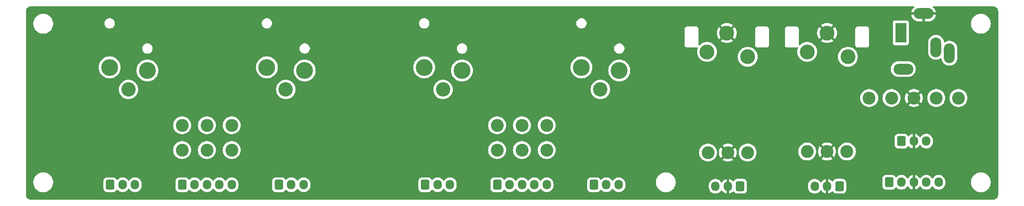
<source format=gbr>
%TF.GenerationSoftware,KiCad,Pcbnew,8.0.1*%
%TF.CreationDate,2024-04-12T14:20:23+02:00*%
%TF.ProjectId,C-Audio Input-Board (CIB),432d4175-6469-46f2-9049-6e7075742d42,rev?*%
%TF.SameCoordinates,Original*%
%TF.FileFunction,Copper,L2,Bot*%
%TF.FilePolarity,Positive*%
%FSLAX46Y46*%
G04 Gerber Fmt 4.6, Leading zero omitted, Abs format (unit mm)*
G04 Created by KiCad (PCBNEW 8.0.1) date 2024-04-12 14:20:23*
%MOMM*%
%LPD*%
G01*
G04 APERTURE LIST*
G04 Aperture macros list*
%AMRoundRect*
0 Rectangle with rounded corners*
0 $1 Rounding radius*
0 $2 $3 $4 $5 $6 $7 $8 $9 X,Y pos of 4 corners*
0 Add a 4 corners polygon primitive as box body*
4,1,4,$2,$3,$4,$5,$6,$7,$8,$9,$2,$3,0*
0 Add four circle primitives for the rounded corners*
1,1,$1+$1,$2,$3*
1,1,$1+$1,$4,$5*
1,1,$1+$1,$6,$7*
1,1,$1+$1,$8,$9*
0 Add four rect primitives between the rounded corners*
20,1,$1+$1,$2,$3,$4,$5,0*
20,1,$1+$1,$4,$5,$6,$7,0*
20,1,$1+$1,$6,$7,$8,$9,0*
20,1,$1+$1,$8,$9,$2,$3,0*%
G04 Aperture macros list end*
%TA.AperFunction,ComponentPad*%
%ADD10RoundRect,0.250000X-0.600000X-0.725000X0.600000X-0.725000X0.600000X0.725000X-0.600000X0.725000X0*%
%TD*%
%TA.AperFunction,ComponentPad*%
%ADD11O,1.700000X1.950000*%
%TD*%
%TA.AperFunction,ComponentPad*%
%ADD12C,3.400000*%
%TD*%
%TA.AperFunction,ComponentPad*%
%ADD13C,2.900000*%
%TD*%
%TA.AperFunction,ComponentPad*%
%ADD14C,2.600000*%
%TD*%
%TA.AperFunction,ComponentPad*%
%ADD15RoundRect,0.250000X0.600000X0.725000X-0.600000X0.725000X-0.600000X-0.725000X0.600000X-0.725000X0*%
%TD*%
%TA.AperFunction,ComponentPad*%
%ADD16C,3.000000*%
%TD*%
%TA.AperFunction,ComponentPad*%
%ADD17O,2.200000X4.000000*%
%TD*%
%TA.AperFunction,ComponentPad*%
%ADD18O,4.000000X2.200000*%
%TD*%
%TA.AperFunction,ComponentPad*%
%ADD19R,2.200000X4.000000*%
%TD*%
%TA.AperFunction,ViaPad*%
%ADD20C,0.600000*%
%TD*%
G04 APERTURE END LIST*
D10*
%TO.P,J17,1,Pin_1*%
%TO.N,/XLR2/In+_L_XLR1*%
X130500000Y-91500000D03*
D11*
%TO.P,J17,2,Pin_2*%
%TO.N,Earth*%
X133000000Y-91500000D03*
%TO.P,J17,3,Pin_3*%
%TO.N,/XLR2/In-_L_XLR1*%
X135500000Y-91500000D03*
%TD*%
D12*
%TO.P,J13,1*%
%TO.N,Earth*%
X162000000Y-67810000D03*
%TO.P,J13,2*%
%TO.N,/XLR2/In+_R_XLR1*%
X169620000Y-68445000D03*
D13*
%TO.P,J13,3*%
%TO.N,/XLR2/In-_R_XLR1*%
X165810000Y-72260000D03*
%TD*%
D14*
%TO.P,J26,1,Pin_1*%
%TO.N,GND*%
X211500000Y-84800000D03*
%TD*%
D10*
%TO.P,J18,1,Pin_1*%
%TO.N,/XLR2/In+_L_XLR1*%
X145000000Y-91500000D03*
D11*
%TO.P,J18,2,Pin_2*%
%TO.N,/XLR2/In-_L_XLR1*%
X147500000Y-91500000D03*
%TO.P,J18,3,Pin_3*%
%TO.N,Earth*%
X150000000Y-91500000D03*
%TO.P,J18,4,Pin_4*%
%TO.N,/XLR2/In+_R_XLR1*%
X152500000Y-91500000D03*
%TO.P,J18,5,Pin_5*%
%TO.N,/XLR2/In-_R_XLR1*%
X155000000Y-91500000D03*
%TD*%
D15*
%TO.P,J32,1,Pin_1*%
%TO.N,/Chinch2/In_L_RCA1*%
X194000000Y-91800000D03*
D11*
%TO.P,J32,2,Pin_2*%
%TO.N,GND*%
X191500000Y-91800000D03*
%TO.P,J32,3,Pin_3*%
%TO.N,/Chinch2/In_R_RCA1*%
X189000000Y-91800000D03*
%TD*%
D14*
%TO.P,J8,1,Pin_1*%
%TO.N,/XLR1/In+_R_XLR1*%
X91500000Y-79500000D03*
%TD*%
%TO.P,J25,1,Pin_1*%
%TO.N,/Chinch1/In_R_RCA1*%
X207500000Y-84800000D03*
%TD*%
%TO.P,J15,1,Pin_1*%
%TO.N,/XLR2/In-_L_XLR1*%
X145000000Y-84500000D03*
%TD*%
D10*
%TO.P,J40,1,Pin_1*%
%TO.N,/3.5mm/In_L_3.5*%
X226500000Y-82700000D03*
D11*
%TO.P,J40,2,Pin_2*%
%TO.N,GND*%
X229000000Y-82700000D03*
%TO.P,J40,3,Pin_3*%
%TO.N,/3.5mm/In_R_3.5*%
X231500000Y-82700000D03*
%TD*%
D14*
%TO.P,J14,1,Pin_1*%
%TO.N,/XLR2/In+_L_XLR1*%
X145000000Y-79500000D03*
%TD*%
%TO.P,J16,1,Pin_1*%
%TO.N,Earth*%
X150000000Y-84500000D03*
%TD*%
%TO.P,J34,1,Pin_1*%
%TO.N,/3.5mm/In_L_3.5*%
X220000000Y-74000000D03*
%TD*%
%TO.P,J24,1,Pin_1*%
%TO.N,/Chinch1/In_L_RCA1*%
X215500000Y-84800000D03*
%TD*%
D12*
%TO.P,J12,1*%
%TO.N,Earth*%
X130293332Y-67810000D03*
%TO.P,J12,2*%
%TO.N,/XLR2/In+_L_XLR1*%
X137913332Y-68445000D03*
D13*
%TO.P,J12,3*%
%TO.N,/XLR2/In-_L_XLR1*%
X134103332Y-72260000D03*
%TD*%
D10*
%TO.P,J6,1,Pin_1*%
%TO.N,/XLR1/In+_L_XLR1*%
X67000000Y-91500000D03*
D11*
%TO.P,J6,2,Pin_2*%
%TO.N,Earth*%
X69500000Y-91500000D03*
%TO.P,J6,3,Pin_3*%
%TO.N,/XLR1/In-_L_XLR1*%
X72000000Y-91500000D03*
%TD*%
D14*
%TO.P,J30,1,Pin_1*%
%TO.N,/Chinch2/In_R_RCA1*%
X187500000Y-85000000D03*
%TD*%
%TO.P,J3,1,Pin_1*%
%TO.N,/XLR1/In+_L_XLR1*%
X81500000Y-79500000D03*
%TD*%
%TO.P,J10,1,Pin_1*%
%TO.N,Earth*%
X86500000Y-79500000D03*
%TD*%
%TO.P,J31,1,Pin_1*%
%TO.N,GND*%
X191500000Y-85000000D03*
%TD*%
%TO.P,J9,1,Pin_1*%
%TO.N,/XLR1/In-_R_XLR1*%
X91500000Y-84500000D03*
%TD*%
%TO.P,J37,1,Pin_1*%
%TO.N,/3.5mm/In_L_3.5_sw*%
X224500000Y-74000000D03*
%TD*%
%TO.P,J36,1,Pin_1*%
%TO.N,GND*%
X229000000Y-74000000D03*
%TD*%
D12*
%TO.P,J1,1*%
%TO.N,Earth*%
X66880000Y-67810000D03*
%TO.P,J1,2*%
%TO.N,/XLR1/In+_L_XLR1*%
X74500000Y-68445000D03*
D13*
%TO.P,J1,3*%
%TO.N,/XLR1/In-_L_XLR1*%
X70690000Y-72260000D03*
%TD*%
D15*
%TO.P,J27,1,Pin_1*%
%TO.N,/Chinch1/In_L_RCA1*%
X214000000Y-91800000D03*
D11*
%TO.P,J27,2,Pin_2*%
%TO.N,GND*%
X211500000Y-91800000D03*
%TO.P,J27,3,Pin_3*%
%TO.N,/Chinch1/In_R_RCA1*%
X209000000Y-91800000D03*
%TD*%
D16*
%TO.P,J23,1,IN1*%
%TO.N,/Chinch1/In_L_RCA1*%
X215700000Y-65678007D03*
%TO.P,J23,2,IN2*%
%TO.N,/Chinch1/In_R_RCA1*%
X207500000Y-64678007D03*
%TO.P,J23,3,EXT*%
%TO.N,GND*%
X211500000Y-60878007D03*
%TD*%
D10*
%TO.P,J22,1,Pin_1*%
%TO.N,/XLR2/In+_R_XLR1*%
X164500000Y-91500000D03*
D11*
%TO.P,J22,2,Pin_2*%
%TO.N,Earth*%
X167000000Y-91500000D03*
%TO.P,J22,3,Pin_3*%
%TO.N,/XLR2/In-_R_XLR1*%
X169500000Y-91500000D03*
%TD*%
D14*
%TO.P,J29,1,Pin_1*%
%TO.N,/Chinch2/In_L_RCA1*%
X195500000Y-85000000D03*
%TD*%
%TO.P,J19,1,Pin_1*%
%TO.N,/XLR2/In+_R_XLR1*%
X155000000Y-79500000D03*
%TD*%
%TO.P,J5,1,Pin_1*%
%TO.N,Earth*%
X86500000Y-84500000D03*
%TD*%
D17*
%TO.P,J33,R*%
%TO.N,/3.5mm/In_R_3.5*%
X236162487Y-64950000D03*
%TO.P,J33,RN*%
%TO.N,/3.5mm/In_R_3.5_sw*%
X233462487Y-63750000D03*
D18*
%TO.P,J33,S*%
%TO.N,GND*%
X230962487Y-56950000D03*
D19*
%TO.P,J33,T*%
%TO.N,/3.5mm/In_L_3.5*%
X226362487Y-60850000D03*
D18*
%TO.P,J33,TN*%
%TO.N,/3.5mm/In_L_3.5_sw*%
X226862487Y-68150000D03*
%TD*%
D10*
%TO.P,J39,1,Pin_1*%
%TO.N,/3.5mm/In_L_3.5*%
X224000000Y-91000000D03*
D11*
%TO.P,J39,2,Pin_2*%
%TO.N,/3.5mm/In_L_3.5_sw*%
X226500000Y-91000000D03*
%TO.P,J39,3,Pin_3*%
%TO.N,GND*%
X229000000Y-91000000D03*
%TO.P,J39,4,Pin_4*%
%TO.N,/3.5mm/In_R_3.5_sw*%
X231500000Y-91000000D03*
%TO.P,J39,5,Pin_5*%
%TO.N,/3.5mm/In_R_3.5*%
X234000000Y-91000000D03*
%TD*%
D10*
%TO.P,J7,1,Pin_1*%
%TO.N,/XLR1/In+_L_XLR1*%
X81500000Y-91500000D03*
D11*
%TO.P,J7,2,Pin_2*%
%TO.N,/XLR1/In-_L_XLR1*%
X84000000Y-91500000D03*
%TO.P,J7,3,Pin_3*%
%TO.N,Earth*%
X86500000Y-91500000D03*
%TO.P,J7,4,Pin_4*%
%TO.N,/XLR1/In+_R_XLR1*%
X89000000Y-91500000D03*
%TO.P,J7,5,Pin_5*%
%TO.N,/XLR1/In-_R_XLR1*%
X91500000Y-91500000D03*
%TD*%
D14*
%TO.P,J35,1,Pin_1*%
%TO.N,/3.5mm/In_R_3.5*%
X238000000Y-74000000D03*
%TD*%
%TO.P,J4,1,Pin_1*%
%TO.N,/XLR1/In-_L_XLR1*%
X81500000Y-84500000D03*
%TD*%
D16*
%TO.P,J28,1,IN1*%
%TO.N,/Chinch2/In_L_RCA1*%
X195500000Y-65683007D03*
%TO.P,J28,2,IN2*%
%TO.N,/Chinch2/In_R_RCA1*%
X187300000Y-64683007D03*
%TO.P,J28,3,EXT*%
%TO.N,GND*%
X191300000Y-60883007D03*
%TD*%
D10*
%TO.P,J11,1,Pin_1*%
%TO.N,/XLR1/In+_R_XLR1*%
X101000000Y-91500000D03*
D11*
%TO.P,J11,2,Pin_2*%
%TO.N,Earth*%
X103500000Y-91500000D03*
%TO.P,J11,3,Pin_3*%
%TO.N,/XLR1/In-_R_XLR1*%
X106000000Y-91500000D03*
%TD*%
D14*
%TO.P,J38,1,Pin_1*%
%TO.N,/3.5mm/In_R_3.5_sw*%
X233500000Y-74000000D03*
%TD*%
%TO.P,J20,1,Pin_1*%
%TO.N,/XLR2/In-_R_XLR1*%
X155000000Y-84500000D03*
%TD*%
%TO.P,J21,1,Pin_1*%
%TO.N,Earth*%
X150000000Y-79500000D03*
%TD*%
D12*
%TO.P,J2,1*%
%TO.N,Earth*%
X98586666Y-67810000D03*
%TO.P,J2,2*%
%TO.N,/XLR1/In+_R_XLR1*%
X106206666Y-68445000D03*
D13*
%TO.P,J2,3*%
%TO.N,/XLR1/In-_R_XLR1*%
X102396666Y-72260000D03*
%TD*%
D20*
%TO.N,GND*%
X162000000Y-80000000D03*
X130500000Y-80000000D03*
X98500000Y-80000000D03*
X67000000Y-80000000D03*
%TD*%
%TA.AperFunction,Conductor*%
%TO.N,GND*%
G36*
X229020876Y-55520185D02*
G01*
X229066631Y-55572989D01*
X229076575Y-55642147D01*
X229047550Y-55705703D01*
X229026724Y-55724817D01*
X229020157Y-55729587D01*
X228842077Y-55907667D01*
X228842077Y-55907668D01*
X228694044Y-56111416D01*
X228579706Y-56335815D01*
X228501884Y-56575328D01*
X228501884Y-56575331D01*
X228482139Y-56700000D01*
X230362486Y-56700000D01*
X230337466Y-56760402D01*
X230312487Y-56885981D01*
X230312487Y-57014019D01*
X230337466Y-57139598D01*
X230362486Y-57200000D01*
X228482139Y-57200000D01*
X228501884Y-57324668D01*
X228501884Y-57324671D01*
X228579706Y-57564184D01*
X228694044Y-57788583D01*
X228842077Y-57992331D01*
X228842077Y-57992332D01*
X229020154Y-58170409D01*
X229223903Y-58318442D01*
X229448302Y-58432780D01*
X229687817Y-58510602D01*
X229936559Y-58550000D01*
X230712487Y-58550000D01*
X230712487Y-57550001D01*
X230772889Y-57575021D01*
X230898468Y-57600000D01*
X231026506Y-57600000D01*
X231152085Y-57575021D01*
X231212487Y-57550001D01*
X231212487Y-58550000D01*
X231988415Y-58550000D01*
X232237156Y-58510602D01*
X232476671Y-58432780D01*
X232701070Y-58318442D01*
X232904818Y-58170409D01*
X232904819Y-58170409D01*
X233082896Y-57992332D01*
X233082896Y-57992331D01*
X233230929Y-57788583D01*
X233345267Y-57564184D01*
X233423089Y-57324671D01*
X233423089Y-57324668D01*
X233442835Y-57200000D01*
X231562488Y-57200000D01*
X231587508Y-57139598D01*
X231612487Y-57014019D01*
X231612487Y-56885981D01*
X231587508Y-56760402D01*
X231562488Y-56700000D01*
X233442835Y-56700000D01*
X233423089Y-56575331D01*
X233423089Y-56575328D01*
X233345267Y-56335815D01*
X233230929Y-56111416D01*
X233082896Y-55907668D01*
X233082896Y-55907667D01*
X232904816Y-55729587D01*
X232898250Y-55724817D01*
X232855585Y-55669487D01*
X232849607Y-55599873D01*
X232882214Y-55538079D01*
X232943053Y-55503722D01*
X232971137Y-55500500D01*
X244934108Y-55500500D01*
X244994587Y-55500500D01*
X245005394Y-55500972D01*
X245035721Y-55503625D01*
X245162755Y-55514739D01*
X245184035Y-55518491D01*
X245257138Y-55538079D01*
X245331369Y-55557969D01*
X245351681Y-55565362D01*
X245489915Y-55629822D01*
X245508633Y-55640629D01*
X245633582Y-55728119D01*
X245650140Y-55742013D01*
X245757986Y-55849859D01*
X245771880Y-55866417D01*
X245859370Y-55991366D01*
X245870177Y-56010084D01*
X245934637Y-56148318D01*
X245942030Y-56168630D01*
X245981507Y-56315961D01*
X245985260Y-56337246D01*
X245999028Y-56494605D01*
X245999500Y-56505413D01*
X245999500Y-93494586D01*
X245999028Y-93505394D01*
X245985260Y-93662753D01*
X245981507Y-93684038D01*
X245942030Y-93831369D01*
X245934637Y-93851681D01*
X245870177Y-93989915D01*
X245859370Y-94008633D01*
X245771880Y-94133582D01*
X245757986Y-94150140D01*
X245650140Y-94257986D01*
X245633582Y-94271880D01*
X245508633Y-94359370D01*
X245489915Y-94370177D01*
X245351681Y-94434637D01*
X245331369Y-94442030D01*
X245184038Y-94481507D01*
X245162753Y-94485260D01*
X245005395Y-94499028D01*
X244994587Y-94499500D01*
X51005413Y-94499500D01*
X50994605Y-94499028D01*
X50837246Y-94485260D01*
X50815961Y-94481507D01*
X50668630Y-94442030D01*
X50648318Y-94434637D01*
X50510084Y-94370177D01*
X50491366Y-94359370D01*
X50366417Y-94271880D01*
X50349859Y-94257986D01*
X50242013Y-94150140D01*
X50228119Y-94133582D01*
X50140629Y-94008633D01*
X50129822Y-93989915D01*
X50065362Y-93851681D01*
X50057969Y-93831369D01*
X50018492Y-93684038D01*
X50014739Y-93662752D01*
X50000972Y-93505393D01*
X50000500Y-93494586D01*
X50000500Y-91131127D01*
X51499500Y-91131127D01*
X51525025Y-91325000D01*
X51533730Y-91391116D01*
X51601332Y-91643412D01*
X51601602Y-91644418D01*
X51601605Y-91644428D01*
X51701953Y-91886690D01*
X51701958Y-91886700D01*
X51833075Y-92113803D01*
X51992718Y-92321851D01*
X51992726Y-92321860D01*
X52178140Y-92507274D01*
X52178148Y-92507281D01*
X52178149Y-92507282D01*
X52189894Y-92516294D01*
X52386196Y-92666924D01*
X52613299Y-92798041D01*
X52613309Y-92798046D01*
X52802847Y-92876555D01*
X52855581Y-92898398D01*
X53108884Y-92966270D01*
X53368880Y-93000500D01*
X53368887Y-93000500D01*
X53631113Y-93000500D01*
X53631120Y-93000500D01*
X53891116Y-92966270D01*
X54144419Y-92898398D01*
X54343693Y-92815856D01*
X54386690Y-92798046D01*
X54386691Y-92798045D01*
X54386697Y-92798043D01*
X54613803Y-92666924D01*
X54821851Y-92507282D01*
X54821855Y-92507277D01*
X54821860Y-92507274D01*
X55007274Y-92321860D01*
X55007277Y-92321855D01*
X55007282Y-92321851D01*
X55043232Y-92275001D01*
X65649500Y-92275001D01*
X65649501Y-92275018D01*
X65660000Y-92377796D01*
X65660001Y-92377799D01*
X65715185Y-92544331D01*
X65715187Y-92544336D01*
X65747741Y-92597115D01*
X65807288Y-92693656D01*
X65931344Y-92817712D01*
X66080666Y-92909814D01*
X66247203Y-92964999D01*
X66349991Y-92975500D01*
X67650008Y-92975499D01*
X67752797Y-92964999D01*
X67919334Y-92909814D01*
X68068656Y-92817712D01*
X68192712Y-92693656D01*
X68284814Y-92544334D01*
X68284814Y-92544331D01*
X68288178Y-92538879D01*
X68340126Y-92492154D01*
X68409088Y-92480931D01*
X68473170Y-92508774D01*
X68481398Y-92516294D01*
X68620213Y-92655109D01*
X68792179Y-92780048D01*
X68792181Y-92780049D01*
X68792184Y-92780051D01*
X68981588Y-92876557D01*
X69183757Y-92942246D01*
X69393713Y-92975500D01*
X69393714Y-92975500D01*
X69606286Y-92975500D01*
X69606287Y-92975500D01*
X69816243Y-92942246D01*
X70018412Y-92876557D01*
X70207816Y-92780051D01*
X70229789Y-92764086D01*
X70379786Y-92655109D01*
X70379788Y-92655106D01*
X70379792Y-92655104D01*
X70530104Y-92504792D01*
X70649683Y-92340204D01*
X70705011Y-92297540D01*
X70774624Y-92291561D01*
X70836420Y-92324166D01*
X70850313Y-92340199D01*
X70940984Y-92464998D01*
X70969896Y-92504792D01*
X71120213Y-92655109D01*
X71292179Y-92780048D01*
X71292181Y-92780049D01*
X71292184Y-92780051D01*
X71481588Y-92876557D01*
X71683757Y-92942246D01*
X71893713Y-92975500D01*
X71893714Y-92975500D01*
X72106286Y-92975500D01*
X72106287Y-92975500D01*
X72316243Y-92942246D01*
X72518412Y-92876557D01*
X72707816Y-92780051D01*
X72729789Y-92764086D01*
X72879786Y-92655109D01*
X72879788Y-92655106D01*
X72879792Y-92655104D01*
X73030104Y-92504792D01*
X73030106Y-92504788D01*
X73030109Y-92504786D01*
X73155048Y-92332820D01*
X73155047Y-92332820D01*
X73155051Y-92332816D01*
X73184509Y-92275001D01*
X80149500Y-92275001D01*
X80149501Y-92275018D01*
X80160000Y-92377796D01*
X80160001Y-92377799D01*
X80215185Y-92544331D01*
X80215187Y-92544336D01*
X80247741Y-92597115D01*
X80307288Y-92693656D01*
X80431344Y-92817712D01*
X80580666Y-92909814D01*
X80747203Y-92964999D01*
X80849991Y-92975500D01*
X82150008Y-92975499D01*
X82252797Y-92964999D01*
X82419334Y-92909814D01*
X82568656Y-92817712D01*
X82692712Y-92693656D01*
X82784814Y-92544334D01*
X82784814Y-92544331D01*
X82788178Y-92538879D01*
X82840126Y-92492154D01*
X82909088Y-92480931D01*
X82973170Y-92508774D01*
X82981398Y-92516294D01*
X83120213Y-92655109D01*
X83292179Y-92780048D01*
X83292181Y-92780049D01*
X83292184Y-92780051D01*
X83481588Y-92876557D01*
X83683757Y-92942246D01*
X83893713Y-92975500D01*
X83893714Y-92975500D01*
X84106286Y-92975500D01*
X84106287Y-92975500D01*
X84316243Y-92942246D01*
X84518412Y-92876557D01*
X84707816Y-92780051D01*
X84729789Y-92764086D01*
X84879786Y-92655109D01*
X84879788Y-92655106D01*
X84879792Y-92655104D01*
X85030104Y-92504792D01*
X85149683Y-92340204D01*
X85205011Y-92297540D01*
X85274624Y-92291561D01*
X85336420Y-92324166D01*
X85350313Y-92340199D01*
X85440984Y-92464998D01*
X85469896Y-92504792D01*
X85620213Y-92655109D01*
X85792179Y-92780048D01*
X85792181Y-92780049D01*
X85792184Y-92780051D01*
X85981588Y-92876557D01*
X86183757Y-92942246D01*
X86393713Y-92975500D01*
X86393714Y-92975500D01*
X86606286Y-92975500D01*
X86606287Y-92975500D01*
X86816243Y-92942246D01*
X87018412Y-92876557D01*
X87207816Y-92780051D01*
X87229789Y-92764086D01*
X87379786Y-92655109D01*
X87379788Y-92655106D01*
X87379792Y-92655104D01*
X87530104Y-92504792D01*
X87649683Y-92340204D01*
X87705011Y-92297540D01*
X87774624Y-92291561D01*
X87836420Y-92324166D01*
X87850313Y-92340199D01*
X87940984Y-92464998D01*
X87969896Y-92504792D01*
X88120213Y-92655109D01*
X88292179Y-92780048D01*
X88292181Y-92780049D01*
X88292184Y-92780051D01*
X88481588Y-92876557D01*
X88683757Y-92942246D01*
X88893713Y-92975500D01*
X88893714Y-92975500D01*
X89106286Y-92975500D01*
X89106287Y-92975500D01*
X89316243Y-92942246D01*
X89518412Y-92876557D01*
X89707816Y-92780051D01*
X89729789Y-92764086D01*
X89879786Y-92655109D01*
X89879788Y-92655106D01*
X89879792Y-92655104D01*
X90030104Y-92504792D01*
X90149683Y-92340204D01*
X90205011Y-92297540D01*
X90274624Y-92291561D01*
X90336420Y-92324166D01*
X90350313Y-92340199D01*
X90440984Y-92464998D01*
X90469896Y-92504792D01*
X90620213Y-92655109D01*
X90792179Y-92780048D01*
X90792181Y-92780049D01*
X90792184Y-92780051D01*
X90981588Y-92876557D01*
X91183757Y-92942246D01*
X91393713Y-92975500D01*
X91393714Y-92975500D01*
X91606286Y-92975500D01*
X91606287Y-92975500D01*
X91816243Y-92942246D01*
X92018412Y-92876557D01*
X92207816Y-92780051D01*
X92229789Y-92764086D01*
X92379786Y-92655109D01*
X92379788Y-92655106D01*
X92379792Y-92655104D01*
X92530104Y-92504792D01*
X92530106Y-92504788D01*
X92530109Y-92504786D01*
X92655048Y-92332820D01*
X92655047Y-92332820D01*
X92655051Y-92332816D01*
X92684509Y-92275001D01*
X99649500Y-92275001D01*
X99649501Y-92275018D01*
X99660000Y-92377796D01*
X99660001Y-92377799D01*
X99715185Y-92544331D01*
X99715187Y-92544336D01*
X99747741Y-92597115D01*
X99807288Y-92693656D01*
X99931344Y-92817712D01*
X100080666Y-92909814D01*
X100247203Y-92964999D01*
X100349991Y-92975500D01*
X101650008Y-92975499D01*
X101752797Y-92964999D01*
X101919334Y-92909814D01*
X102068656Y-92817712D01*
X102192712Y-92693656D01*
X102284814Y-92544334D01*
X102284814Y-92544331D01*
X102288178Y-92538879D01*
X102340126Y-92492154D01*
X102409088Y-92480931D01*
X102473170Y-92508774D01*
X102481398Y-92516294D01*
X102620213Y-92655109D01*
X102792179Y-92780048D01*
X102792181Y-92780049D01*
X102792184Y-92780051D01*
X102981588Y-92876557D01*
X103183757Y-92942246D01*
X103393713Y-92975500D01*
X103393714Y-92975500D01*
X103606286Y-92975500D01*
X103606287Y-92975500D01*
X103816243Y-92942246D01*
X104018412Y-92876557D01*
X104207816Y-92780051D01*
X104229789Y-92764086D01*
X104379786Y-92655109D01*
X104379788Y-92655106D01*
X104379792Y-92655104D01*
X104530104Y-92504792D01*
X104649683Y-92340204D01*
X104705011Y-92297540D01*
X104774624Y-92291561D01*
X104836420Y-92324166D01*
X104850313Y-92340199D01*
X104940984Y-92464998D01*
X104969896Y-92504792D01*
X105120213Y-92655109D01*
X105292179Y-92780048D01*
X105292181Y-92780049D01*
X105292184Y-92780051D01*
X105481588Y-92876557D01*
X105683757Y-92942246D01*
X105893713Y-92975500D01*
X105893714Y-92975500D01*
X106106286Y-92975500D01*
X106106287Y-92975500D01*
X106316243Y-92942246D01*
X106518412Y-92876557D01*
X106707816Y-92780051D01*
X106729789Y-92764086D01*
X106879786Y-92655109D01*
X106879788Y-92655106D01*
X106879792Y-92655104D01*
X107030104Y-92504792D01*
X107030106Y-92504788D01*
X107030109Y-92504786D01*
X107155048Y-92332820D01*
X107155047Y-92332820D01*
X107155051Y-92332816D01*
X107184509Y-92275001D01*
X129149500Y-92275001D01*
X129149501Y-92275018D01*
X129160000Y-92377796D01*
X129160001Y-92377799D01*
X129215185Y-92544331D01*
X129215187Y-92544336D01*
X129247741Y-92597115D01*
X129307288Y-92693656D01*
X129431344Y-92817712D01*
X129580666Y-92909814D01*
X129747203Y-92964999D01*
X129849991Y-92975500D01*
X131150008Y-92975499D01*
X131252797Y-92964999D01*
X131419334Y-92909814D01*
X131568656Y-92817712D01*
X131692712Y-92693656D01*
X131784814Y-92544334D01*
X131784814Y-92544331D01*
X131788178Y-92538879D01*
X131840126Y-92492154D01*
X131909088Y-92480931D01*
X131973170Y-92508774D01*
X131981398Y-92516294D01*
X132120213Y-92655109D01*
X132292179Y-92780048D01*
X132292181Y-92780049D01*
X132292184Y-92780051D01*
X132481588Y-92876557D01*
X132683757Y-92942246D01*
X132893713Y-92975500D01*
X132893714Y-92975500D01*
X133106286Y-92975500D01*
X133106287Y-92975500D01*
X133316243Y-92942246D01*
X133518412Y-92876557D01*
X133707816Y-92780051D01*
X133729789Y-92764086D01*
X133879786Y-92655109D01*
X133879788Y-92655106D01*
X133879792Y-92655104D01*
X134030104Y-92504792D01*
X134149683Y-92340204D01*
X134205011Y-92297540D01*
X134274624Y-92291561D01*
X134336420Y-92324166D01*
X134350313Y-92340199D01*
X134440984Y-92464998D01*
X134469896Y-92504792D01*
X134620213Y-92655109D01*
X134792179Y-92780048D01*
X134792181Y-92780049D01*
X134792184Y-92780051D01*
X134981588Y-92876557D01*
X135183757Y-92942246D01*
X135393713Y-92975500D01*
X135393714Y-92975500D01*
X135606286Y-92975500D01*
X135606287Y-92975500D01*
X135816243Y-92942246D01*
X136018412Y-92876557D01*
X136207816Y-92780051D01*
X136229789Y-92764086D01*
X136379786Y-92655109D01*
X136379788Y-92655106D01*
X136379792Y-92655104D01*
X136530104Y-92504792D01*
X136530106Y-92504788D01*
X136530109Y-92504786D01*
X136655048Y-92332820D01*
X136655047Y-92332820D01*
X136655051Y-92332816D01*
X136684509Y-92275001D01*
X143649500Y-92275001D01*
X143649501Y-92275018D01*
X143660000Y-92377796D01*
X143660001Y-92377799D01*
X143715185Y-92544331D01*
X143715187Y-92544336D01*
X143747741Y-92597115D01*
X143807288Y-92693656D01*
X143931344Y-92817712D01*
X144080666Y-92909814D01*
X144247203Y-92964999D01*
X144349991Y-92975500D01*
X145650008Y-92975499D01*
X145752797Y-92964999D01*
X145919334Y-92909814D01*
X146068656Y-92817712D01*
X146192712Y-92693656D01*
X146284814Y-92544334D01*
X146284814Y-92544331D01*
X146288178Y-92538879D01*
X146340126Y-92492154D01*
X146409088Y-92480931D01*
X146473170Y-92508774D01*
X146481398Y-92516294D01*
X146620213Y-92655109D01*
X146792179Y-92780048D01*
X146792181Y-92780049D01*
X146792184Y-92780051D01*
X146981588Y-92876557D01*
X147183757Y-92942246D01*
X147393713Y-92975500D01*
X147393714Y-92975500D01*
X147606286Y-92975500D01*
X147606287Y-92975500D01*
X147816243Y-92942246D01*
X148018412Y-92876557D01*
X148207816Y-92780051D01*
X148229789Y-92764086D01*
X148379786Y-92655109D01*
X148379788Y-92655106D01*
X148379792Y-92655104D01*
X148530104Y-92504792D01*
X148649683Y-92340204D01*
X148705011Y-92297540D01*
X148774624Y-92291561D01*
X148836420Y-92324166D01*
X148850313Y-92340199D01*
X148940984Y-92464998D01*
X148969896Y-92504792D01*
X149120213Y-92655109D01*
X149292179Y-92780048D01*
X149292181Y-92780049D01*
X149292184Y-92780051D01*
X149481588Y-92876557D01*
X149683757Y-92942246D01*
X149893713Y-92975500D01*
X149893714Y-92975500D01*
X150106286Y-92975500D01*
X150106287Y-92975500D01*
X150316243Y-92942246D01*
X150518412Y-92876557D01*
X150707816Y-92780051D01*
X150729789Y-92764086D01*
X150879786Y-92655109D01*
X150879788Y-92655106D01*
X150879792Y-92655104D01*
X151030104Y-92504792D01*
X151149683Y-92340204D01*
X151205011Y-92297540D01*
X151274624Y-92291561D01*
X151336420Y-92324166D01*
X151350313Y-92340199D01*
X151440984Y-92464998D01*
X151469896Y-92504792D01*
X151620213Y-92655109D01*
X151792179Y-92780048D01*
X151792181Y-92780049D01*
X151792184Y-92780051D01*
X151981588Y-92876557D01*
X152183757Y-92942246D01*
X152393713Y-92975500D01*
X152393714Y-92975500D01*
X152606286Y-92975500D01*
X152606287Y-92975500D01*
X152816243Y-92942246D01*
X153018412Y-92876557D01*
X153207816Y-92780051D01*
X153229789Y-92764086D01*
X153379786Y-92655109D01*
X153379788Y-92655106D01*
X153379792Y-92655104D01*
X153530104Y-92504792D01*
X153649683Y-92340204D01*
X153705011Y-92297540D01*
X153774624Y-92291561D01*
X153836420Y-92324166D01*
X153850313Y-92340199D01*
X153940984Y-92464998D01*
X153969896Y-92504792D01*
X154120213Y-92655109D01*
X154292179Y-92780048D01*
X154292181Y-92780049D01*
X154292184Y-92780051D01*
X154481588Y-92876557D01*
X154683757Y-92942246D01*
X154893713Y-92975500D01*
X154893714Y-92975500D01*
X155106286Y-92975500D01*
X155106287Y-92975500D01*
X155316243Y-92942246D01*
X155518412Y-92876557D01*
X155707816Y-92780051D01*
X155729789Y-92764086D01*
X155879786Y-92655109D01*
X155879788Y-92655106D01*
X155879792Y-92655104D01*
X156030104Y-92504792D01*
X156030106Y-92504788D01*
X156030109Y-92504786D01*
X156155048Y-92332820D01*
X156155047Y-92332820D01*
X156155051Y-92332816D01*
X156184509Y-92275001D01*
X163149500Y-92275001D01*
X163149501Y-92275018D01*
X163160000Y-92377796D01*
X163160001Y-92377799D01*
X163215185Y-92544331D01*
X163215187Y-92544336D01*
X163247741Y-92597115D01*
X163307288Y-92693656D01*
X163431344Y-92817712D01*
X163580666Y-92909814D01*
X163747203Y-92964999D01*
X163849991Y-92975500D01*
X165150008Y-92975499D01*
X165252797Y-92964999D01*
X165419334Y-92909814D01*
X165568656Y-92817712D01*
X165692712Y-92693656D01*
X165784814Y-92544334D01*
X165784814Y-92544331D01*
X165788178Y-92538879D01*
X165840126Y-92492154D01*
X165909088Y-92480931D01*
X165973170Y-92508774D01*
X165981398Y-92516294D01*
X166120213Y-92655109D01*
X166292179Y-92780048D01*
X166292181Y-92780049D01*
X166292184Y-92780051D01*
X166481588Y-92876557D01*
X166683757Y-92942246D01*
X166893713Y-92975500D01*
X166893714Y-92975500D01*
X167106286Y-92975500D01*
X167106287Y-92975500D01*
X167316243Y-92942246D01*
X167518412Y-92876557D01*
X167707816Y-92780051D01*
X167729789Y-92764086D01*
X167879786Y-92655109D01*
X167879788Y-92655106D01*
X167879792Y-92655104D01*
X168030104Y-92504792D01*
X168149683Y-92340204D01*
X168205011Y-92297540D01*
X168274624Y-92291561D01*
X168336420Y-92324166D01*
X168350313Y-92340199D01*
X168440984Y-92464998D01*
X168469896Y-92504792D01*
X168620213Y-92655109D01*
X168792179Y-92780048D01*
X168792181Y-92780049D01*
X168792184Y-92780051D01*
X168981588Y-92876557D01*
X169183757Y-92942246D01*
X169393713Y-92975500D01*
X169393714Y-92975500D01*
X169606286Y-92975500D01*
X169606287Y-92975500D01*
X169816243Y-92942246D01*
X170018412Y-92876557D01*
X170207816Y-92780051D01*
X170229789Y-92764086D01*
X170379786Y-92655109D01*
X170379788Y-92655106D01*
X170379792Y-92655104D01*
X170530104Y-92504792D01*
X170530106Y-92504788D01*
X170530109Y-92504786D01*
X170655048Y-92332820D01*
X170655047Y-92332820D01*
X170655051Y-92332816D01*
X170751557Y-92143412D01*
X170817246Y-91941243D01*
X170850500Y-91731287D01*
X170850500Y-91268713D01*
X170828708Y-91131127D01*
X176999500Y-91131127D01*
X177025025Y-91325000D01*
X177033730Y-91391116D01*
X177101332Y-91643412D01*
X177101602Y-91644418D01*
X177101605Y-91644428D01*
X177201953Y-91886690D01*
X177201958Y-91886700D01*
X177333075Y-92113803D01*
X177492718Y-92321851D01*
X177492726Y-92321860D01*
X177678140Y-92507274D01*
X177678148Y-92507281D01*
X177678149Y-92507282D01*
X177689894Y-92516294D01*
X177886196Y-92666924D01*
X178113299Y-92798041D01*
X178113309Y-92798046D01*
X178302847Y-92876555D01*
X178355581Y-92898398D01*
X178608884Y-92966270D01*
X178868880Y-93000500D01*
X178868887Y-93000500D01*
X179131113Y-93000500D01*
X179131120Y-93000500D01*
X179391116Y-92966270D01*
X179644419Y-92898398D01*
X179843693Y-92815856D01*
X179886690Y-92798046D01*
X179886691Y-92798045D01*
X179886697Y-92798043D01*
X180113803Y-92666924D01*
X180321851Y-92507282D01*
X180321855Y-92507277D01*
X180321860Y-92507274D01*
X180507274Y-92321860D01*
X180507277Y-92321855D01*
X180507282Y-92321851D01*
X180666924Y-92113803D01*
X180714564Y-92031287D01*
X187649500Y-92031287D01*
X187651567Y-92044336D01*
X187669111Y-92155109D01*
X187682754Y-92241243D01*
X187747905Y-92441757D01*
X187748444Y-92443414D01*
X187844951Y-92632820D01*
X187969890Y-92804786D01*
X188120213Y-92955109D01*
X188292179Y-93080048D01*
X188292181Y-93080049D01*
X188292184Y-93080051D01*
X188481588Y-93176557D01*
X188683757Y-93242246D01*
X188893713Y-93275500D01*
X188893714Y-93275500D01*
X189106286Y-93275500D01*
X189106287Y-93275500D01*
X189316243Y-93242246D01*
X189518412Y-93176557D01*
X189707816Y-93080051D01*
X189729789Y-93064086D01*
X189879786Y-92955109D01*
X189879788Y-92955106D01*
X189879792Y-92955104D01*
X190030104Y-92804792D01*
X190149991Y-92639779D01*
X190205320Y-92597115D01*
X190274933Y-92591136D01*
X190336729Y-92623741D01*
X190350627Y-92639781D01*
X190470272Y-92804459D01*
X190470276Y-92804464D01*
X190620535Y-92954723D01*
X190620540Y-92954727D01*
X190792442Y-93079620D01*
X190981782Y-93176095D01*
X191183871Y-93241757D01*
X191250000Y-93252231D01*
X191250000Y-92204145D01*
X191316657Y-92242630D01*
X191437465Y-92275000D01*
X191562535Y-92275000D01*
X191683343Y-92242630D01*
X191750000Y-92204145D01*
X191750000Y-93252230D01*
X191816126Y-93241757D01*
X191816129Y-93241757D01*
X192018217Y-93176095D01*
X192207557Y-93079620D01*
X192379458Y-92954728D01*
X192518330Y-92815856D01*
X192579653Y-92782371D01*
X192649345Y-92787355D01*
X192705279Y-92829226D01*
X192711551Y-92838440D01*
X192715185Y-92844331D01*
X192715186Y-92844334D01*
X192807288Y-92993656D01*
X192931344Y-93117712D01*
X193080666Y-93209814D01*
X193247203Y-93264999D01*
X193349991Y-93275500D01*
X194650008Y-93275499D01*
X194752797Y-93264999D01*
X194919334Y-93209814D01*
X195068656Y-93117712D01*
X195192712Y-92993656D01*
X195284814Y-92844334D01*
X195339999Y-92677797D01*
X195350500Y-92575009D01*
X195350500Y-92031287D01*
X207649500Y-92031287D01*
X207651567Y-92044336D01*
X207669111Y-92155109D01*
X207682754Y-92241243D01*
X207747905Y-92441757D01*
X207748444Y-92443414D01*
X207844951Y-92632820D01*
X207969890Y-92804786D01*
X208120213Y-92955109D01*
X208292179Y-93080048D01*
X208292181Y-93080049D01*
X208292184Y-93080051D01*
X208481588Y-93176557D01*
X208683757Y-93242246D01*
X208893713Y-93275500D01*
X208893714Y-93275500D01*
X209106286Y-93275500D01*
X209106287Y-93275500D01*
X209316243Y-93242246D01*
X209518412Y-93176557D01*
X209707816Y-93080051D01*
X209729789Y-93064086D01*
X209879786Y-92955109D01*
X209879788Y-92955106D01*
X209879792Y-92955104D01*
X210030104Y-92804792D01*
X210149991Y-92639779D01*
X210205320Y-92597115D01*
X210274933Y-92591136D01*
X210336729Y-92623741D01*
X210350627Y-92639781D01*
X210470272Y-92804459D01*
X210470276Y-92804464D01*
X210620535Y-92954723D01*
X210620540Y-92954727D01*
X210792442Y-93079620D01*
X210981782Y-93176095D01*
X211183871Y-93241757D01*
X211250000Y-93252231D01*
X211250000Y-92204145D01*
X211316657Y-92242630D01*
X211437465Y-92275000D01*
X211562535Y-92275000D01*
X211683343Y-92242630D01*
X211750000Y-92204145D01*
X211750000Y-93252230D01*
X211816126Y-93241757D01*
X211816129Y-93241757D01*
X212018217Y-93176095D01*
X212207557Y-93079620D01*
X212379458Y-92954728D01*
X212518330Y-92815856D01*
X212579653Y-92782371D01*
X212649345Y-92787355D01*
X212705279Y-92829226D01*
X212711551Y-92838440D01*
X212715185Y-92844331D01*
X212715186Y-92844334D01*
X212807288Y-92993656D01*
X212931344Y-93117712D01*
X213080666Y-93209814D01*
X213247203Y-93264999D01*
X213349991Y-93275500D01*
X214650008Y-93275499D01*
X214752797Y-93264999D01*
X214919334Y-93209814D01*
X215068656Y-93117712D01*
X215192712Y-92993656D01*
X215284814Y-92844334D01*
X215339999Y-92677797D01*
X215350500Y-92575009D01*
X215350499Y-91775001D01*
X222649500Y-91775001D01*
X222649501Y-91775018D01*
X222660000Y-91877796D01*
X222660001Y-91877799D01*
X222705894Y-92016294D01*
X222715186Y-92044334D01*
X222807288Y-92193656D01*
X222931344Y-92317712D01*
X223080666Y-92409814D01*
X223247203Y-92464999D01*
X223349991Y-92475500D01*
X224650008Y-92475499D01*
X224752797Y-92464999D01*
X224919334Y-92409814D01*
X225068656Y-92317712D01*
X225192712Y-92193656D01*
X225284814Y-92044334D01*
X225284814Y-92044331D01*
X225288178Y-92038879D01*
X225340126Y-91992154D01*
X225409088Y-91980931D01*
X225473170Y-92008774D01*
X225481398Y-92016294D01*
X225620213Y-92155109D01*
X225792179Y-92280048D01*
X225792181Y-92280049D01*
X225792184Y-92280051D01*
X225981588Y-92376557D01*
X226183757Y-92442246D01*
X226393713Y-92475500D01*
X226393714Y-92475500D01*
X226606286Y-92475500D01*
X226606287Y-92475500D01*
X226816243Y-92442246D01*
X227018412Y-92376557D01*
X227207816Y-92280051D01*
X227261237Y-92241239D01*
X227379786Y-92155109D01*
X227379788Y-92155106D01*
X227379792Y-92155104D01*
X227530104Y-92004792D01*
X227649991Y-91839779D01*
X227705320Y-91797115D01*
X227774933Y-91791136D01*
X227836729Y-91823741D01*
X227850627Y-91839781D01*
X227970272Y-92004459D01*
X227970276Y-92004464D01*
X228120535Y-92154723D01*
X228120540Y-92154727D01*
X228292442Y-92279620D01*
X228481782Y-92376095D01*
X228683871Y-92441757D01*
X228750000Y-92452231D01*
X228750000Y-91404145D01*
X228816657Y-91442630D01*
X228937465Y-91475000D01*
X229062535Y-91475000D01*
X229183343Y-91442630D01*
X229250000Y-91404145D01*
X229250000Y-92452230D01*
X229316126Y-92441757D01*
X229316129Y-92441757D01*
X229518217Y-92376095D01*
X229707557Y-92279620D01*
X229879459Y-92154727D01*
X229879464Y-92154723D01*
X230029721Y-92004466D01*
X230149371Y-91839781D01*
X230204701Y-91797115D01*
X230274314Y-91791136D01*
X230336110Y-91823741D01*
X230350008Y-91839781D01*
X230469890Y-92004785D01*
X230469894Y-92004790D01*
X230620213Y-92155109D01*
X230792179Y-92280048D01*
X230792181Y-92280049D01*
X230792184Y-92280051D01*
X230981588Y-92376557D01*
X231183757Y-92442246D01*
X231393713Y-92475500D01*
X231393714Y-92475500D01*
X231606286Y-92475500D01*
X231606287Y-92475500D01*
X231816243Y-92442246D01*
X232018412Y-92376557D01*
X232207816Y-92280051D01*
X232261237Y-92241239D01*
X232379786Y-92155109D01*
X232379788Y-92155106D01*
X232379792Y-92155104D01*
X232530104Y-92004792D01*
X232649683Y-91840204D01*
X232705011Y-91797540D01*
X232774624Y-91791561D01*
X232836420Y-91824166D01*
X232850313Y-91840199D01*
X232960714Y-91992154D01*
X232969896Y-92004792D01*
X233120213Y-92155109D01*
X233292179Y-92280048D01*
X233292181Y-92280049D01*
X233292184Y-92280051D01*
X233481588Y-92376557D01*
X233683757Y-92442246D01*
X233893713Y-92475500D01*
X233893714Y-92475500D01*
X234106286Y-92475500D01*
X234106287Y-92475500D01*
X234316243Y-92442246D01*
X234518412Y-92376557D01*
X234707816Y-92280051D01*
X234761237Y-92241239D01*
X234879786Y-92155109D01*
X234879788Y-92155106D01*
X234879792Y-92155104D01*
X235030104Y-92004792D01*
X235030106Y-92004788D01*
X235030109Y-92004786D01*
X235155048Y-91832820D01*
X235155047Y-91832820D01*
X235155051Y-91832816D01*
X235251557Y-91643412D01*
X235317246Y-91441243D01*
X235350500Y-91231287D01*
X235350500Y-91131127D01*
X240499500Y-91131127D01*
X240525025Y-91325000D01*
X240533730Y-91391116D01*
X240601332Y-91643412D01*
X240601602Y-91644418D01*
X240601605Y-91644428D01*
X240701953Y-91886690D01*
X240701958Y-91886700D01*
X240833075Y-92113803D01*
X240992718Y-92321851D01*
X240992726Y-92321860D01*
X241178140Y-92507274D01*
X241178148Y-92507281D01*
X241178149Y-92507282D01*
X241189894Y-92516294D01*
X241386196Y-92666924D01*
X241613299Y-92798041D01*
X241613309Y-92798046D01*
X241802847Y-92876555D01*
X241855581Y-92898398D01*
X242108884Y-92966270D01*
X242368880Y-93000500D01*
X242368887Y-93000500D01*
X242631113Y-93000500D01*
X242631120Y-93000500D01*
X242891116Y-92966270D01*
X243144419Y-92898398D01*
X243343693Y-92815856D01*
X243386690Y-92798046D01*
X243386691Y-92798045D01*
X243386697Y-92798043D01*
X243613803Y-92666924D01*
X243821851Y-92507282D01*
X243821855Y-92507277D01*
X243821860Y-92507274D01*
X244007274Y-92321860D01*
X244007277Y-92321855D01*
X244007282Y-92321851D01*
X244166924Y-92113803D01*
X244298043Y-91886697D01*
X244398398Y-91644419D01*
X244466270Y-91391116D01*
X244500500Y-91131120D01*
X244500500Y-90868880D01*
X244466270Y-90608884D01*
X244398398Y-90355581D01*
X244393969Y-90344889D01*
X244298046Y-90113309D01*
X244298041Y-90113299D01*
X244166924Y-89886196D01*
X244039358Y-89719951D01*
X244007282Y-89678149D01*
X244007281Y-89678148D01*
X244007274Y-89678140D01*
X243821860Y-89492726D01*
X243821851Y-89492718D01*
X243613803Y-89333075D01*
X243386700Y-89201958D01*
X243386690Y-89201953D01*
X243144428Y-89101605D01*
X243144421Y-89101603D01*
X243144419Y-89101602D01*
X242891116Y-89033730D01*
X242833339Y-89026123D01*
X242631127Y-88999500D01*
X242631120Y-88999500D01*
X242368880Y-88999500D01*
X242368872Y-88999500D01*
X242137772Y-89029926D01*
X242108884Y-89033730D01*
X241855581Y-89101602D01*
X241855571Y-89101605D01*
X241613309Y-89201953D01*
X241613299Y-89201958D01*
X241386196Y-89333075D01*
X241178148Y-89492718D01*
X240992718Y-89678148D01*
X240833075Y-89886196D01*
X240701958Y-90113299D01*
X240701953Y-90113309D01*
X240601605Y-90355571D01*
X240601602Y-90355581D01*
X240533730Y-90608884D01*
X240531976Y-90622204D01*
X240499500Y-90868872D01*
X240499500Y-91131127D01*
X235350500Y-91131127D01*
X235350500Y-90768713D01*
X235317246Y-90558757D01*
X235251557Y-90356588D01*
X235155051Y-90167184D01*
X235155049Y-90167181D01*
X235155048Y-90167179D01*
X235030109Y-89995213D01*
X234879786Y-89844890D01*
X234707820Y-89719951D01*
X234518414Y-89623444D01*
X234518413Y-89623443D01*
X234518412Y-89623443D01*
X234316243Y-89557754D01*
X234316241Y-89557753D01*
X234316240Y-89557753D01*
X234154957Y-89532208D01*
X234106287Y-89524500D01*
X233893713Y-89524500D01*
X233845042Y-89532208D01*
X233683760Y-89557753D01*
X233481585Y-89623444D01*
X233292179Y-89719951D01*
X233120213Y-89844890D01*
X232969894Y-89995209D01*
X232969890Y-89995214D01*
X232850318Y-90159793D01*
X232794989Y-90202459D01*
X232725375Y-90208438D01*
X232663580Y-90175833D01*
X232649682Y-90159793D01*
X232530109Y-89995214D01*
X232530105Y-89995209D01*
X232379786Y-89844890D01*
X232207820Y-89719951D01*
X232018414Y-89623444D01*
X232018413Y-89623443D01*
X232018412Y-89623443D01*
X231816243Y-89557754D01*
X231816241Y-89557753D01*
X231816240Y-89557753D01*
X231654957Y-89532208D01*
X231606287Y-89524500D01*
X231393713Y-89524500D01*
X231345042Y-89532208D01*
X231183760Y-89557753D01*
X230981585Y-89623444D01*
X230792179Y-89719951D01*
X230620213Y-89844890D01*
X230469894Y-89995209D01*
X230469890Y-89995214D01*
X230350008Y-90160218D01*
X230294678Y-90202884D01*
X230225065Y-90208863D01*
X230163270Y-90176257D01*
X230149372Y-90160218D01*
X230029727Y-89995540D01*
X230029723Y-89995535D01*
X229879464Y-89845276D01*
X229879459Y-89845272D01*
X229707557Y-89720379D01*
X229518215Y-89623903D01*
X229316124Y-89558241D01*
X229250000Y-89547768D01*
X229250000Y-90595854D01*
X229183343Y-90557370D01*
X229062535Y-90525000D01*
X228937465Y-90525000D01*
X228816657Y-90557370D01*
X228750000Y-90595854D01*
X228750000Y-89547768D01*
X228749999Y-89547768D01*
X228683875Y-89558241D01*
X228481784Y-89623903D01*
X228292442Y-89720379D01*
X228120540Y-89845272D01*
X228120535Y-89845276D01*
X227970276Y-89995535D01*
X227970272Y-89995540D01*
X227850627Y-90160218D01*
X227795297Y-90202884D01*
X227725684Y-90208863D01*
X227663889Y-90176257D01*
X227649991Y-90160218D01*
X227530109Y-89995214D01*
X227530105Y-89995209D01*
X227379786Y-89844890D01*
X227207820Y-89719951D01*
X227018414Y-89623444D01*
X227018413Y-89623443D01*
X227018412Y-89623443D01*
X226816243Y-89557754D01*
X226816241Y-89557753D01*
X226816240Y-89557753D01*
X226654957Y-89532208D01*
X226606287Y-89524500D01*
X226393713Y-89524500D01*
X226345042Y-89532208D01*
X226183760Y-89557753D01*
X225981585Y-89623444D01*
X225792179Y-89719951D01*
X225620215Y-89844889D01*
X225481398Y-89983706D01*
X225420075Y-90017190D01*
X225350383Y-90012206D01*
X225294450Y-89970334D01*
X225288178Y-89961120D01*
X225192712Y-89806344D01*
X225068657Y-89682289D01*
X225068656Y-89682288D01*
X224919334Y-89590186D01*
X224752797Y-89535001D01*
X224752795Y-89535000D01*
X224650010Y-89524500D01*
X223349998Y-89524500D01*
X223349981Y-89524501D01*
X223247203Y-89535000D01*
X223247200Y-89535001D01*
X223080668Y-89590185D01*
X223080663Y-89590187D01*
X222931342Y-89682289D01*
X222807289Y-89806342D01*
X222715187Y-89955663D01*
X222715185Y-89955668D01*
X222710325Y-89970334D01*
X222660001Y-90122203D01*
X222660001Y-90122204D01*
X222660000Y-90122204D01*
X222649500Y-90224983D01*
X222649500Y-91775001D01*
X215350499Y-91775001D01*
X215350499Y-91024992D01*
X215348851Y-91008863D01*
X215339999Y-90922203D01*
X215339998Y-90922200D01*
X215318255Y-90856585D01*
X215284814Y-90755666D01*
X215192712Y-90606344D01*
X215068656Y-90482288D01*
X214919334Y-90390186D01*
X214752797Y-90335001D01*
X214752795Y-90335000D01*
X214650010Y-90324500D01*
X213349998Y-90324500D01*
X213349981Y-90324501D01*
X213247203Y-90335000D01*
X213247200Y-90335001D01*
X213080668Y-90390185D01*
X213080663Y-90390187D01*
X212931342Y-90482289D01*
X212807289Y-90606342D01*
X212711551Y-90761559D01*
X212659603Y-90808283D01*
X212590640Y-90819506D01*
X212526558Y-90791662D01*
X212518331Y-90784143D01*
X212379464Y-90645276D01*
X212379459Y-90645272D01*
X212207557Y-90520379D01*
X212018215Y-90423903D01*
X211816124Y-90358241D01*
X211750000Y-90347768D01*
X211750000Y-91395854D01*
X211683343Y-91357370D01*
X211562535Y-91325000D01*
X211437465Y-91325000D01*
X211316657Y-91357370D01*
X211250000Y-91395854D01*
X211250000Y-90347768D01*
X211249999Y-90347768D01*
X211183875Y-90358241D01*
X210981784Y-90423903D01*
X210792442Y-90520379D01*
X210620540Y-90645272D01*
X210620535Y-90645276D01*
X210470276Y-90795535D01*
X210470272Y-90795540D01*
X210350627Y-90960218D01*
X210295297Y-91002884D01*
X210225684Y-91008863D01*
X210163889Y-90976257D01*
X210149991Y-90960218D01*
X210030109Y-90795214D01*
X210030105Y-90795209D01*
X209879786Y-90644890D01*
X209707820Y-90519951D01*
X209518414Y-90423444D01*
X209518413Y-90423443D01*
X209518412Y-90423443D01*
X209316243Y-90357754D01*
X209316241Y-90357753D01*
X209316240Y-90357753D01*
X209154957Y-90332208D01*
X209106287Y-90324500D01*
X208893713Y-90324500D01*
X208845042Y-90332208D01*
X208683760Y-90357753D01*
X208481585Y-90423444D01*
X208292179Y-90519951D01*
X208120213Y-90644890D01*
X207969890Y-90795213D01*
X207844951Y-90967179D01*
X207748444Y-91156585D01*
X207682753Y-91358760D01*
X207664343Y-91475000D01*
X207649500Y-91568713D01*
X207649500Y-92031287D01*
X195350500Y-92031287D01*
X195350499Y-91024992D01*
X195348851Y-91008863D01*
X195339999Y-90922203D01*
X195339998Y-90922200D01*
X195318255Y-90856585D01*
X195284814Y-90755666D01*
X195192712Y-90606344D01*
X195068656Y-90482288D01*
X194919334Y-90390186D01*
X194752797Y-90335001D01*
X194752795Y-90335000D01*
X194650010Y-90324500D01*
X193349998Y-90324500D01*
X193349981Y-90324501D01*
X193247203Y-90335000D01*
X193247200Y-90335001D01*
X193080668Y-90390185D01*
X193080663Y-90390187D01*
X192931342Y-90482289D01*
X192807289Y-90606342D01*
X192711551Y-90761559D01*
X192659603Y-90808283D01*
X192590640Y-90819506D01*
X192526558Y-90791662D01*
X192518331Y-90784143D01*
X192379464Y-90645276D01*
X192379459Y-90645272D01*
X192207557Y-90520379D01*
X192018215Y-90423903D01*
X191816124Y-90358241D01*
X191750000Y-90347768D01*
X191750000Y-91395854D01*
X191683343Y-91357370D01*
X191562535Y-91325000D01*
X191437465Y-91325000D01*
X191316657Y-91357370D01*
X191250000Y-91395854D01*
X191250000Y-90347768D01*
X191249999Y-90347768D01*
X191183875Y-90358241D01*
X190981784Y-90423903D01*
X190792442Y-90520379D01*
X190620540Y-90645272D01*
X190620535Y-90645276D01*
X190470276Y-90795535D01*
X190470272Y-90795540D01*
X190350627Y-90960218D01*
X190295297Y-91002884D01*
X190225684Y-91008863D01*
X190163889Y-90976257D01*
X190149991Y-90960218D01*
X190030109Y-90795214D01*
X190030105Y-90795209D01*
X189879786Y-90644890D01*
X189707820Y-90519951D01*
X189518414Y-90423444D01*
X189518413Y-90423443D01*
X189518412Y-90423443D01*
X189316243Y-90357754D01*
X189316241Y-90357753D01*
X189316240Y-90357753D01*
X189154957Y-90332208D01*
X189106287Y-90324500D01*
X188893713Y-90324500D01*
X188845042Y-90332208D01*
X188683760Y-90357753D01*
X188481585Y-90423444D01*
X188292179Y-90519951D01*
X188120213Y-90644890D01*
X187969890Y-90795213D01*
X187844951Y-90967179D01*
X187748444Y-91156585D01*
X187682753Y-91358760D01*
X187664343Y-91475000D01*
X187649500Y-91568713D01*
X187649500Y-92031287D01*
X180714564Y-92031287D01*
X180798043Y-91886697D01*
X180898398Y-91644419D01*
X180966270Y-91391116D01*
X181000500Y-91131120D01*
X181000500Y-90868880D01*
X180966270Y-90608884D01*
X180898398Y-90355581D01*
X180893969Y-90344889D01*
X180798046Y-90113309D01*
X180798041Y-90113299D01*
X180666924Y-89886196D01*
X180539358Y-89719951D01*
X180507282Y-89678149D01*
X180507281Y-89678148D01*
X180507274Y-89678140D01*
X180321860Y-89492726D01*
X180321851Y-89492718D01*
X180113803Y-89333075D01*
X179886700Y-89201958D01*
X179886690Y-89201953D01*
X179644428Y-89101605D01*
X179644421Y-89101603D01*
X179644419Y-89101602D01*
X179391116Y-89033730D01*
X179333339Y-89026123D01*
X179131127Y-88999500D01*
X179131120Y-88999500D01*
X178868880Y-88999500D01*
X178868872Y-88999500D01*
X178637772Y-89029926D01*
X178608884Y-89033730D01*
X178355581Y-89101602D01*
X178355571Y-89101605D01*
X178113309Y-89201953D01*
X178113299Y-89201958D01*
X177886196Y-89333075D01*
X177678148Y-89492718D01*
X177492718Y-89678148D01*
X177333075Y-89886196D01*
X177201958Y-90113299D01*
X177201953Y-90113309D01*
X177101605Y-90355571D01*
X177101602Y-90355581D01*
X177033730Y-90608884D01*
X177031976Y-90622204D01*
X176999500Y-90868872D01*
X176999500Y-91131127D01*
X170828708Y-91131127D01*
X170817246Y-91058757D01*
X170751557Y-90856588D01*
X170655051Y-90667184D01*
X170655049Y-90667181D01*
X170655048Y-90667179D01*
X170530109Y-90495213D01*
X170379786Y-90344890D01*
X170207820Y-90219951D01*
X170018414Y-90123444D01*
X170018413Y-90123443D01*
X170018412Y-90123443D01*
X169816243Y-90057754D01*
X169816241Y-90057753D01*
X169816240Y-90057753D01*
X169654957Y-90032208D01*
X169606287Y-90024500D01*
X169393713Y-90024500D01*
X169345042Y-90032208D01*
X169183760Y-90057753D01*
X168981585Y-90123444D01*
X168792179Y-90219951D01*
X168620213Y-90344890D01*
X168469894Y-90495209D01*
X168469890Y-90495214D01*
X168350318Y-90659793D01*
X168294989Y-90702459D01*
X168225375Y-90708438D01*
X168163580Y-90675833D01*
X168149682Y-90659793D01*
X168030109Y-90495214D01*
X168030105Y-90495209D01*
X167879786Y-90344890D01*
X167707820Y-90219951D01*
X167518414Y-90123444D01*
X167518413Y-90123443D01*
X167518412Y-90123443D01*
X167316243Y-90057754D01*
X167316241Y-90057753D01*
X167316240Y-90057753D01*
X167154957Y-90032208D01*
X167106287Y-90024500D01*
X166893713Y-90024500D01*
X166845042Y-90032208D01*
X166683760Y-90057753D01*
X166481585Y-90123444D01*
X166292179Y-90219951D01*
X166120215Y-90344889D01*
X165981398Y-90483706D01*
X165920075Y-90517190D01*
X165850383Y-90512206D01*
X165794450Y-90470334D01*
X165788178Y-90461120D01*
X165692712Y-90306344D01*
X165568657Y-90182289D01*
X165568656Y-90182288D01*
X165419334Y-90090186D01*
X165252797Y-90035001D01*
X165252795Y-90035000D01*
X165150010Y-90024500D01*
X163849998Y-90024500D01*
X163849981Y-90024501D01*
X163747203Y-90035000D01*
X163747200Y-90035001D01*
X163580668Y-90090185D01*
X163580663Y-90090187D01*
X163431342Y-90182289D01*
X163307289Y-90306342D01*
X163215187Y-90455663D01*
X163215185Y-90455668D01*
X163210325Y-90470334D01*
X163160001Y-90622203D01*
X163160001Y-90622204D01*
X163160000Y-90622204D01*
X163149500Y-90724983D01*
X163149500Y-92275001D01*
X156184509Y-92275001D01*
X156251557Y-92143412D01*
X156317246Y-91941243D01*
X156350500Y-91731287D01*
X156350500Y-91268713D01*
X156317246Y-91058757D01*
X156251557Y-90856588D01*
X156155051Y-90667184D01*
X156155049Y-90667181D01*
X156155048Y-90667179D01*
X156030109Y-90495213D01*
X155879786Y-90344890D01*
X155707820Y-90219951D01*
X155518414Y-90123444D01*
X155518413Y-90123443D01*
X155518412Y-90123443D01*
X155316243Y-90057754D01*
X155316241Y-90057753D01*
X155316240Y-90057753D01*
X155154957Y-90032208D01*
X155106287Y-90024500D01*
X154893713Y-90024500D01*
X154845042Y-90032208D01*
X154683760Y-90057753D01*
X154481585Y-90123444D01*
X154292179Y-90219951D01*
X154120213Y-90344890D01*
X153969894Y-90495209D01*
X153969890Y-90495214D01*
X153850318Y-90659793D01*
X153794989Y-90702459D01*
X153725375Y-90708438D01*
X153663580Y-90675833D01*
X153649682Y-90659793D01*
X153530109Y-90495214D01*
X153530105Y-90495209D01*
X153379786Y-90344890D01*
X153207820Y-90219951D01*
X153018414Y-90123444D01*
X153018413Y-90123443D01*
X153018412Y-90123443D01*
X152816243Y-90057754D01*
X152816241Y-90057753D01*
X152816240Y-90057753D01*
X152654957Y-90032208D01*
X152606287Y-90024500D01*
X152393713Y-90024500D01*
X152345042Y-90032208D01*
X152183760Y-90057753D01*
X151981585Y-90123444D01*
X151792179Y-90219951D01*
X151620213Y-90344890D01*
X151469894Y-90495209D01*
X151469890Y-90495214D01*
X151350318Y-90659793D01*
X151294989Y-90702459D01*
X151225375Y-90708438D01*
X151163580Y-90675833D01*
X151149682Y-90659793D01*
X151030109Y-90495214D01*
X151030105Y-90495209D01*
X150879786Y-90344890D01*
X150707820Y-90219951D01*
X150518414Y-90123444D01*
X150518413Y-90123443D01*
X150518412Y-90123443D01*
X150316243Y-90057754D01*
X150316241Y-90057753D01*
X150316240Y-90057753D01*
X150154957Y-90032208D01*
X150106287Y-90024500D01*
X149893713Y-90024500D01*
X149845042Y-90032208D01*
X149683760Y-90057753D01*
X149481585Y-90123444D01*
X149292179Y-90219951D01*
X149120213Y-90344890D01*
X148969894Y-90495209D01*
X148969890Y-90495214D01*
X148850318Y-90659793D01*
X148794989Y-90702459D01*
X148725375Y-90708438D01*
X148663580Y-90675833D01*
X148649682Y-90659793D01*
X148530109Y-90495214D01*
X148530105Y-90495209D01*
X148379786Y-90344890D01*
X148207820Y-90219951D01*
X148018414Y-90123444D01*
X148018413Y-90123443D01*
X148018412Y-90123443D01*
X147816243Y-90057754D01*
X147816241Y-90057753D01*
X147816240Y-90057753D01*
X147654957Y-90032208D01*
X147606287Y-90024500D01*
X147393713Y-90024500D01*
X147345042Y-90032208D01*
X147183760Y-90057753D01*
X146981585Y-90123444D01*
X146792179Y-90219951D01*
X146620215Y-90344889D01*
X146481398Y-90483706D01*
X146420075Y-90517190D01*
X146350383Y-90512206D01*
X146294450Y-90470334D01*
X146288178Y-90461120D01*
X146192712Y-90306344D01*
X146068657Y-90182289D01*
X146068656Y-90182288D01*
X145919334Y-90090186D01*
X145752797Y-90035001D01*
X145752795Y-90035000D01*
X145650010Y-90024500D01*
X144349998Y-90024500D01*
X144349981Y-90024501D01*
X144247203Y-90035000D01*
X144247200Y-90035001D01*
X144080668Y-90090185D01*
X144080663Y-90090187D01*
X143931342Y-90182289D01*
X143807289Y-90306342D01*
X143715187Y-90455663D01*
X143715185Y-90455668D01*
X143710325Y-90470334D01*
X143660001Y-90622203D01*
X143660001Y-90622204D01*
X143660000Y-90622204D01*
X143649500Y-90724983D01*
X143649500Y-92275001D01*
X136684509Y-92275001D01*
X136751557Y-92143412D01*
X136817246Y-91941243D01*
X136850500Y-91731287D01*
X136850500Y-91268713D01*
X136817246Y-91058757D01*
X136751557Y-90856588D01*
X136655051Y-90667184D01*
X136655049Y-90667181D01*
X136655048Y-90667179D01*
X136530109Y-90495213D01*
X136379786Y-90344890D01*
X136207820Y-90219951D01*
X136018414Y-90123444D01*
X136018413Y-90123443D01*
X136018412Y-90123443D01*
X135816243Y-90057754D01*
X135816241Y-90057753D01*
X135816240Y-90057753D01*
X135654957Y-90032208D01*
X135606287Y-90024500D01*
X135393713Y-90024500D01*
X135345042Y-90032208D01*
X135183760Y-90057753D01*
X134981585Y-90123444D01*
X134792179Y-90219951D01*
X134620213Y-90344890D01*
X134469894Y-90495209D01*
X134469890Y-90495214D01*
X134350318Y-90659793D01*
X134294989Y-90702459D01*
X134225375Y-90708438D01*
X134163580Y-90675833D01*
X134149682Y-90659793D01*
X134030109Y-90495214D01*
X134030105Y-90495209D01*
X133879786Y-90344890D01*
X133707820Y-90219951D01*
X133518414Y-90123444D01*
X133518413Y-90123443D01*
X133518412Y-90123443D01*
X133316243Y-90057754D01*
X133316241Y-90057753D01*
X133316240Y-90057753D01*
X133154957Y-90032208D01*
X133106287Y-90024500D01*
X132893713Y-90024500D01*
X132845042Y-90032208D01*
X132683760Y-90057753D01*
X132481585Y-90123444D01*
X132292179Y-90219951D01*
X132120215Y-90344889D01*
X131981398Y-90483706D01*
X131920075Y-90517190D01*
X131850383Y-90512206D01*
X131794450Y-90470334D01*
X131788178Y-90461120D01*
X131692712Y-90306344D01*
X131568657Y-90182289D01*
X131568656Y-90182288D01*
X131419334Y-90090186D01*
X131252797Y-90035001D01*
X131252795Y-90035000D01*
X131150010Y-90024500D01*
X129849998Y-90024500D01*
X129849981Y-90024501D01*
X129747203Y-90035000D01*
X129747200Y-90035001D01*
X129580668Y-90090185D01*
X129580663Y-90090187D01*
X129431342Y-90182289D01*
X129307289Y-90306342D01*
X129215187Y-90455663D01*
X129215185Y-90455668D01*
X129210325Y-90470334D01*
X129160001Y-90622203D01*
X129160001Y-90622204D01*
X129160000Y-90622204D01*
X129149500Y-90724983D01*
X129149500Y-92275001D01*
X107184509Y-92275001D01*
X107251557Y-92143412D01*
X107317246Y-91941243D01*
X107350500Y-91731287D01*
X107350500Y-91268713D01*
X107317246Y-91058757D01*
X107251557Y-90856588D01*
X107155051Y-90667184D01*
X107155049Y-90667181D01*
X107155048Y-90667179D01*
X107030109Y-90495213D01*
X106879786Y-90344890D01*
X106707820Y-90219951D01*
X106518414Y-90123444D01*
X106518413Y-90123443D01*
X106518412Y-90123443D01*
X106316243Y-90057754D01*
X106316241Y-90057753D01*
X106316240Y-90057753D01*
X106154957Y-90032208D01*
X106106287Y-90024500D01*
X105893713Y-90024500D01*
X105845042Y-90032208D01*
X105683760Y-90057753D01*
X105481585Y-90123444D01*
X105292179Y-90219951D01*
X105120213Y-90344890D01*
X104969894Y-90495209D01*
X104969890Y-90495214D01*
X104850318Y-90659793D01*
X104794989Y-90702459D01*
X104725375Y-90708438D01*
X104663580Y-90675833D01*
X104649682Y-90659793D01*
X104530109Y-90495214D01*
X104530105Y-90495209D01*
X104379786Y-90344890D01*
X104207820Y-90219951D01*
X104018414Y-90123444D01*
X104018413Y-90123443D01*
X104018412Y-90123443D01*
X103816243Y-90057754D01*
X103816241Y-90057753D01*
X103816240Y-90057753D01*
X103654957Y-90032208D01*
X103606287Y-90024500D01*
X103393713Y-90024500D01*
X103345042Y-90032208D01*
X103183760Y-90057753D01*
X102981585Y-90123444D01*
X102792179Y-90219951D01*
X102620215Y-90344889D01*
X102481398Y-90483706D01*
X102420075Y-90517190D01*
X102350383Y-90512206D01*
X102294450Y-90470334D01*
X102288178Y-90461120D01*
X102192712Y-90306344D01*
X102068657Y-90182289D01*
X102068656Y-90182288D01*
X101919334Y-90090186D01*
X101752797Y-90035001D01*
X101752795Y-90035000D01*
X101650010Y-90024500D01*
X100349998Y-90024500D01*
X100349981Y-90024501D01*
X100247203Y-90035000D01*
X100247200Y-90035001D01*
X100080668Y-90090185D01*
X100080663Y-90090187D01*
X99931342Y-90182289D01*
X99807289Y-90306342D01*
X99715187Y-90455663D01*
X99715185Y-90455668D01*
X99710325Y-90470334D01*
X99660001Y-90622203D01*
X99660001Y-90622204D01*
X99660000Y-90622204D01*
X99649500Y-90724983D01*
X99649500Y-92275001D01*
X92684509Y-92275001D01*
X92751557Y-92143412D01*
X92817246Y-91941243D01*
X92850500Y-91731287D01*
X92850500Y-91268713D01*
X92817246Y-91058757D01*
X92751557Y-90856588D01*
X92655051Y-90667184D01*
X92655049Y-90667181D01*
X92655048Y-90667179D01*
X92530109Y-90495213D01*
X92379786Y-90344890D01*
X92207820Y-90219951D01*
X92018414Y-90123444D01*
X92018413Y-90123443D01*
X92018412Y-90123443D01*
X91816243Y-90057754D01*
X91816241Y-90057753D01*
X91816240Y-90057753D01*
X91654957Y-90032208D01*
X91606287Y-90024500D01*
X91393713Y-90024500D01*
X91345042Y-90032208D01*
X91183760Y-90057753D01*
X90981585Y-90123444D01*
X90792179Y-90219951D01*
X90620213Y-90344890D01*
X90469894Y-90495209D01*
X90469890Y-90495214D01*
X90350318Y-90659793D01*
X90294989Y-90702459D01*
X90225375Y-90708438D01*
X90163580Y-90675833D01*
X90149682Y-90659793D01*
X90030109Y-90495214D01*
X90030105Y-90495209D01*
X89879786Y-90344890D01*
X89707820Y-90219951D01*
X89518414Y-90123444D01*
X89518413Y-90123443D01*
X89518412Y-90123443D01*
X89316243Y-90057754D01*
X89316241Y-90057753D01*
X89316240Y-90057753D01*
X89154957Y-90032208D01*
X89106287Y-90024500D01*
X88893713Y-90024500D01*
X88845042Y-90032208D01*
X88683760Y-90057753D01*
X88481585Y-90123444D01*
X88292179Y-90219951D01*
X88120213Y-90344890D01*
X87969894Y-90495209D01*
X87969890Y-90495214D01*
X87850318Y-90659793D01*
X87794989Y-90702459D01*
X87725375Y-90708438D01*
X87663580Y-90675833D01*
X87649682Y-90659793D01*
X87530109Y-90495214D01*
X87530105Y-90495209D01*
X87379786Y-90344890D01*
X87207820Y-90219951D01*
X87018414Y-90123444D01*
X87018413Y-90123443D01*
X87018412Y-90123443D01*
X86816243Y-90057754D01*
X86816241Y-90057753D01*
X86816240Y-90057753D01*
X86654957Y-90032208D01*
X86606287Y-90024500D01*
X86393713Y-90024500D01*
X86345042Y-90032208D01*
X86183760Y-90057753D01*
X85981585Y-90123444D01*
X85792179Y-90219951D01*
X85620213Y-90344890D01*
X85469894Y-90495209D01*
X85469890Y-90495214D01*
X85350318Y-90659793D01*
X85294989Y-90702459D01*
X85225375Y-90708438D01*
X85163580Y-90675833D01*
X85149682Y-90659793D01*
X85030109Y-90495214D01*
X85030105Y-90495209D01*
X84879786Y-90344890D01*
X84707820Y-90219951D01*
X84518414Y-90123444D01*
X84518413Y-90123443D01*
X84518412Y-90123443D01*
X84316243Y-90057754D01*
X84316241Y-90057753D01*
X84316240Y-90057753D01*
X84154957Y-90032208D01*
X84106287Y-90024500D01*
X83893713Y-90024500D01*
X83845042Y-90032208D01*
X83683760Y-90057753D01*
X83481585Y-90123444D01*
X83292179Y-90219951D01*
X83120215Y-90344889D01*
X82981398Y-90483706D01*
X82920075Y-90517190D01*
X82850383Y-90512206D01*
X82794450Y-90470334D01*
X82788178Y-90461120D01*
X82692712Y-90306344D01*
X82568657Y-90182289D01*
X82568656Y-90182288D01*
X82419334Y-90090186D01*
X82252797Y-90035001D01*
X82252795Y-90035000D01*
X82150010Y-90024500D01*
X80849998Y-90024500D01*
X80849981Y-90024501D01*
X80747203Y-90035000D01*
X80747200Y-90035001D01*
X80580668Y-90090185D01*
X80580663Y-90090187D01*
X80431342Y-90182289D01*
X80307289Y-90306342D01*
X80215187Y-90455663D01*
X80215185Y-90455668D01*
X80210325Y-90470334D01*
X80160001Y-90622203D01*
X80160001Y-90622204D01*
X80160000Y-90622204D01*
X80149500Y-90724983D01*
X80149500Y-92275001D01*
X73184509Y-92275001D01*
X73251557Y-92143412D01*
X73317246Y-91941243D01*
X73350500Y-91731287D01*
X73350500Y-91268713D01*
X73317246Y-91058757D01*
X73251557Y-90856588D01*
X73155051Y-90667184D01*
X73155049Y-90667181D01*
X73155048Y-90667179D01*
X73030109Y-90495213D01*
X72879786Y-90344890D01*
X72707820Y-90219951D01*
X72518414Y-90123444D01*
X72518413Y-90123443D01*
X72518412Y-90123443D01*
X72316243Y-90057754D01*
X72316241Y-90057753D01*
X72316240Y-90057753D01*
X72154957Y-90032208D01*
X72106287Y-90024500D01*
X71893713Y-90024500D01*
X71845042Y-90032208D01*
X71683760Y-90057753D01*
X71481585Y-90123444D01*
X71292179Y-90219951D01*
X71120213Y-90344890D01*
X70969894Y-90495209D01*
X70969890Y-90495214D01*
X70850318Y-90659793D01*
X70794989Y-90702459D01*
X70725375Y-90708438D01*
X70663580Y-90675833D01*
X70649682Y-90659793D01*
X70530109Y-90495214D01*
X70530105Y-90495209D01*
X70379786Y-90344890D01*
X70207820Y-90219951D01*
X70018414Y-90123444D01*
X70018413Y-90123443D01*
X70018412Y-90123443D01*
X69816243Y-90057754D01*
X69816241Y-90057753D01*
X69816240Y-90057753D01*
X69654957Y-90032208D01*
X69606287Y-90024500D01*
X69393713Y-90024500D01*
X69345042Y-90032208D01*
X69183760Y-90057753D01*
X68981585Y-90123444D01*
X68792179Y-90219951D01*
X68620215Y-90344889D01*
X68481398Y-90483706D01*
X68420075Y-90517190D01*
X68350383Y-90512206D01*
X68294450Y-90470334D01*
X68288178Y-90461120D01*
X68192712Y-90306344D01*
X68068657Y-90182289D01*
X68068656Y-90182288D01*
X67919334Y-90090186D01*
X67752797Y-90035001D01*
X67752795Y-90035000D01*
X67650010Y-90024500D01*
X66349998Y-90024500D01*
X66349981Y-90024501D01*
X66247203Y-90035000D01*
X66247200Y-90035001D01*
X66080668Y-90090185D01*
X66080663Y-90090187D01*
X65931342Y-90182289D01*
X65807289Y-90306342D01*
X65715187Y-90455663D01*
X65715185Y-90455668D01*
X65710325Y-90470334D01*
X65660001Y-90622203D01*
X65660001Y-90622204D01*
X65660000Y-90622204D01*
X65649500Y-90724983D01*
X65649500Y-92275001D01*
X55043232Y-92275001D01*
X55166924Y-92113803D01*
X55298043Y-91886697D01*
X55398398Y-91644419D01*
X55466270Y-91391116D01*
X55500500Y-91131120D01*
X55500500Y-90868880D01*
X55466270Y-90608884D01*
X55398398Y-90355581D01*
X55393969Y-90344889D01*
X55298046Y-90113309D01*
X55298041Y-90113299D01*
X55166924Y-89886196D01*
X55039358Y-89719951D01*
X55007282Y-89678149D01*
X55007281Y-89678148D01*
X55007274Y-89678140D01*
X54821860Y-89492726D01*
X54821851Y-89492718D01*
X54613803Y-89333075D01*
X54386700Y-89201958D01*
X54386690Y-89201953D01*
X54144428Y-89101605D01*
X54144421Y-89101603D01*
X54144419Y-89101602D01*
X53891116Y-89033730D01*
X53833339Y-89026123D01*
X53631127Y-88999500D01*
X53631120Y-88999500D01*
X53368880Y-88999500D01*
X53368872Y-88999500D01*
X53137772Y-89029926D01*
X53108884Y-89033730D01*
X52855581Y-89101602D01*
X52855571Y-89101605D01*
X52613309Y-89201953D01*
X52613299Y-89201958D01*
X52386196Y-89333075D01*
X52178148Y-89492718D01*
X51992718Y-89678148D01*
X51833075Y-89886196D01*
X51701958Y-90113299D01*
X51701953Y-90113309D01*
X51601605Y-90355571D01*
X51601602Y-90355581D01*
X51533730Y-90608884D01*
X51531976Y-90622204D01*
X51499500Y-90868872D01*
X51499500Y-91131127D01*
X50000500Y-91131127D01*
X50000500Y-84500004D01*
X79694451Y-84500004D01*
X79714616Y-84769101D01*
X79774664Y-85032188D01*
X79774666Y-85032195D01*
X79867646Y-85269103D01*
X79873257Y-85283398D01*
X80008185Y-85517102D01*
X80094248Y-85625021D01*
X80176442Y-85728089D01*
X80344637Y-85884150D01*
X80374259Y-85911635D01*
X80597226Y-86063651D01*
X80840359Y-86180738D01*
X81098228Y-86260280D01*
X81098229Y-86260280D01*
X81098232Y-86260281D01*
X81365063Y-86300499D01*
X81365068Y-86300499D01*
X81365071Y-86300500D01*
X81365072Y-86300500D01*
X81634928Y-86300500D01*
X81634929Y-86300500D01*
X81634936Y-86300499D01*
X81901767Y-86260281D01*
X81901768Y-86260280D01*
X81901772Y-86260280D01*
X82159641Y-86180738D01*
X82402775Y-86063651D01*
X82625741Y-85911635D01*
X82823561Y-85728085D01*
X82991815Y-85517102D01*
X83126743Y-85283398D01*
X83225334Y-85032195D01*
X83285383Y-84769103D01*
X83305549Y-84500004D01*
X84694451Y-84500004D01*
X84714616Y-84769101D01*
X84774664Y-85032188D01*
X84774666Y-85032195D01*
X84867646Y-85269103D01*
X84873257Y-85283398D01*
X85008185Y-85517102D01*
X85094248Y-85625021D01*
X85176442Y-85728089D01*
X85344637Y-85884150D01*
X85374259Y-85911635D01*
X85597226Y-86063651D01*
X85840359Y-86180738D01*
X86098228Y-86260280D01*
X86098229Y-86260280D01*
X86098232Y-86260281D01*
X86365063Y-86300499D01*
X86365068Y-86300499D01*
X86365071Y-86300500D01*
X86365072Y-86300500D01*
X86634928Y-86300500D01*
X86634929Y-86300500D01*
X86634936Y-86300499D01*
X86901767Y-86260281D01*
X86901768Y-86260280D01*
X86901772Y-86260280D01*
X87159641Y-86180738D01*
X87402775Y-86063651D01*
X87625741Y-85911635D01*
X87823561Y-85728085D01*
X87991815Y-85517102D01*
X88126743Y-85283398D01*
X88225334Y-85032195D01*
X88285383Y-84769103D01*
X88305549Y-84500004D01*
X89694451Y-84500004D01*
X89714616Y-84769101D01*
X89774664Y-85032188D01*
X89774666Y-85032195D01*
X89867646Y-85269103D01*
X89873257Y-85283398D01*
X90008185Y-85517102D01*
X90094248Y-85625021D01*
X90176442Y-85728089D01*
X90344637Y-85884150D01*
X90374259Y-85911635D01*
X90597226Y-86063651D01*
X90840359Y-86180738D01*
X91098228Y-86260280D01*
X91098229Y-86260280D01*
X91098232Y-86260281D01*
X91365063Y-86300499D01*
X91365068Y-86300499D01*
X91365071Y-86300500D01*
X91365072Y-86300500D01*
X91634928Y-86300500D01*
X91634929Y-86300500D01*
X91634936Y-86300499D01*
X91901767Y-86260281D01*
X91901768Y-86260280D01*
X91901772Y-86260280D01*
X92159641Y-86180738D01*
X92402775Y-86063651D01*
X92625741Y-85911635D01*
X92823561Y-85728085D01*
X92991815Y-85517102D01*
X93126743Y-85283398D01*
X93225334Y-85032195D01*
X93285383Y-84769103D01*
X93305549Y-84500004D01*
X143194451Y-84500004D01*
X143214616Y-84769101D01*
X143274664Y-85032188D01*
X143274666Y-85032195D01*
X143367646Y-85269103D01*
X143373257Y-85283398D01*
X143508185Y-85517102D01*
X143594248Y-85625021D01*
X143676442Y-85728089D01*
X143844637Y-85884150D01*
X143874259Y-85911635D01*
X144097226Y-86063651D01*
X144340359Y-86180738D01*
X144598228Y-86260280D01*
X144598229Y-86260280D01*
X144598232Y-86260281D01*
X144865063Y-86300499D01*
X144865068Y-86300499D01*
X144865071Y-86300500D01*
X144865072Y-86300500D01*
X145134928Y-86300500D01*
X145134929Y-86300500D01*
X145134936Y-86300499D01*
X145401767Y-86260281D01*
X145401768Y-86260280D01*
X145401772Y-86260280D01*
X145659641Y-86180738D01*
X145902775Y-86063651D01*
X146125741Y-85911635D01*
X146323561Y-85728085D01*
X146491815Y-85517102D01*
X146626743Y-85283398D01*
X146725334Y-85032195D01*
X146785383Y-84769103D01*
X146805549Y-84500004D01*
X148194451Y-84500004D01*
X148214616Y-84769101D01*
X148274664Y-85032188D01*
X148274666Y-85032195D01*
X148367646Y-85269103D01*
X148373257Y-85283398D01*
X148508185Y-85517102D01*
X148594248Y-85625021D01*
X148676442Y-85728089D01*
X148844637Y-85884150D01*
X148874259Y-85911635D01*
X149097226Y-86063651D01*
X149340359Y-86180738D01*
X149598228Y-86260280D01*
X149598229Y-86260280D01*
X149598232Y-86260281D01*
X149865063Y-86300499D01*
X149865068Y-86300499D01*
X149865071Y-86300500D01*
X149865072Y-86300500D01*
X150134928Y-86300500D01*
X150134929Y-86300500D01*
X150134936Y-86300499D01*
X150401767Y-86260281D01*
X150401768Y-86260280D01*
X150401772Y-86260280D01*
X150659641Y-86180738D01*
X150902775Y-86063651D01*
X151125741Y-85911635D01*
X151323561Y-85728085D01*
X151491815Y-85517102D01*
X151626743Y-85283398D01*
X151725334Y-85032195D01*
X151785383Y-84769103D01*
X151805549Y-84500004D01*
X153194451Y-84500004D01*
X153214616Y-84769101D01*
X153274664Y-85032188D01*
X153274666Y-85032195D01*
X153367646Y-85269103D01*
X153373257Y-85283398D01*
X153508185Y-85517102D01*
X153594248Y-85625021D01*
X153676442Y-85728089D01*
X153844637Y-85884150D01*
X153874259Y-85911635D01*
X154097226Y-86063651D01*
X154340359Y-86180738D01*
X154598228Y-86260280D01*
X154598229Y-86260280D01*
X154598232Y-86260281D01*
X154865063Y-86300499D01*
X154865068Y-86300499D01*
X154865071Y-86300500D01*
X154865072Y-86300500D01*
X155134928Y-86300500D01*
X155134929Y-86300500D01*
X155134936Y-86300499D01*
X155401767Y-86260281D01*
X155401768Y-86260280D01*
X155401772Y-86260280D01*
X155659641Y-86180738D01*
X155902775Y-86063651D01*
X156125741Y-85911635D01*
X156323561Y-85728085D01*
X156491815Y-85517102D01*
X156626743Y-85283398D01*
X156725334Y-85032195D01*
X156732681Y-85000004D01*
X185694451Y-85000004D01*
X185714616Y-85269101D01*
X185774664Y-85532188D01*
X185774666Y-85532195D01*
X185851549Y-85728089D01*
X185873257Y-85783398D01*
X186008185Y-86017102D01*
X186061655Y-86084151D01*
X186176442Y-86228089D01*
X186322549Y-86363655D01*
X186374259Y-86411635D01*
X186597226Y-86563651D01*
X186840359Y-86680738D01*
X187098228Y-86760280D01*
X187098229Y-86760280D01*
X187098232Y-86760281D01*
X187365063Y-86800499D01*
X187365068Y-86800499D01*
X187365071Y-86800500D01*
X187365072Y-86800500D01*
X187634928Y-86800500D01*
X187634929Y-86800500D01*
X187634936Y-86800499D01*
X187901767Y-86760281D01*
X187901768Y-86760280D01*
X187901772Y-86760280D01*
X188159641Y-86680738D01*
X188402775Y-86563651D01*
X188625741Y-86411635D01*
X188823561Y-86228085D01*
X188991815Y-86017102D01*
X189126743Y-85783398D01*
X189225334Y-85532195D01*
X189285383Y-85269103D01*
X189300376Y-85069028D01*
X189305549Y-85000004D01*
X189694953Y-85000004D01*
X189715113Y-85269026D01*
X189715113Y-85269028D01*
X189775142Y-85532033D01*
X189775148Y-85532052D01*
X189873709Y-85783181D01*
X189873708Y-85783181D01*
X190008602Y-86016822D01*
X190062294Y-86084151D01*
X190062295Y-86084151D01*
X190898958Y-85247488D01*
X190923978Y-85307890D01*
X190995112Y-85414351D01*
X191085649Y-85504888D01*
X191192110Y-85576022D01*
X191252510Y-85601041D01*
X190414848Y-86438702D01*
X190597483Y-86563220D01*
X190597485Y-86563221D01*
X190840539Y-86680269D01*
X190840537Y-86680269D01*
X191098337Y-86759790D01*
X191098343Y-86759792D01*
X191365101Y-86799999D01*
X191365110Y-86800000D01*
X191634890Y-86800000D01*
X191634898Y-86799999D01*
X191901656Y-86759792D01*
X191901662Y-86759790D01*
X192159461Y-86680269D01*
X192402521Y-86563218D01*
X192585150Y-86438702D01*
X191747488Y-85601041D01*
X191807890Y-85576022D01*
X191914351Y-85504888D01*
X192004888Y-85414351D01*
X192076022Y-85307890D01*
X192101041Y-85247488D01*
X192937703Y-86084151D01*
X192937704Y-86084150D01*
X192991393Y-86016828D01*
X192991400Y-86016817D01*
X193126290Y-85783181D01*
X193224851Y-85532052D01*
X193224857Y-85532033D01*
X193284886Y-85269028D01*
X193284886Y-85269026D01*
X193305047Y-85000004D01*
X193694451Y-85000004D01*
X193714616Y-85269101D01*
X193774664Y-85532188D01*
X193774666Y-85532195D01*
X193851549Y-85728089D01*
X193873257Y-85783398D01*
X194008185Y-86017102D01*
X194061655Y-86084151D01*
X194176442Y-86228089D01*
X194322549Y-86363655D01*
X194374259Y-86411635D01*
X194597226Y-86563651D01*
X194840359Y-86680738D01*
X195098228Y-86760280D01*
X195098229Y-86760280D01*
X195098232Y-86760281D01*
X195365063Y-86800499D01*
X195365068Y-86800499D01*
X195365071Y-86800500D01*
X195365072Y-86800500D01*
X195634928Y-86800500D01*
X195634929Y-86800500D01*
X195634936Y-86800499D01*
X195901767Y-86760281D01*
X195901768Y-86760280D01*
X195901772Y-86760280D01*
X196159641Y-86680738D01*
X196402775Y-86563651D01*
X196625741Y-86411635D01*
X196823561Y-86228085D01*
X196991815Y-86017102D01*
X197126743Y-85783398D01*
X197225334Y-85532195D01*
X197285383Y-85269103D01*
X197300376Y-85069028D01*
X197305549Y-85000004D01*
X197305549Y-84999995D01*
X197290562Y-84800004D01*
X205694451Y-84800004D01*
X205714616Y-85069101D01*
X205774664Y-85332188D01*
X205774666Y-85332195D01*
X205853097Y-85532033D01*
X205873257Y-85583398D01*
X206008185Y-85817102D01*
X206061655Y-85884151D01*
X206176442Y-86028089D01*
X206340958Y-86180736D01*
X206374259Y-86211635D01*
X206597226Y-86363651D01*
X206840359Y-86480738D01*
X207098228Y-86560280D01*
X207098229Y-86560280D01*
X207098232Y-86560281D01*
X207365063Y-86600499D01*
X207365068Y-86600499D01*
X207365071Y-86600500D01*
X207365072Y-86600500D01*
X207634928Y-86600500D01*
X207634929Y-86600500D01*
X207634936Y-86600499D01*
X207901767Y-86560281D01*
X207901768Y-86560280D01*
X207901772Y-86560280D01*
X208159641Y-86480738D01*
X208402775Y-86363651D01*
X208625741Y-86211635D01*
X208823561Y-86028085D01*
X208991815Y-85817102D01*
X209126743Y-85583398D01*
X209225334Y-85332195D01*
X209285383Y-85069103D01*
X209300752Y-84864019D01*
X209305549Y-84800004D01*
X209694953Y-84800004D01*
X209715113Y-85069026D01*
X209715113Y-85069028D01*
X209775142Y-85332033D01*
X209775148Y-85332052D01*
X209873709Y-85583181D01*
X209873708Y-85583181D01*
X210008602Y-85816822D01*
X210062294Y-85884151D01*
X210898957Y-85047487D01*
X210923978Y-85107890D01*
X210995112Y-85214351D01*
X211085649Y-85304888D01*
X211192110Y-85376022D01*
X211252510Y-85401041D01*
X210414848Y-86238702D01*
X210597483Y-86363220D01*
X210597485Y-86363221D01*
X210840539Y-86480269D01*
X210840537Y-86480269D01*
X211098337Y-86559790D01*
X211098343Y-86559792D01*
X211365101Y-86599999D01*
X211365110Y-86600000D01*
X211634890Y-86600000D01*
X211634898Y-86599999D01*
X211901656Y-86559792D01*
X211901662Y-86559790D01*
X212159461Y-86480269D01*
X212402521Y-86363218D01*
X212585150Y-86238702D01*
X211747488Y-85401041D01*
X211807890Y-85376022D01*
X211914351Y-85304888D01*
X212004888Y-85214351D01*
X212076022Y-85107890D01*
X212101041Y-85047488D01*
X212937703Y-85884151D01*
X212937704Y-85884150D01*
X212991393Y-85816828D01*
X212991400Y-85816817D01*
X213126290Y-85583181D01*
X213224851Y-85332052D01*
X213224857Y-85332033D01*
X213284886Y-85069028D01*
X213284886Y-85069026D01*
X213305047Y-84800004D01*
X213694451Y-84800004D01*
X213714616Y-85069101D01*
X213774664Y-85332188D01*
X213774666Y-85332195D01*
X213853097Y-85532033D01*
X213873257Y-85583398D01*
X214008185Y-85817102D01*
X214061655Y-85884151D01*
X214176442Y-86028089D01*
X214340958Y-86180736D01*
X214374259Y-86211635D01*
X214597226Y-86363651D01*
X214840359Y-86480738D01*
X215098228Y-86560280D01*
X215098229Y-86560280D01*
X215098232Y-86560281D01*
X215365063Y-86600499D01*
X215365068Y-86600499D01*
X215365071Y-86600500D01*
X215365072Y-86600500D01*
X215634928Y-86600500D01*
X215634929Y-86600500D01*
X215634936Y-86600499D01*
X215901767Y-86560281D01*
X215901768Y-86560280D01*
X215901772Y-86560280D01*
X216159641Y-86480738D01*
X216402775Y-86363651D01*
X216625741Y-86211635D01*
X216823561Y-86028085D01*
X216991815Y-85817102D01*
X217126743Y-85583398D01*
X217225334Y-85332195D01*
X217285383Y-85069103D01*
X217300752Y-84864019D01*
X217305549Y-84800004D01*
X217305549Y-84799995D01*
X217285389Y-84530973D01*
X217285383Y-84530897D01*
X217225334Y-84267805D01*
X217126743Y-84016602D01*
X216991815Y-83782898D01*
X216823561Y-83571915D01*
X216823560Y-83571914D01*
X216823557Y-83571910D01*
X216719113Y-83475001D01*
X225149500Y-83475001D01*
X225149501Y-83475018D01*
X225160000Y-83577796D01*
X225160001Y-83577799D01*
X225205997Y-83716603D01*
X225215186Y-83744334D01*
X225307288Y-83893656D01*
X225431344Y-84017712D01*
X225580666Y-84109814D01*
X225747203Y-84164999D01*
X225849991Y-84175500D01*
X227150008Y-84175499D01*
X227252797Y-84164999D01*
X227419334Y-84109814D01*
X227568656Y-84017712D01*
X227692712Y-83893656D01*
X227784814Y-83744334D01*
X227784814Y-83744331D01*
X227788448Y-83738441D01*
X227840395Y-83691716D01*
X227909358Y-83680493D01*
X227973440Y-83708336D01*
X227981668Y-83715856D01*
X228120535Y-83854723D01*
X228120540Y-83854727D01*
X228292442Y-83979620D01*
X228481782Y-84076095D01*
X228683871Y-84141757D01*
X228750000Y-84152231D01*
X228750000Y-83104145D01*
X228816657Y-83142630D01*
X228937465Y-83175000D01*
X229062535Y-83175000D01*
X229183343Y-83142630D01*
X229250000Y-83104145D01*
X229250000Y-84152230D01*
X229316126Y-84141757D01*
X229316129Y-84141757D01*
X229518217Y-84076095D01*
X229707557Y-83979620D01*
X229879459Y-83854727D01*
X229879464Y-83854723D01*
X230029721Y-83704466D01*
X230149371Y-83539781D01*
X230204701Y-83497115D01*
X230274314Y-83491136D01*
X230336110Y-83523741D01*
X230350008Y-83539781D01*
X230469890Y-83704785D01*
X230469894Y-83704790D01*
X230620213Y-83855109D01*
X230792179Y-83980048D01*
X230792181Y-83980049D01*
X230792184Y-83980051D01*
X230981588Y-84076557D01*
X231183757Y-84142246D01*
X231393713Y-84175500D01*
X231393714Y-84175500D01*
X231606286Y-84175500D01*
X231606287Y-84175500D01*
X231816243Y-84142246D01*
X232018412Y-84076557D01*
X232207816Y-83980051D01*
X232229789Y-83964086D01*
X232379786Y-83855109D01*
X232379788Y-83855106D01*
X232379792Y-83855104D01*
X232530104Y-83704792D01*
X232530106Y-83704788D01*
X232530109Y-83704786D01*
X232655048Y-83532820D01*
X232655047Y-83532820D01*
X232655051Y-83532816D01*
X232751557Y-83343412D01*
X232817246Y-83141243D01*
X232850500Y-82931287D01*
X232850500Y-82468713D01*
X232817246Y-82258757D01*
X232751557Y-82056588D01*
X232655051Y-81867184D01*
X232655049Y-81867181D01*
X232655048Y-81867179D01*
X232530109Y-81695213D01*
X232379786Y-81544890D01*
X232207820Y-81419951D01*
X232018414Y-81323444D01*
X232018413Y-81323443D01*
X232018412Y-81323443D01*
X231816243Y-81257754D01*
X231816241Y-81257753D01*
X231816240Y-81257753D01*
X231654957Y-81232208D01*
X231606287Y-81224500D01*
X231393713Y-81224500D01*
X231345042Y-81232208D01*
X231183760Y-81257753D01*
X230981585Y-81323444D01*
X230792179Y-81419951D01*
X230620213Y-81544890D01*
X230469894Y-81695209D01*
X230469890Y-81695214D01*
X230350008Y-81860218D01*
X230294678Y-81902884D01*
X230225065Y-81908863D01*
X230163270Y-81876257D01*
X230149372Y-81860218D01*
X230029727Y-81695540D01*
X230029723Y-81695535D01*
X229879464Y-81545276D01*
X229879459Y-81545272D01*
X229707557Y-81420379D01*
X229518215Y-81323903D01*
X229316124Y-81258241D01*
X229250000Y-81247768D01*
X229250000Y-82295854D01*
X229183343Y-82257370D01*
X229062535Y-82225000D01*
X228937465Y-82225000D01*
X228816657Y-82257370D01*
X228750000Y-82295854D01*
X228750000Y-81247768D01*
X228749999Y-81247768D01*
X228683875Y-81258241D01*
X228481784Y-81323903D01*
X228292442Y-81420379D01*
X228120541Y-81545271D01*
X227981668Y-81684144D01*
X227920345Y-81717628D01*
X227850653Y-81712644D01*
X227794720Y-81670772D01*
X227788448Y-81661558D01*
X227692712Y-81506344D01*
X227568657Y-81382289D01*
X227568656Y-81382288D01*
X227419334Y-81290186D01*
X227252797Y-81235001D01*
X227252795Y-81235000D01*
X227150010Y-81224500D01*
X225849998Y-81224500D01*
X225849981Y-81224501D01*
X225747203Y-81235000D01*
X225747200Y-81235001D01*
X225580668Y-81290185D01*
X225580663Y-81290187D01*
X225431342Y-81382289D01*
X225307289Y-81506342D01*
X225215187Y-81655663D01*
X225215185Y-81655668D01*
X225210180Y-81670772D01*
X225160001Y-81822203D01*
X225160001Y-81822204D01*
X225160000Y-81822204D01*
X225149500Y-81924983D01*
X225149500Y-83475001D01*
X216719113Y-83475001D01*
X216625741Y-83388365D01*
X216524387Y-83319263D01*
X216402775Y-83236349D01*
X216402769Y-83236346D01*
X216402768Y-83236345D01*
X216402767Y-83236344D01*
X216159643Y-83119263D01*
X216159645Y-83119263D01*
X215901773Y-83039720D01*
X215901767Y-83039718D01*
X215634936Y-82999500D01*
X215634929Y-82999500D01*
X215365071Y-82999500D01*
X215365063Y-82999500D01*
X215098232Y-83039718D01*
X215098226Y-83039720D01*
X214840358Y-83119262D01*
X214597230Y-83236346D01*
X214374258Y-83388365D01*
X214176442Y-83571910D01*
X214008185Y-83782898D01*
X213873258Y-84016599D01*
X213873256Y-84016603D01*
X213774666Y-84267804D01*
X213774664Y-84267811D01*
X213714616Y-84530898D01*
X213694451Y-84799995D01*
X213694451Y-84800004D01*
X213305047Y-84800004D01*
X213305047Y-84799995D01*
X213284886Y-84530973D01*
X213284886Y-84530971D01*
X213224857Y-84267966D01*
X213224851Y-84267947D01*
X213126290Y-84016818D01*
X213126291Y-84016818D01*
X212991397Y-83783177D01*
X212937704Y-83715847D01*
X212101041Y-84552510D01*
X212076022Y-84492110D01*
X212004888Y-84385649D01*
X211914351Y-84295112D01*
X211807890Y-84223978D01*
X211747488Y-84198958D01*
X212585150Y-83361296D01*
X212402517Y-83236779D01*
X212402516Y-83236778D01*
X212159460Y-83119730D01*
X212159462Y-83119730D01*
X211901662Y-83040209D01*
X211901656Y-83040207D01*
X211634898Y-83000000D01*
X211365101Y-83000000D01*
X211098343Y-83040207D01*
X211098337Y-83040209D01*
X210840538Y-83119730D01*
X210597485Y-83236778D01*
X210597476Y-83236783D01*
X210414848Y-83361296D01*
X211252511Y-84198958D01*
X211192110Y-84223978D01*
X211085649Y-84295112D01*
X210995112Y-84385649D01*
X210923978Y-84492110D01*
X210898958Y-84552511D01*
X210062295Y-83715848D01*
X210008600Y-83783180D01*
X209873709Y-84016818D01*
X209775148Y-84267947D01*
X209775142Y-84267966D01*
X209715113Y-84530971D01*
X209715113Y-84530973D01*
X209694953Y-84799995D01*
X209694953Y-84800004D01*
X209305549Y-84800004D01*
X209305549Y-84799995D01*
X209285389Y-84530973D01*
X209285383Y-84530897D01*
X209225334Y-84267805D01*
X209126743Y-84016602D01*
X208991815Y-83782898D01*
X208823561Y-83571915D01*
X208823560Y-83571914D01*
X208823557Y-83571910D01*
X208625741Y-83388365D01*
X208524387Y-83319263D01*
X208402775Y-83236349D01*
X208402769Y-83236346D01*
X208402768Y-83236345D01*
X208402767Y-83236344D01*
X208159643Y-83119263D01*
X208159645Y-83119263D01*
X207901773Y-83039720D01*
X207901767Y-83039718D01*
X207634936Y-82999500D01*
X207634929Y-82999500D01*
X207365071Y-82999500D01*
X207365063Y-82999500D01*
X207098232Y-83039718D01*
X207098226Y-83039720D01*
X206840358Y-83119262D01*
X206597230Y-83236346D01*
X206374258Y-83388365D01*
X206176442Y-83571910D01*
X206008185Y-83782898D01*
X205873258Y-84016599D01*
X205873256Y-84016603D01*
X205774666Y-84267804D01*
X205774664Y-84267811D01*
X205714616Y-84530898D01*
X205694451Y-84799995D01*
X205694451Y-84800004D01*
X197290562Y-84800004D01*
X197285389Y-84730973D01*
X197285383Y-84730897D01*
X197225334Y-84467805D01*
X197126743Y-84216602D01*
X196991815Y-83982898D01*
X196823561Y-83771915D01*
X196823560Y-83771914D01*
X196823557Y-83771910D01*
X196625741Y-83588365D01*
X196402775Y-83436349D01*
X196402769Y-83436346D01*
X196402768Y-83436345D01*
X196402767Y-83436344D01*
X196159643Y-83319263D01*
X196159645Y-83319263D01*
X195901773Y-83239720D01*
X195901767Y-83239718D01*
X195634936Y-83199500D01*
X195634929Y-83199500D01*
X195365071Y-83199500D01*
X195365063Y-83199500D01*
X195098232Y-83239718D01*
X195098226Y-83239720D01*
X194840358Y-83319262D01*
X194597230Y-83436346D01*
X194374258Y-83588365D01*
X194176442Y-83771910D01*
X194008185Y-83982898D01*
X193873258Y-84216599D01*
X193873256Y-84216603D01*
X193774666Y-84467804D01*
X193774664Y-84467811D01*
X193714616Y-84730898D01*
X193694451Y-84999995D01*
X193694451Y-85000004D01*
X193305047Y-85000004D01*
X193305047Y-84999995D01*
X193284886Y-84730973D01*
X193284886Y-84730971D01*
X193224857Y-84467966D01*
X193224851Y-84467947D01*
X193126290Y-84216818D01*
X193126291Y-84216818D01*
X192991397Y-83983177D01*
X192937704Y-83915847D01*
X192101041Y-84752510D01*
X192076022Y-84692110D01*
X192004888Y-84585649D01*
X191914351Y-84495112D01*
X191807890Y-84423978D01*
X191747488Y-84398958D01*
X192585150Y-83561296D01*
X192402517Y-83436779D01*
X192402516Y-83436778D01*
X192159460Y-83319730D01*
X192159462Y-83319730D01*
X191901662Y-83240209D01*
X191901656Y-83240207D01*
X191634898Y-83200000D01*
X191365101Y-83200000D01*
X191098343Y-83240207D01*
X191098337Y-83240209D01*
X190840538Y-83319730D01*
X190597485Y-83436778D01*
X190597476Y-83436783D01*
X190414848Y-83561296D01*
X191252511Y-84398958D01*
X191192110Y-84423978D01*
X191085649Y-84495112D01*
X190995112Y-84585649D01*
X190923978Y-84692110D01*
X190898958Y-84752511D01*
X190062295Y-83915848D01*
X190008600Y-83983180D01*
X189873709Y-84216818D01*
X189775148Y-84467947D01*
X189775142Y-84467966D01*
X189715113Y-84730971D01*
X189715113Y-84730973D01*
X189694953Y-84999995D01*
X189694953Y-85000004D01*
X189305549Y-85000004D01*
X189305549Y-84999995D01*
X189285389Y-84730973D01*
X189285383Y-84730897D01*
X189225334Y-84467805D01*
X189126743Y-84216602D01*
X188991815Y-83982898D01*
X188823561Y-83771915D01*
X188823560Y-83771914D01*
X188823557Y-83771910D01*
X188625741Y-83588365D01*
X188402775Y-83436349D01*
X188402769Y-83436346D01*
X188402768Y-83436345D01*
X188402767Y-83436344D01*
X188159643Y-83319263D01*
X188159645Y-83319263D01*
X187901773Y-83239720D01*
X187901767Y-83239718D01*
X187634936Y-83199500D01*
X187634929Y-83199500D01*
X187365071Y-83199500D01*
X187365063Y-83199500D01*
X187098232Y-83239718D01*
X187098226Y-83239720D01*
X186840358Y-83319262D01*
X186597230Y-83436346D01*
X186374258Y-83588365D01*
X186176442Y-83771910D01*
X186008185Y-83982898D01*
X185873258Y-84216599D01*
X185873256Y-84216603D01*
X185774666Y-84467804D01*
X185774664Y-84467811D01*
X185714616Y-84730898D01*
X185694451Y-84999995D01*
X185694451Y-85000004D01*
X156732681Y-85000004D01*
X156785383Y-84769103D01*
X156805549Y-84500000D01*
X156803148Y-84467966D01*
X156785383Y-84230898D01*
X156783804Y-84223978D01*
X156725334Y-83967805D01*
X156626743Y-83716602D01*
X156491815Y-83482898D01*
X156323561Y-83271915D01*
X156323560Y-83271914D01*
X156323557Y-83271910D01*
X156125741Y-83088365D01*
X156054389Y-83039718D01*
X155902775Y-82936349D01*
X155902769Y-82936346D01*
X155902768Y-82936345D01*
X155902767Y-82936344D01*
X155659643Y-82819263D01*
X155659645Y-82819263D01*
X155401773Y-82739720D01*
X155401767Y-82739718D01*
X155134936Y-82699500D01*
X155134929Y-82699500D01*
X154865071Y-82699500D01*
X154865063Y-82699500D01*
X154598232Y-82739718D01*
X154598226Y-82739720D01*
X154340358Y-82819262D01*
X154097230Y-82936346D01*
X153874258Y-83088365D01*
X153676442Y-83271910D01*
X153508185Y-83482898D01*
X153373258Y-83716599D01*
X153373256Y-83716603D01*
X153274666Y-83967804D01*
X153274664Y-83967811D01*
X153214616Y-84230898D01*
X153194451Y-84499995D01*
X153194451Y-84500004D01*
X151805549Y-84500004D01*
X151805549Y-84500000D01*
X151803148Y-84467966D01*
X151785383Y-84230898D01*
X151783804Y-84223978D01*
X151725334Y-83967805D01*
X151626743Y-83716602D01*
X151491815Y-83482898D01*
X151323561Y-83271915D01*
X151323560Y-83271914D01*
X151323557Y-83271910D01*
X151125741Y-83088365D01*
X151054389Y-83039718D01*
X150902775Y-82936349D01*
X150902769Y-82936346D01*
X150902768Y-82936345D01*
X150902767Y-82936344D01*
X150659643Y-82819263D01*
X150659645Y-82819263D01*
X150401773Y-82739720D01*
X150401767Y-82739718D01*
X150134936Y-82699500D01*
X150134929Y-82699500D01*
X149865071Y-82699500D01*
X149865063Y-82699500D01*
X149598232Y-82739718D01*
X149598226Y-82739720D01*
X149340358Y-82819262D01*
X149097230Y-82936346D01*
X148874258Y-83088365D01*
X148676442Y-83271910D01*
X148508185Y-83482898D01*
X148373258Y-83716599D01*
X148373256Y-83716603D01*
X148274666Y-83967804D01*
X148274664Y-83967811D01*
X148214616Y-84230898D01*
X148194451Y-84499995D01*
X148194451Y-84500004D01*
X146805549Y-84500004D01*
X146805549Y-84500000D01*
X146803148Y-84467966D01*
X146785383Y-84230898D01*
X146783804Y-84223978D01*
X146725334Y-83967805D01*
X146626743Y-83716602D01*
X146491815Y-83482898D01*
X146323561Y-83271915D01*
X146323560Y-83271914D01*
X146323557Y-83271910D01*
X146125741Y-83088365D01*
X146054389Y-83039718D01*
X145902775Y-82936349D01*
X145902769Y-82936346D01*
X145902768Y-82936345D01*
X145902767Y-82936344D01*
X145659643Y-82819263D01*
X145659645Y-82819263D01*
X145401773Y-82739720D01*
X145401767Y-82739718D01*
X145134936Y-82699500D01*
X145134929Y-82699500D01*
X144865071Y-82699500D01*
X144865063Y-82699500D01*
X144598232Y-82739718D01*
X144598226Y-82739720D01*
X144340358Y-82819262D01*
X144097230Y-82936346D01*
X143874258Y-83088365D01*
X143676442Y-83271910D01*
X143508185Y-83482898D01*
X143373258Y-83716599D01*
X143373256Y-83716603D01*
X143274666Y-83967804D01*
X143274664Y-83967811D01*
X143214616Y-84230898D01*
X143194451Y-84499995D01*
X143194451Y-84500004D01*
X93305549Y-84500004D01*
X93305549Y-84500000D01*
X93303148Y-84467966D01*
X93285383Y-84230898D01*
X93283804Y-84223978D01*
X93225334Y-83967805D01*
X93126743Y-83716602D01*
X92991815Y-83482898D01*
X92823561Y-83271915D01*
X92823560Y-83271914D01*
X92823557Y-83271910D01*
X92625741Y-83088365D01*
X92554389Y-83039718D01*
X92402775Y-82936349D01*
X92402769Y-82936346D01*
X92402768Y-82936345D01*
X92402767Y-82936344D01*
X92159643Y-82819263D01*
X92159645Y-82819263D01*
X91901773Y-82739720D01*
X91901767Y-82739718D01*
X91634936Y-82699500D01*
X91634929Y-82699500D01*
X91365071Y-82699500D01*
X91365063Y-82699500D01*
X91098232Y-82739718D01*
X91098226Y-82739720D01*
X90840358Y-82819262D01*
X90597230Y-82936346D01*
X90374258Y-83088365D01*
X90176442Y-83271910D01*
X90008185Y-83482898D01*
X89873258Y-83716599D01*
X89873256Y-83716603D01*
X89774666Y-83967804D01*
X89774664Y-83967811D01*
X89714616Y-84230898D01*
X89694451Y-84499995D01*
X89694451Y-84500004D01*
X88305549Y-84500004D01*
X88305549Y-84500000D01*
X88303148Y-84467966D01*
X88285383Y-84230898D01*
X88283804Y-84223978D01*
X88225334Y-83967805D01*
X88126743Y-83716602D01*
X87991815Y-83482898D01*
X87823561Y-83271915D01*
X87823560Y-83271914D01*
X87823557Y-83271910D01*
X87625741Y-83088365D01*
X87554389Y-83039718D01*
X87402775Y-82936349D01*
X87402769Y-82936346D01*
X87402768Y-82936345D01*
X87402767Y-82936344D01*
X87159643Y-82819263D01*
X87159645Y-82819263D01*
X86901773Y-82739720D01*
X86901767Y-82739718D01*
X86634936Y-82699500D01*
X86634929Y-82699500D01*
X86365071Y-82699500D01*
X86365063Y-82699500D01*
X86098232Y-82739718D01*
X86098226Y-82739720D01*
X85840358Y-82819262D01*
X85597230Y-82936346D01*
X85374258Y-83088365D01*
X85176442Y-83271910D01*
X85008185Y-83482898D01*
X84873258Y-83716599D01*
X84873256Y-83716603D01*
X84774666Y-83967804D01*
X84774664Y-83967811D01*
X84714616Y-84230898D01*
X84694451Y-84499995D01*
X84694451Y-84500004D01*
X83305549Y-84500004D01*
X83305549Y-84500000D01*
X83303148Y-84467966D01*
X83285383Y-84230898D01*
X83283804Y-84223978D01*
X83225334Y-83967805D01*
X83126743Y-83716602D01*
X82991815Y-83482898D01*
X82823561Y-83271915D01*
X82823560Y-83271914D01*
X82823557Y-83271910D01*
X82625741Y-83088365D01*
X82554389Y-83039718D01*
X82402775Y-82936349D01*
X82402769Y-82936346D01*
X82402768Y-82936345D01*
X82402767Y-82936344D01*
X82159643Y-82819263D01*
X82159645Y-82819263D01*
X81901773Y-82739720D01*
X81901767Y-82739718D01*
X81634936Y-82699500D01*
X81634929Y-82699500D01*
X81365071Y-82699500D01*
X81365063Y-82699500D01*
X81098232Y-82739718D01*
X81098226Y-82739720D01*
X80840358Y-82819262D01*
X80597230Y-82936346D01*
X80374258Y-83088365D01*
X80176442Y-83271910D01*
X80008185Y-83482898D01*
X79873258Y-83716599D01*
X79873256Y-83716603D01*
X79774666Y-83967804D01*
X79774664Y-83967811D01*
X79714616Y-84230898D01*
X79694451Y-84499995D01*
X79694451Y-84500004D01*
X50000500Y-84500004D01*
X50000500Y-79500004D01*
X79694451Y-79500004D01*
X79714616Y-79769101D01*
X79774664Y-80032188D01*
X79774666Y-80032195D01*
X79873257Y-80283398D01*
X80008185Y-80517102D01*
X80144080Y-80687509D01*
X80176442Y-80728089D01*
X80363183Y-80901358D01*
X80374259Y-80911635D01*
X80597226Y-81063651D01*
X80840359Y-81180738D01*
X81098228Y-81260280D01*
X81098229Y-81260280D01*
X81098232Y-81260281D01*
X81365063Y-81300499D01*
X81365068Y-81300499D01*
X81365071Y-81300500D01*
X81365072Y-81300500D01*
X81634928Y-81300500D01*
X81634929Y-81300500D01*
X81634936Y-81300499D01*
X81901767Y-81260281D01*
X81901768Y-81260280D01*
X81901772Y-81260280D01*
X82159641Y-81180738D01*
X82402775Y-81063651D01*
X82625741Y-80911635D01*
X82823561Y-80728085D01*
X82991815Y-80517102D01*
X83126743Y-80283398D01*
X83225334Y-80032195D01*
X83285383Y-79769103D01*
X83305549Y-79500004D01*
X84694451Y-79500004D01*
X84714616Y-79769101D01*
X84774664Y-80032188D01*
X84774666Y-80032195D01*
X84873257Y-80283398D01*
X85008185Y-80517102D01*
X85144080Y-80687509D01*
X85176442Y-80728089D01*
X85363183Y-80901358D01*
X85374259Y-80911635D01*
X85597226Y-81063651D01*
X85840359Y-81180738D01*
X86098228Y-81260280D01*
X86098229Y-81260280D01*
X86098232Y-81260281D01*
X86365063Y-81300499D01*
X86365068Y-81300499D01*
X86365071Y-81300500D01*
X86365072Y-81300500D01*
X86634928Y-81300500D01*
X86634929Y-81300500D01*
X86634936Y-81300499D01*
X86901767Y-81260281D01*
X86901768Y-81260280D01*
X86901772Y-81260280D01*
X87159641Y-81180738D01*
X87402775Y-81063651D01*
X87625741Y-80911635D01*
X87823561Y-80728085D01*
X87991815Y-80517102D01*
X88126743Y-80283398D01*
X88225334Y-80032195D01*
X88285383Y-79769103D01*
X88305549Y-79500004D01*
X89694451Y-79500004D01*
X89714616Y-79769101D01*
X89774664Y-80032188D01*
X89774666Y-80032195D01*
X89873257Y-80283398D01*
X90008185Y-80517102D01*
X90144080Y-80687509D01*
X90176442Y-80728089D01*
X90363183Y-80901358D01*
X90374259Y-80911635D01*
X90597226Y-81063651D01*
X90840359Y-81180738D01*
X91098228Y-81260280D01*
X91098229Y-81260280D01*
X91098232Y-81260281D01*
X91365063Y-81300499D01*
X91365068Y-81300499D01*
X91365071Y-81300500D01*
X91365072Y-81300500D01*
X91634928Y-81300500D01*
X91634929Y-81300500D01*
X91634936Y-81300499D01*
X91901767Y-81260281D01*
X91901768Y-81260280D01*
X91901772Y-81260280D01*
X92159641Y-81180738D01*
X92402775Y-81063651D01*
X92625741Y-80911635D01*
X92823561Y-80728085D01*
X92991815Y-80517102D01*
X93126743Y-80283398D01*
X93225334Y-80032195D01*
X93285383Y-79769103D01*
X93305549Y-79500004D01*
X143194451Y-79500004D01*
X143214616Y-79769101D01*
X143274664Y-80032188D01*
X143274666Y-80032195D01*
X143373257Y-80283398D01*
X143508185Y-80517102D01*
X143644080Y-80687509D01*
X143676442Y-80728089D01*
X143863183Y-80901358D01*
X143874259Y-80911635D01*
X144097226Y-81063651D01*
X144340359Y-81180738D01*
X144598228Y-81260280D01*
X144598229Y-81260280D01*
X144598232Y-81260281D01*
X144865063Y-81300499D01*
X144865068Y-81300499D01*
X144865071Y-81300500D01*
X144865072Y-81300500D01*
X145134928Y-81300500D01*
X145134929Y-81300500D01*
X145134936Y-81300499D01*
X145401767Y-81260281D01*
X145401768Y-81260280D01*
X145401772Y-81260280D01*
X145659641Y-81180738D01*
X145902775Y-81063651D01*
X146125741Y-80911635D01*
X146323561Y-80728085D01*
X146491815Y-80517102D01*
X146626743Y-80283398D01*
X146725334Y-80032195D01*
X146785383Y-79769103D01*
X146805549Y-79500004D01*
X148194451Y-79500004D01*
X148214616Y-79769101D01*
X148274664Y-80032188D01*
X148274666Y-80032195D01*
X148373257Y-80283398D01*
X148508185Y-80517102D01*
X148644080Y-80687509D01*
X148676442Y-80728089D01*
X148863183Y-80901358D01*
X148874259Y-80911635D01*
X149097226Y-81063651D01*
X149340359Y-81180738D01*
X149598228Y-81260280D01*
X149598229Y-81260280D01*
X149598232Y-81260281D01*
X149865063Y-81300499D01*
X149865068Y-81300499D01*
X149865071Y-81300500D01*
X149865072Y-81300500D01*
X150134928Y-81300500D01*
X150134929Y-81300500D01*
X150134936Y-81300499D01*
X150401767Y-81260281D01*
X150401768Y-81260280D01*
X150401772Y-81260280D01*
X150659641Y-81180738D01*
X150902775Y-81063651D01*
X151125741Y-80911635D01*
X151323561Y-80728085D01*
X151491815Y-80517102D01*
X151626743Y-80283398D01*
X151725334Y-80032195D01*
X151785383Y-79769103D01*
X151805549Y-79500004D01*
X153194451Y-79500004D01*
X153214616Y-79769101D01*
X153274664Y-80032188D01*
X153274666Y-80032195D01*
X153373257Y-80283398D01*
X153508185Y-80517102D01*
X153644080Y-80687509D01*
X153676442Y-80728089D01*
X153863183Y-80901358D01*
X153874259Y-80911635D01*
X154097226Y-81063651D01*
X154340359Y-81180738D01*
X154598228Y-81260280D01*
X154598229Y-81260280D01*
X154598232Y-81260281D01*
X154865063Y-81300499D01*
X154865068Y-81300499D01*
X154865071Y-81300500D01*
X154865072Y-81300500D01*
X155134928Y-81300500D01*
X155134929Y-81300500D01*
X155134936Y-81300499D01*
X155401767Y-81260281D01*
X155401768Y-81260280D01*
X155401772Y-81260280D01*
X155659641Y-81180738D01*
X155902775Y-81063651D01*
X156125741Y-80911635D01*
X156323561Y-80728085D01*
X156491815Y-80517102D01*
X156626743Y-80283398D01*
X156725334Y-80032195D01*
X156785383Y-79769103D01*
X156805549Y-79500000D01*
X156785383Y-79230897D01*
X156725334Y-78967805D01*
X156626743Y-78716602D01*
X156491815Y-78482898D01*
X156323561Y-78271915D01*
X156323560Y-78271914D01*
X156323557Y-78271910D01*
X156125741Y-78088365D01*
X155902775Y-77936349D01*
X155902769Y-77936346D01*
X155902768Y-77936345D01*
X155902767Y-77936344D01*
X155659643Y-77819263D01*
X155659645Y-77819263D01*
X155401773Y-77739720D01*
X155401767Y-77739718D01*
X155134936Y-77699500D01*
X155134929Y-77699500D01*
X154865071Y-77699500D01*
X154865063Y-77699500D01*
X154598232Y-77739718D01*
X154598226Y-77739720D01*
X154340358Y-77819262D01*
X154097230Y-77936346D01*
X153874258Y-78088365D01*
X153676442Y-78271910D01*
X153508185Y-78482898D01*
X153373258Y-78716599D01*
X153373256Y-78716603D01*
X153274666Y-78967804D01*
X153274664Y-78967811D01*
X153214616Y-79230898D01*
X153194451Y-79499995D01*
X153194451Y-79500004D01*
X151805549Y-79500004D01*
X151805549Y-79500000D01*
X151785383Y-79230897D01*
X151725334Y-78967805D01*
X151626743Y-78716602D01*
X151491815Y-78482898D01*
X151323561Y-78271915D01*
X151323560Y-78271914D01*
X151323557Y-78271910D01*
X151125741Y-78088365D01*
X150902775Y-77936349D01*
X150902769Y-77936346D01*
X150902768Y-77936345D01*
X150902767Y-77936344D01*
X150659643Y-77819263D01*
X150659645Y-77819263D01*
X150401773Y-77739720D01*
X150401767Y-77739718D01*
X150134936Y-77699500D01*
X150134929Y-77699500D01*
X149865071Y-77699500D01*
X149865063Y-77699500D01*
X149598232Y-77739718D01*
X149598226Y-77739720D01*
X149340358Y-77819262D01*
X149097230Y-77936346D01*
X148874258Y-78088365D01*
X148676442Y-78271910D01*
X148508185Y-78482898D01*
X148373258Y-78716599D01*
X148373256Y-78716603D01*
X148274666Y-78967804D01*
X148274664Y-78967811D01*
X148214616Y-79230898D01*
X148194451Y-79499995D01*
X148194451Y-79500004D01*
X146805549Y-79500004D01*
X146805549Y-79500000D01*
X146785383Y-79230897D01*
X146725334Y-78967805D01*
X146626743Y-78716602D01*
X146491815Y-78482898D01*
X146323561Y-78271915D01*
X146323560Y-78271914D01*
X146323557Y-78271910D01*
X146125741Y-78088365D01*
X145902775Y-77936349D01*
X145902769Y-77936346D01*
X145902768Y-77936345D01*
X145902767Y-77936344D01*
X145659643Y-77819263D01*
X145659645Y-77819263D01*
X145401773Y-77739720D01*
X145401767Y-77739718D01*
X145134936Y-77699500D01*
X145134929Y-77699500D01*
X144865071Y-77699500D01*
X144865063Y-77699500D01*
X144598232Y-77739718D01*
X144598226Y-77739720D01*
X144340358Y-77819262D01*
X144097230Y-77936346D01*
X143874258Y-78088365D01*
X143676442Y-78271910D01*
X143508185Y-78482898D01*
X143373258Y-78716599D01*
X143373256Y-78716603D01*
X143274666Y-78967804D01*
X143274664Y-78967811D01*
X143214616Y-79230898D01*
X143194451Y-79499995D01*
X143194451Y-79500004D01*
X93305549Y-79500004D01*
X93305549Y-79500000D01*
X93285383Y-79230897D01*
X93225334Y-78967805D01*
X93126743Y-78716602D01*
X92991815Y-78482898D01*
X92823561Y-78271915D01*
X92823560Y-78271914D01*
X92823557Y-78271910D01*
X92625741Y-78088365D01*
X92402775Y-77936349D01*
X92402769Y-77936346D01*
X92402768Y-77936345D01*
X92402767Y-77936344D01*
X92159643Y-77819263D01*
X92159645Y-77819263D01*
X91901773Y-77739720D01*
X91901767Y-77739718D01*
X91634936Y-77699500D01*
X91634929Y-77699500D01*
X91365071Y-77699500D01*
X91365063Y-77699500D01*
X91098232Y-77739718D01*
X91098226Y-77739720D01*
X90840358Y-77819262D01*
X90597230Y-77936346D01*
X90374258Y-78088365D01*
X90176442Y-78271910D01*
X90008185Y-78482898D01*
X89873258Y-78716599D01*
X89873256Y-78716603D01*
X89774666Y-78967804D01*
X89774664Y-78967811D01*
X89714616Y-79230898D01*
X89694451Y-79499995D01*
X89694451Y-79500004D01*
X88305549Y-79500004D01*
X88305549Y-79500000D01*
X88285383Y-79230897D01*
X88225334Y-78967805D01*
X88126743Y-78716602D01*
X87991815Y-78482898D01*
X87823561Y-78271915D01*
X87823560Y-78271914D01*
X87823557Y-78271910D01*
X87625741Y-78088365D01*
X87402775Y-77936349D01*
X87402769Y-77936346D01*
X87402768Y-77936345D01*
X87402767Y-77936344D01*
X87159643Y-77819263D01*
X87159645Y-77819263D01*
X86901773Y-77739720D01*
X86901767Y-77739718D01*
X86634936Y-77699500D01*
X86634929Y-77699500D01*
X86365071Y-77699500D01*
X86365063Y-77699500D01*
X86098232Y-77739718D01*
X86098226Y-77739720D01*
X85840358Y-77819262D01*
X85597230Y-77936346D01*
X85374258Y-78088365D01*
X85176442Y-78271910D01*
X85008185Y-78482898D01*
X84873258Y-78716599D01*
X84873256Y-78716603D01*
X84774666Y-78967804D01*
X84774664Y-78967811D01*
X84714616Y-79230898D01*
X84694451Y-79499995D01*
X84694451Y-79500004D01*
X83305549Y-79500004D01*
X83305549Y-79500000D01*
X83285383Y-79230897D01*
X83225334Y-78967805D01*
X83126743Y-78716602D01*
X82991815Y-78482898D01*
X82823561Y-78271915D01*
X82823560Y-78271914D01*
X82823557Y-78271910D01*
X82625741Y-78088365D01*
X82402775Y-77936349D01*
X82402769Y-77936346D01*
X82402768Y-77936345D01*
X82402767Y-77936344D01*
X82159643Y-77819263D01*
X82159645Y-77819263D01*
X81901773Y-77739720D01*
X81901767Y-77739718D01*
X81634936Y-77699500D01*
X81634929Y-77699500D01*
X81365071Y-77699500D01*
X81365063Y-77699500D01*
X81098232Y-77739718D01*
X81098226Y-77739720D01*
X80840358Y-77819262D01*
X80597230Y-77936346D01*
X80374258Y-78088365D01*
X80176442Y-78271910D01*
X80008185Y-78482898D01*
X79873258Y-78716599D01*
X79873256Y-78716603D01*
X79774666Y-78967804D01*
X79774664Y-78967811D01*
X79714616Y-79230898D01*
X79694451Y-79499995D01*
X79694451Y-79500004D01*
X50000500Y-79500004D01*
X50000500Y-72260001D01*
X68734518Y-72260001D01*
X68754422Y-72538299D01*
X68805242Y-72771910D01*
X68813729Y-72810923D01*
X68852864Y-72915848D01*
X68911231Y-73072338D01*
X68911233Y-73072342D01*
X69044940Y-73317207D01*
X69044945Y-73317215D01*
X69212138Y-73540560D01*
X69212154Y-73540578D01*
X69409421Y-73737845D01*
X69409439Y-73737861D01*
X69632784Y-73905054D01*
X69632792Y-73905059D01*
X69877657Y-74038766D01*
X69877661Y-74038768D01*
X69877663Y-74038769D01*
X70139077Y-74136271D01*
X70275391Y-74165924D01*
X70411700Y-74195577D01*
X70411702Y-74195577D01*
X70411706Y-74195578D01*
X70659014Y-74213265D01*
X70689999Y-74215482D01*
X70690000Y-74215482D01*
X70690001Y-74215482D01*
X70717881Y-74213487D01*
X70968294Y-74195578D01*
X71240923Y-74136271D01*
X71502337Y-74038769D01*
X71747213Y-73905056D01*
X71970568Y-73737855D01*
X72167855Y-73540568D01*
X72335056Y-73317213D01*
X72468769Y-73072337D01*
X72566271Y-72810923D01*
X72625578Y-72538294D01*
X72645482Y-72260001D01*
X100441184Y-72260001D01*
X100461088Y-72538299D01*
X100511908Y-72771910D01*
X100520395Y-72810923D01*
X100559530Y-72915848D01*
X100617897Y-73072338D01*
X100617899Y-73072342D01*
X100751606Y-73317207D01*
X100751611Y-73317215D01*
X100918804Y-73540560D01*
X100918820Y-73540578D01*
X101116087Y-73737845D01*
X101116105Y-73737861D01*
X101339450Y-73905054D01*
X101339458Y-73905059D01*
X101584323Y-74038766D01*
X101584327Y-74038768D01*
X101584329Y-74038769D01*
X101845743Y-74136271D01*
X101982057Y-74165924D01*
X102118366Y-74195577D01*
X102118368Y-74195577D01*
X102118372Y-74195578D01*
X102365680Y-74213265D01*
X102396665Y-74215482D01*
X102396666Y-74215482D01*
X102396667Y-74215482D01*
X102424547Y-74213487D01*
X102674960Y-74195578D01*
X102947589Y-74136271D01*
X103209003Y-74038769D01*
X103453879Y-73905056D01*
X103677234Y-73737855D01*
X103874521Y-73540568D01*
X104041722Y-73317213D01*
X104175435Y-73072337D01*
X104272937Y-72810923D01*
X104332244Y-72538294D01*
X104352148Y-72260001D01*
X132147850Y-72260001D01*
X132167754Y-72538299D01*
X132218574Y-72771910D01*
X132227061Y-72810923D01*
X132266196Y-72915848D01*
X132324563Y-73072338D01*
X132324565Y-73072342D01*
X132458272Y-73317207D01*
X132458277Y-73317215D01*
X132625470Y-73540560D01*
X132625486Y-73540578D01*
X132822753Y-73737845D01*
X132822771Y-73737861D01*
X133046116Y-73905054D01*
X133046124Y-73905059D01*
X133290989Y-74038766D01*
X133290993Y-74038768D01*
X133290995Y-74038769D01*
X133552409Y-74136271D01*
X133688723Y-74165924D01*
X133825032Y-74195577D01*
X133825034Y-74195577D01*
X133825038Y-74195578D01*
X134072346Y-74213265D01*
X134103331Y-74215482D01*
X134103332Y-74215482D01*
X134103333Y-74215482D01*
X134131213Y-74213487D01*
X134381626Y-74195578D01*
X134654255Y-74136271D01*
X134915669Y-74038769D01*
X135160545Y-73905056D01*
X135383900Y-73737855D01*
X135581187Y-73540568D01*
X135748388Y-73317213D01*
X135882101Y-73072337D01*
X135979603Y-72810923D01*
X136038910Y-72538294D01*
X136058814Y-72260001D01*
X163854518Y-72260001D01*
X163874422Y-72538299D01*
X163925242Y-72771910D01*
X163933729Y-72810923D01*
X163972864Y-72915848D01*
X164031231Y-73072338D01*
X164031233Y-73072342D01*
X164164940Y-73317207D01*
X164164945Y-73317215D01*
X164332138Y-73540560D01*
X164332154Y-73540578D01*
X164529421Y-73737845D01*
X164529439Y-73737861D01*
X164752784Y-73905054D01*
X164752792Y-73905059D01*
X164997657Y-74038766D01*
X164997661Y-74038768D01*
X164997663Y-74038769D01*
X165259077Y-74136271D01*
X165395391Y-74165924D01*
X165531700Y-74195577D01*
X165531702Y-74195577D01*
X165531706Y-74195578D01*
X165779014Y-74213265D01*
X165809999Y-74215482D01*
X165810000Y-74215482D01*
X165810001Y-74215482D01*
X165837881Y-74213487D01*
X166088294Y-74195578D01*
X166360923Y-74136271D01*
X166622337Y-74038769D01*
X166693329Y-74000004D01*
X218194451Y-74000004D01*
X218214616Y-74269101D01*
X218274664Y-74532188D01*
X218274666Y-74532195D01*
X218320901Y-74650000D01*
X218373257Y-74783398D01*
X218508185Y-75017102D01*
X218561655Y-75084151D01*
X218676442Y-75228089D01*
X218863183Y-75401358D01*
X218874259Y-75411635D01*
X219097226Y-75563651D01*
X219340359Y-75680738D01*
X219598228Y-75760280D01*
X219598229Y-75760280D01*
X219598232Y-75760281D01*
X219865063Y-75800499D01*
X219865068Y-75800499D01*
X219865071Y-75800500D01*
X219865072Y-75800500D01*
X220134928Y-75800500D01*
X220134929Y-75800500D01*
X220134936Y-75800499D01*
X220401767Y-75760281D01*
X220401768Y-75760280D01*
X220401772Y-75760280D01*
X220659641Y-75680738D01*
X220902775Y-75563651D01*
X221125741Y-75411635D01*
X221323561Y-75228085D01*
X221491815Y-75017102D01*
X221626743Y-74783398D01*
X221725334Y-74532195D01*
X221785383Y-74269103D01*
X221805549Y-74000004D01*
X222694451Y-74000004D01*
X222714616Y-74269101D01*
X222774664Y-74532188D01*
X222774666Y-74532195D01*
X222820901Y-74650000D01*
X222873257Y-74783398D01*
X223008185Y-75017102D01*
X223061655Y-75084151D01*
X223176442Y-75228089D01*
X223363183Y-75401358D01*
X223374259Y-75411635D01*
X223597226Y-75563651D01*
X223840359Y-75680738D01*
X224098228Y-75760280D01*
X224098229Y-75760280D01*
X224098232Y-75760281D01*
X224365063Y-75800499D01*
X224365068Y-75800499D01*
X224365071Y-75800500D01*
X224365072Y-75800500D01*
X224634928Y-75800500D01*
X224634929Y-75800500D01*
X224634936Y-75800499D01*
X224901767Y-75760281D01*
X224901768Y-75760280D01*
X224901772Y-75760280D01*
X225159641Y-75680738D01*
X225402775Y-75563651D01*
X225625741Y-75411635D01*
X225823561Y-75228085D01*
X225991815Y-75017102D01*
X226126743Y-74783398D01*
X226225334Y-74532195D01*
X226285383Y-74269103D01*
X226305549Y-74000004D01*
X227194953Y-74000004D01*
X227215113Y-74269026D01*
X227215113Y-74269028D01*
X227275142Y-74532033D01*
X227275148Y-74532052D01*
X227373709Y-74783181D01*
X227373708Y-74783181D01*
X227508602Y-75016822D01*
X227562294Y-75084151D01*
X228398957Y-74247487D01*
X228423978Y-74307890D01*
X228495112Y-74414351D01*
X228585649Y-74504888D01*
X228692110Y-74576022D01*
X228752510Y-74601041D01*
X227914848Y-75438702D01*
X228097483Y-75563220D01*
X228097485Y-75563221D01*
X228340539Y-75680269D01*
X228340537Y-75680269D01*
X228598337Y-75759790D01*
X228598343Y-75759792D01*
X228865101Y-75799999D01*
X228865110Y-75800000D01*
X229134890Y-75800000D01*
X229134898Y-75799999D01*
X229401656Y-75759792D01*
X229401662Y-75759790D01*
X229659461Y-75680269D01*
X229902521Y-75563218D01*
X230085150Y-75438702D01*
X229247488Y-74601041D01*
X229307890Y-74576022D01*
X229414351Y-74504888D01*
X229504888Y-74414351D01*
X229576022Y-74307890D01*
X229601041Y-74247488D01*
X230437703Y-75084151D01*
X230437704Y-75084150D01*
X230491393Y-75016828D01*
X230491400Y-75016817D01*
X230626290Y-74783181D01*
X230724851Y-74532052D01*
X230724857Y-74532033D01*
X230784886Y-74269028D01*
X230784886Y-74269026D01*
X230805047Y-74000004D01*
X231694451Y-74000004D01*
X231714616Y-74269101D01*
X231774664Y-74532188D01*
X231774666Y-74532195D01*
X231820901Y-74650000D01*
X231873257Y-74783398D01*
X232008185Y-75017102D01*
X232061655Y-75084151D01*
X232176442Y-75228089D01*
X232363183Y-75401358D01*
X232374259Y-75411635D01*
X232597226Y-75563651D01*
X232840359Y-75680738D01*
X233098228Y-75760280D01*
X233098229Y-75760280D01*
X233098232Y-75760281D01*
X233365063Y-75800499D01*
X233365068Y-75800499D01*
X233365071Y-75800500D01*
X233365072Y-75800500D01*
X233634928Y-75800500D01*
X233634929Y-75800500D01*
X233634936Y-75800499D01*
X233901767Y-75760281D01*
X233901768Y-75760280D01*
X233901772Y-75760280D01*
X234159641Y-75680738D01*
X234402775Y-75563651D01*
X234625741Y-75411635D01*
X234823561Y-75228085D01*
X234991815Y-75017102D01*
X235126743Y-74783398D01*
X235225334Y-74532195D01*
X235285383Y-74269103D01*
X235305549Y-74000004D01*
X236194451Y-74000004D01*
X236214616Y-74269101D01*
X236274664Y-74532188D01*
X236274666Y-74532195D01*
X236320901Y-74650000D01*
X236373257Y-74783398D01*
X236508185Y-75017102D01*
X236561655Y-75084151D01*
X236676442Y-75228089D01*
X236863183Y-75401358D01*
X236874259Y-75411635D01*
X237097226Y-75563651D01*
X237340359Y-75680738D01*
X237598228Y-75760280D01*
X237598229Y-75760280D01*
X237598232Y-75760281D01*
X237865063Y-75800499D01*
X237865068Y-75800499D01*
X237865071Y-75800500D01*
X237865072Y-75800500D01*
X238134928Y-75800500D01*
X238134929Y-75800500D01*
X238134936Y-75800499D01*
X238401767Y-75760281D01*
X238401768Y-75760280D01*
X238401772Y-75760280D01*
X238659641Y-75680738D01*
X238902775Y-75563651D01*
X239125741Y-75411635D01*
X239323561Y-75228085D01*
X239491815Y-75017102D01*
X239626743Y-74783398D01*
X239725334Y-74532195D01*
X239785383Y-74269103D01*
X239805549Y-74000000D01*
X239798434Y-73905059D01*
X239785389Y-73730973D01*
X239785383Y-73730897D01*
X239725334Y-73467805D01*
X239626743Y-73216602D01*
X239491815Y-72982898D01*
X239323561Y-72771915D01*
X239323560Y-72771914D01*
X239323557Y-72771910D01*
X239125741Y-72588365D01*
X239086038Y-72561296D01*
X238902775Y-72436349D01*
X238902769Y-72436346D01*
X238902768Y-72436345D01*
X238902767Y-72436344D01*
X238659643Y-72319263D01*
X238659645Y-72319263D01*
X238401773Y-72239720D01*
X238401767Y-72239718D01*
X238134936Y-72199500D01*
X238134929Y-72199500D01*
X237865071Y-72199500D01*
X237865063Y-72199500D01*
X237598232Y-72239718D01*
X237598226Y-72239720D01*
X237340358Y-72319262D01*
X237097230Y-72436346D01*
X236874258Y-72588365D01*
X236676442Y-72771910D01*
X236508185Y-72982898D01*
X236373258Y-73216599D01*
X236373256Y-73216603D01*
X236274666Y-73467804D01*
X236274664Y-73467811D01*
X236214616Y-73730898D01*
X236194451Y-73999995D01*
X236194451Y-74000004D01*
X235305549Y-74000004D01*
X235305549Y-74000000D01*
X235298434Y-73905059D01*
X235285389Y-73730973D01*
X235285383Y-73730897D01*
X235225334Y-73467805D01*
X235126743Y-73216602D01*
X234991815Y-72982898D01*
X234823561Y-72771915D01*
X234823560Y-72771914D01*
X234823557Y-72771910D01*
X234625741Y-72588365D01*
X234586038Y-72561296D01*
X234402775Y-72436349D01*
X234402769Y-72436346D01*
X234402768Y-72436345D01*
X234402767Y-72436344D01*
X234159643Y-72319263D01*
X234159645Y-72319263D01*
X233901773Y-72239720D01*
X233901767Y-72239718D01*
X233634936Y-72199500D01*
X233634929Y-72199500D01*
X233365071Y-72199500D01*
X233365063Y-72199500D01*
X233098232Y-72239718D01*
X233098226Y-72239720D01*
X232840358Y-72319262D01*
X232597230Y-72436346D01*
X232374258Y-72588365D01*
X232176442Y-72771910D01*
X232008185Y-72982898D01*
X231873258Y-73216599D01*
X231873256Y-73216603D01*
X231774666Y-73467804D01*
X231774664Y-73467811D01*
X231714616Y-73730898D01*
X231694451Y-73999995D01*
X231694451Y-74000004D01*
X230805047Y-74000004D01*
X230805047Y-73999995D01*
X230784886Y-73730973D01*
X230784886Y-73730971D01*
X230724857Y-73467966D01*
X230724851Y-73467947D01*
X230626290Y-73216818D01*
X230626291Y-73216818D01*
X230491397Y-72983177D01*
X230437704Y-72915847D01*
X229601041Y-73752510D01*
X229576022Y-73692110D01*
X229504888Y-73585649D01*
X229414351Y-73495112D01*
X229307890Y-73423978D01*
X229247488Y-73398958D01*
X230085150Y-72561296D01*
X229902517Y-72436779D01*
X229902516Y-72436778D01*
X229659460Y-72319730D01*
X229659462Y-72319730D01*
X229401662Y-72240209D01*
X229401656Y-72240207D01*
X229134898Y-72200000D01*
X228865101Y-72200000D01*
X228598343Y-72240207D01*
X228598337Y-72240209D01*
X228340538Y-72319730D01*
X228097485Y-72436778D01*
X228097476Y-72436783D01*
X227914848Y-72561296D01*
X228752511Y-73398958D01*
X228692110Y-73423978D01*
X228585649Y-73495112D01*
X228495112Y-73585649D01*
X228423978Y-73692110D01*
X228398958Y-73752511D01*
X227562295Y-72915848D01*
X227508600Y-72983180D01*
X227373709Y-73216818D01*
X227275148Y-73467947D01*
X227275142Y-73467966D01*
X227215113Y-73730971D01*
X227215113Y-73730973D01*
X227194953Y-73999995D01*
X227194953Y-74000004D01*
X226305549Y-74000004D01*
X226305549Y-74000000D01*
X226298434Y-73905059D01*
X226285389Y-73730973D01*
X226285383Y-73730897D01*
X226225334Y-73467805D01*
X226126743Y-73216602D01*
X225991815Y-72982898D01*
X225823561Y-72771915D01*
X225823560Y-72771914D01*
X225823557Y-72771910D01*
X225625741Y-72588365D01*
X225586038Y-72561296D01*
X225402775Y-72436349D01*
X225402769Y-72436346D01*
X225402768Y-72436345D01*
X225402767Y-72436344D01*
X225159643Y-72319263D01*
X225159645Y-72319263D01*
X224901773Y-72239720D01*
X224901767Y-72239718D01*
X224634936Y-72199500D01*
X224634929Y-72199500D01*
X224365071Y-72199500D01*
X224365063Y-72199500D01*
X224098232Y-72239718D01*
X224098226Y-72239720D01*
X223840358Y-72319262D01*
X223597230Y-72436346D01*
X223374258Y-72588365D01*
X223176442Y-72771910D01*
X223008185Y-72982898D01*
X222873258Y-73216599D01*
X222873256Y-73216603D01*
X222774666Y-73467804D01*
X222774664Y-73467811D01*
X222714616Y-73730898D01*
X222694451Y-73999995D01*
X222694451Y-74000004D01*
X221805549Y-74000004D01*
X221805549Y-74000000D01*
X221798434Y-73905059D01*
X221785389Y-73730973D01*
X221785383Y-73730897D01*
X221725334Y-73467805D01*
X221626743Y-73216602D01*
X221491815Y-72982898D01*
X221323561Y-72771915D01*
X221323560Y-72771914D01*
X221323557Y-72771910D01*
X221125741Y-72588365D01*
X221086038Y-72561296D01*
X220902775Y-72436349D01*
X220902769Y-72436346D01*
X220902768Y-72436345D01*
X220902767Y-72436344D01*
X220659643Y-72319263D01*
X220659645Y-72319263D01*
X220401773Y-72239720D01*
X220401767Y-72239718D01*
X220134936Y-72199500D01*
X220134929Y-72199500D01*
X219865071Y-72199500D01*
X219865063Y-72199500D01*
X219598232Y-72239718D01*
X219598226Y-72239720D01*
X219340358Y-72319262D01*
X219097230Y-72436346D01*
X218874258Y-72588365D01*
X218676442Y-72771910D01*
X218508185Y-72982898D01*
X218373258Y-73216599D01*
X218373256Y-73216603D01*
X218274666Y-73467804D01*
X218274664Y-73467811D01*
X218214616Y-73730898D01*
X218194451Y-73999995D01*
X218194451Y-74000004D01*
X166693329Y-74000004D01*
X166867213Y-73905056D01*
X167090568Y-73737855D01*
X167287855Y-73540568D01*
X167455056Y-73317213D01*
X167588769Y-73072337D01*
X167686271Y-72810923D01*
X167745578Y-72538294D01*
X167765482Y-72260000D01*
X167745578Y-71981706D01*
X167686271Y-71709077D01*
X167588769Y-71447663D01*
X167455056Y-71202787D01*
X167455054Y-71202784D01*
X167287861Y-70979439D01*
X167287845Y-70979421D01*
X167090578Y-70782154D01*
X167090560Y-70782138D01*
X166867215Y-70614945D01*
X166867207Y-70614940D01*
X166622342Y-70481233D01*
X166622338Y-70481231D01*
X166523230Y-70444266D01*
X166360923Y-70383729D01*
X166360919Y-70383728D01*
X166360916Y-70383727D01*
X166088299Y-70324422D01*
X165810001Y-70304518D01*
X165809999Y-70304518D01*
X165531700Y-70324422D01*
X165259083Y-70383727D01*
X165259078Y-70383728D01*
X165259077Y-70383729D01*
X165195875Y-70407301D01*
X164997661Y-70481231D01*
X164997657Y-70481233D01*
X164752792Y-70614940D01*
X164752784Y-70614945D01*
X164529439Y-70782138D01*
X164529421Y-70782154D01*
X164332154Y-70979421D01*
X164332138Y-70979439D01*
X164164945Y-71202784D01*
X164164940Y-71202792D01*
X164031233Y-71447657D01*
X164031231Y-71447661D01*
X163933727Y-71709083D01*
X163874422Y-71981700D01*
X163854518Y-72259998D01*
X163854518Y-72260001D01*
X136058814Y-72260001D01*
X136058814Y-72260000D01*
X136038910Y-71981706D01*
X135979603Y-71709077D01*
X135882101Y-71447663D01*
X135748388Y-71202787D01*
X135748386Y-71202784D01*
X135581193Y-70979439D01*
X135581177Y-70979421D01*
X135383910Y-70782154D01*
X135383892Y-70782138D01*
X135160547Y-70614945D01*
X135160539Y-70614940D01*
X134915674Y-70481233D01*
X134915670Y-70481231D01*
X134816562Y-70444266D01*
X134654255Y-70383729D01*
X134654251Y-70383728D01*
X134654248Y-70383727D01*
X134381631Y-70324422D01*
X134103333Y-70304518D01*
X134103331Y-70304518D01*
X133825032Y-70324422D01*
X133552415Y-70383727D01*
X133552410Y-70383728D01*
X133552409Y-70383729D01*
X133489207Y-70407301D01*
X133290993Y-70481231D01*
X133290989Y-70481233D01*
X133046124Y-70614940D01*
X133046116Y-70614945D01*
X132822771Y-70782138D01*
X132822753Y-70782154D01*
X132625486Y-70979421D01*
X132625470Y-70979439D01*
X132458277Y-71202784D01*
X132458272Y-71202792D01*
X132324565Y-71447657D01*
X132324563Y-71447661D01*
X132227059Y-71709083D01*
X132167754Y-71981700D01*
X132147850Y-72259998D01*
X132147850Y-72260001D01*
X104352148Y-72260001D01*
X104352148Y-72260000D01*
X104332244Y-71981706D01*
X104272937Y-71709077D01*
X104175435Y-71447663D01*
X104041722Y-71202787D01*
X104041720Y-71202784D01*
X103874527Y-70979439D01*
X103874511Y-70979421D01*
X103677244Y-70782154D01*
X103677226Y-70782138D01*
X103453881Y-70614945D01*
X103453873Y-70614940D01*
X103209008Y-70481233D01*
X103209004Y-70481231D01*
X103109896Y-70444266D01*
X102947589Y-70383729D01*
X102947585Y-70383728D01*
X102947582Y-70383727D01*
X102674965Y-70324422D01*
X102396667Y-70304518D01*
X102396665Y-70304518D01*
X102118366Y-70324422D01*
X101845749Y-70383727D01*
X101845744Y-70383728D01*
X101845743Y-70383729D01*
X101782541Y-70407301D01*
X101584327Y-70481231D01*
X101584323Y-70481233D01*
X101339458Y-70614940D01*
X101339450Y-70614945D01*
X101116105Y-70782138D01*
X101116087Y-70782154D01*
X100918820Y-70979421D01*
X100918804Y-70979439D01*
X100751611Y-71202784D01*
X100751606Y-71202792D01*
X100617899Y-71447657D01*
X100617897Y-71447661D01*
X100520393Y-71709083D01*
X100461088Y-71981700D01*
X100441184Y-72259998D01*
X100441184Y-72260001D01*
X72645482Y-72260001D01*
X72645482Y-72260000D01*
X72625578Y-71981706D01*
X72566271Y-71709077D01*
X72468769Y-71447663D01*
X72335056Y-71202787D01*
X72335054Y-71202784D01*
X72167861Y-70979439D01*
X72167845Y-70979421D01*
X71970578Y-70782154D01*
X71970560Y-70782138D01*
X71747215Y-70614945D01*
X71747207Y-70614940D01*
X71502342Y-70481233D01*
X71502338Y-70481231D01*
X71403230Y-70444266D01*
X71240923Y-70383729D01*
X71240919Y-70383728D01*
X71240916Y-70383727D01*
X70968299Y-70324422D01*
X70690001Y-70304518D01*
X70689999Y-70304518D01*
X70411700Y-70324422D01*
X70139083Y-70383727D01*
X70139078Y-70383728D01*
X70139077Y-70383729D01*
X70075875Y-70407301D01*
X69877661Y-70481231D01*
X69877657Y-70481233D01*
X69632792Y-70614940D01*
X69632784Y-70614945D01*
X69409439Y-70782138D01*
X69409421Y-70782154D01*
X69212154Y-70979421D01*
X69212138Y-70979439D01*
X69044945Y-71202784D01*
X69044940Y-71202792D01*
X68911233Y-71447657D01*
X68911231Y-71447661D01*
X68813727Y-71709083D01*
X68754422Y-71981700D01*
X68734518Y-72259998D01*
X68734518Y-72260001D01*
X50000500Y-72260001D01*
X50000500Y-67810000D01*
X64674778Y-67810000D01*
X64693644Y-68097837D01*
X64693646Y-68097849D01*
X64749917Y-68380745D01*
X64749921Y-68380760D01*
X64842642Y-68653905D01*
X64970219Y-68912606D01*
X64970223Y-68912613D01*
X65130478Y-69152452D01*
X65320672Y-69369327D01*
X65523961Y-69547606D01*
X65537546Y-69559520D01*
X65777389Y-69719778D01*
X66036098Y-69847359D01*
X66309247Y-69940081D01*
X66592161Y-69996356D01*
X66880000Y-70015222D01*
X67167839Y-69996356D01*
X67450753Y-69940081D01*
X67723902Y-69847359D01*
X67982611Y-69719778D01*
X68222454Y-69559520D01*
X68439327Y-69369327D01*
X68629520Y-69152454D01*
X68789778Y-68912611D01*
X68917359Y-68653902D01*
X68988272Y-68445000D01*
X72294778Y-68445000D01*
X72313644Y-68732837D01*
X72313646Y-68732849D01*
X72369917Y-69015745D01*
X72369921Y-69015760D01*
X72462642Y-69288905D01*
X72590219Y-69547606D01*
X72590223Y-69547613D01*
X72750478Y-69787452D01*
X72940672Y-70004327D01*
X73157547Y-70194521D01*
X73351958Y-70324422D01*
X73397389Y-70354778D01*
X73656098Y-70482359D01*
X73929247Y-70575081D01*
X74212161Y-70631356D01*
X74500000Y-70650222D01*
X74787839Y-70631356D01*
X75070753Y-70575081D01*
X75343902Y-70482359D01*
X75602611Y-70354778D01*
X75842454Y-70194520D01*
X76059327Y-70004327D01*
X76249520Y-69787454D01*
X76409778Y-69547611D01*
X76537359Y-69288902D01*
X76630081Y-69015753D01*
X76686356Y-68732839D01*
X76705222Y-68445000D01*
X76686356Y-68157161D01*
X76630081Y-67874247D01*
X76608272Y-67810000D01*
X96381444Y-67810000D01*
X96400310Y-68097837D01*
X96400312Y-68097849D01*
X96456583Y-68380745D01*
X96456587Y-68380760D01*
X96549308Y-68653905D01*
X96676885Y-68912606D01*
X96676889Y-68912613D01*
X96837144Y-69152452D01*
X97027338Y-69369327D01*
X97230627Y-69547606D01*
X97244212Y-69559520D01*
X97484055Y-69719778D01*
X97742764Y-69847359D01*
X98015913Y-69940081D01*
X98298827Y-69996356D01*
X98586666Y-70015222D01*
X98874505Y-69996356D01*
X99157419Y-69940081D01*
X99430568Y-69847359D01*
X99689277Y-69719778D01*
X99929120Y-69559520D01*
X100145993Y-69369327D01*
X100336186Y-69152454D01*
X100496444Y-68912611D01*
X100624025Y-68653902D01*
X100694938Y-68445000D01*
X104001444Y-68445000D01*
X104020310Y-68732837D01*
X104020312Y-68732849D01*
X104076583Y-69015745D01*
X104076587Y-69015760D01*
X104169308Y-69288905D01*
X104296885Y-69547606D01*
X104296889Y-69547613D01*
X104457144Y-69787452D01*
X104647338Y-70004327D01*
X104864213Y-70194521D01*
X105058624Y-70324422D01*
X105104055Y-70354778D01*
X105362764Y-70482359D01*
X105635913Y-70575081D01*
X105918827Y-70631356D01*
X106206666Y-70650222D01*
X106494505Y-70631356D01*
X106777419Y-70575081D01*
X107050568Y-70482359D01*
X107309277Y-70354778D01*
X107549120Y-70194520D01*
X107765993Y-70004327D01*
X107956186Y-69787454D01*
X108116444Y-69547611D01*
X108244025Y-69288902D01*
X108336747Y-69015753D01*
X108393022Y-68732839D01*
X108411888Y-68445000D01*
X108393022Y-68157161D01*
X108336747Y-67874247D01*
X108314938Y-67810000D01*
X128088110Y-67810000D01*
X128106976Y-68097837D01*
X128106978Y-68097849D01*
X128163249Y-68380745D01*
X128163253Y-68380760D01*
X128255974Y-68653905D01*
X128383551Y-68912606D01*
X128383555Y-68912613D01*
X128543810Y-69152452D01*
X128734004Y-69369327D01*
X128937293Y-69547606D01*
X128950878Y-69559520D01*
X129190721Y-69719778D01*
X129449430Y-69847359D01*
X129722579Y-69940081D01*
X130005493Y-69996356D01*
X130293332Y-70015222D01*
X130581171Y-69996356D01*
X130864085Y-69940081D01*
X131137234Y-69847359D01*
X131395943Y-69719778D01*
X131635786Y-69559520D01*
X131852659Y-69369327D01*
X132042852Y-69152454D01*
X132203110Y-68912611D01*
X132330691Y-68653902D01*
X132401604Y-68445000D01*
X135708110Y-68445000D01*
X135726976Y-68732837D01*
X135726978Y-68732849D01*
X135783249Y-69015745D01*
X135783253Y-69015760D01*
X135875974Y-69288905D01*
X136003551Y-69547606D01*
X136003555Y-69547613D01*
X136163810Y-69787452D01*
X136354004Y-70004327D01*
X136570879Y-70194521D01*
X136765290Y-70324422D01*
X136810721Y-70354778D01*
X137069430Y-70482359D01*
X137342579Y-70575081D01*
X137625493Y-70631356D01*
X137913332Y-70650222D01*
X138201171Y-70631356D01*
X138484085Y-70575081D01*
X138757234Y-70482359D01*
X139015943Y-70354778D01*
X139255786Y-70194520D01*
X139472659Y-70004327D01*
X139662852Y-69787454D01*
X139823110Y-69547611D01*
X139950691Y-69288902D01*
X140043413Y-69015753D01*
X140099688Y-68732839D01*
X140118554Y-68445000D01*
X140099688Y-68157161D01*
X140043413Y-67874247D01*
X140021604Y-67810000D01*
X159794778Y-67810000D01*
X159813644Y-68097837D01*
X159813646Y-68097849D01*
X159869917Y-68380745D01*
X159869921Y-68380760D01*
X159962642Y-68653905D01*
X160090219Y-68912606D01*
X160090223Y-68912613D01*
X160250478Y-69152452D01*
X160440672Y-69369327D01*
X160643961Y-69547606D01*
X160657546Y-69559520D01*
X160897389Y-69719778D01*
X161156098Y-69847359D01*
X161429247Y-69940081D01*
X161712161Y-69996356D01*
X162000000Y-70015222D01*
X162287839Y-69996356D01*
X162570753Y-69940081D01*
X162843902Y-69847359D01*
X163102611Y-69719778D01*
X163342454Y-69559520D01*
X163559327Y-69369327D01*
X163749520Y-69152454D01*
X163909778Y-68912611D01*
X164037359Y-68653902D01*
X164108272Y-68445000D01*
X167414778Y-68445000D01*
X167433644Y-68732837D01*
X167433646Y-68732849D01*
X167489917Y-69015745D01*
X167489921Y-69015760D01*
X167582642Y-69288905D01*
X167710219Y-69547606D01*
X167710223Y-69547613D01*
X167870478Y-69787452D01*
X168060672Y-70004327D01*
X168277547Y-70194521D01*
X168471958Y-70324422D01*
X168517389Y-70354778D01*
X168776098Y-70482359D01*
X169049247Y-70575081D01*
X169332161Y-70631356D01*
X169620000Y-70650222D01*
X169907839Y-70631356D01*
X170190753Y-70575081D01*
X170463902Y-70482359D01*
X170722611Y-70354778D01*
X170962454Y-70194520D01*
X171179327Y-70004327D01*
X171369520Y-69787454D01*
X171529778Y-69547611D01*
X171657359Y-69288902D01*
X171750081Y-69015753D01*
X171806356Y-68732839D01*
X171825222Y-68445000D01*
X171814143Y-68275961D01*
X224361987Y-68275961D01*
X224401397Y-68524785D01*
X224479247Y-68764383D01*
X224593619Y-68988848D01*
X224741688Y-69192649D01*
X224741692Y-69192654D01*
X224919832Y-69370794D01*
X224919837Y-69370798D01*
X225097604Y-69499952D01*
X225123642Y-69518870D01*
X225266671Y-69591747D01*
X225348103Y-69633239D01*
X225348105Y-69633239D01*
X225348108Y-69633241D01*
X225587702Y-69711090D01*
X225836525Y-69750500D01*
X225836526Y-69750500D01*
X227888448Y-69750500D01*
X227888449Y-69750500D01*
X228137272Y-69711090D01*
X228376866Y-69633241D01*
X228601332Y-69518870D01*
X228805143Y-69370793D01*
X228983280Y-69192656D01*
X229131357Y-68988845D01*
X229245728Y-68764379D01*
X229323577Y-68524785D01*
X229362987Y-68275962D01*
X229362987Y-68024038D01*
X229323577Y-67775215D01*
X229245728Y-67535621D01*
X229245726Y-67535618D01*
X229245726Y-67535616D01*
X229161460Y-67370236D01*
X229131357Y-67311155D01*
X229049692Y-67198752D01*
X228983285Y-67107350D01*
X228983281Y-67107345D01*
X228805141Y-66929205D01*
X228805136Y-66929201D01*
X228601335Y-66781132D01*
X228601334Y-66781131D01*
X228601332Y-66781130D01*
X228531234Y-66745413D01*
X228376870Y-66666760D01*
X228137272Y-66588910D01*
X227888449Y-66549500D01*
X225836525Y-66549500D01*
X225712113Y-66569205D01*
X225587701Y-66588910D01*
X225348103Y-66666760D01*
X225123638Y-66781132D01*
X224919837Y-66929201D01*
X224919832Y-66929205D01*
X224741692Y-67107345D01*
X224741688Y-67107350D01*
X224593619Y-67311151D01*
X224479247Y-67535616D01*
X224401397Y-67775214D01*
X224361987Y-68024038D01*
X224361987Y-68275961D01*
X171814143Y-68275961D01*
X171806356Y-68157161D01*
X171750081Y-67874247D01*
X171657359Y-67601098D01*
X171529778Y-67342389D01*
X171508905Y-67311151D01*
X171369521Y-67102547D01*
X171179327Y-66885672D01*
X170962452Y-66695478D01*
X170722613Y-66535223D01*
X170722606Y-66535219D01*
X170463905Y-66407642D01*
X170190760Y-66314921D01*
X170190754Y-66314919D01*
X170190753Y-66314919D01*
X170190751Y-66314918D01*
X170190745Y-66314917D01*
X169907849Y-66258646D01*
X169907839Y-66258644D01*
X169620000Y-66239778D01*
X169332161Y-66258644D01*
X169332155Y-66258645D01*
X169332150Y-66258646D01*
X169049254Y-66314917D01*
X169049239Y-66314921D01*
X168776094Y-66407642D01*
X168517393Y-66535219D01*
X168517386Y-66535223D01*
X168277547Y-66695478D01*
X168060672Y-66885672D01*
X167870478Y-67102547D01*
X167710223Y-67342386D01*
X167710219Y-67342393D01*
X167582642Y-67601094D01*
X167489921Y-67874239D01*
X167489917Y-67874254D01*
X167433646Y-68157150D01*
X167433644Y-68157162D01*
X167414778Y-68445000D01*
X164108272Y-68445000D01*
X164130081Y-68380753D01*
X164186356Y-68097839D01*
X164205222Y-67810000D01*
X164186356Y-67522161D01*
X164130081Y-67239247D01*
X164037359Y-66966098D01*
X163909778Y-66707389D01*
X163842953Y-66607378D01*
X163749521Y-66467547D01*
X163559327Y-66250672D01*
X163342452Y-66060478D01*
X163102613Y-65900223D01*
X163102606Y-65900219D01*
X162843905Y-65772642D01*
X162570760Y-65679921D01*
X162570754Y-65679919D01*
X162570753Y-65679919D01*
X162570751Y-65679918D01*
X162570745Y-65679917D01*
X162287849Y-65623646D01*
X162287839Y-65623644D01*
X162000000Y-65604778D01*
X161712161Y-65623644D01*
X161712155Y-65623645D01*
X161712150Y-65623646D01*
X161429254Y-65679917D01*
X161429239Y-65679921D01*
X161156094Y-65772642D01*
X160897393Y-65900219D01*
X160897386Y-65900223D01*
X160657547Y-66060478D01*
X160440672Y-66250672D01*
X160250478Y-66467547D01*
X160090223Y-66707386D01*
X160090219Y-66707393D01*
X159962642Y-66966094D01*
X159869921Y-67239239D01*
X159869917Y-67239254D01*
X159813646Y-67522150D01*
X159813644Y-67522162D01*
X159794778Y-67810000D01*
X140021604Y-67810000D01*
X139950691Y-67601098D01*
X139823110Y-67342389D01*
X139802237Y-67311151D01*
X139662853Y-67102547D01*
X139472659Y-66885672D01*
X139255784Y-66695478D01*
X139015945Y-66535223D01*
X139015938Y-66535219D01*
X138757237Y-66407642D01*
X138484092Y-66314921D01*
X138484086Y-66314919D01*
X138484085Y-66314919D01*
X138484083Y-66314918D01*
X138484077Y-66314917D01*
X138201181Y-66258646D01*
X138201171Y-66258644D01*
X137913332Y-66239778D01*
X137625493Y-66258644D01*
X137625487Y-66258645D01*
X137625482Y-66258646D01*
X137342586Y-66314917D01*
X137342571Y-66314921D01*
X137069426Y-66407642D01*
X136810725Y-66535219D01*
X136810718Y-66535223D01*
X136570879Y-66695478D01*
X136354004Y-66885672D01*
X136163810Y-67102547D01*
X136003555Y-67342386D01*
X136003551Y-67342393D01*
X135875974Y-67601094D01*
X135783253Y-67874239D01*
X135783249Y-67874254D01*
X135726978Y-68157150D01*
X135726976Y-68157162D01*
X135708110Y-68445000D01*
X132401604Y-68445000D01*
X132423413Y-68380753D01*
X132479688Y-68097839D01*
X132498554Y-67810000D01*
X132479688Y-67522161D01*
X132423413Y-67239247D01*
X132330691Y-66966098D01*
X132203110Y-66707389D01*
X132136285Y-66607378D01*
X132042853Y-66467547D01*
X131852659Y-66250672D01*
X131635784Y-66060478D01*
X131395945Y-65900223D01*
X131395938Y-65900219D01*
X131137237Y-65772642D01*
X130864092Y-65679921D01*
X130864086Y-65679919D01*
X130864085Y-65679919D01*
X130864083Y-65679918D01*
X130864077Y-65679917D01*
X130581181Y-65623646D01*
X130581171Y-65623644D01*
X130293332Y-65604778D01*
X130005493Y-65623644D01*
X130005487Y-65623645D01*
X130005482Y-65623646D01*
X129722586Y-65679917D01*
X129722571Y-65679921D01*
X129449426Y-65772642D01*
X129190725Y-65900219D01*
X129190718Y-65900223D01*
X128950879Y-66060478D01*
X128734004Y-66250672D01*
X128543810Y-66467547D01*
X128383555Y-66707386D01*
X128383551Y-66707393D01*
X128255974Y-66966094D01*
X128163253Y-67239239D01*
X128163249Y-67239254D01*
X128106978Y-67522150D01*
X128106976Y-67522162D01*
X128088110Y-67810000D01*
X108314938Y-67810000D01*
X108244025Y-67601098D01*
X108116444Y-67342389D01*
X108095571Y-67311151D01*
X107956187Y-67102547D01*
X107765993Y-66885672D01*
X107549118Y-66695478D01*
X107309279Y-66535223D01*
X107309272Y-66535219D01*
X107050571Y-66407642D01*
X106777426Y-66314921D01*
X106777420Y-66314919D01*
X106777419Y-66314919D01*
X106777417Y-66314918D01*
X106777411Y-66314917D01*
X106494515Y-66258646D01*
X106494505Y-66258644D01*
X106206666Y-66239778D01*
X105918827Y-66258644D01*
X105918821Y-66258645D01*
X105918816Y-66258646D01*
X105635920Y-66314917D01*
X105635905Y-66314921D01*
X105362760Y-66407642D01*
X105104059Y-66535219D01*
X105104052Y-66535223D01*
X104864213Y-66695478D01*
X104647338Y-66885672D01*
X104457144Y-67102547D01*
X104296889Y-67342386D01*
X104296885Y-67342393D01*
X104169308Y-67601094D01*
X104076587Y-67874239D01*
X104076583Y-67874254D01*
X104020312Y-68157150D01*
X104020310Y-68157162D01*
X104001444Y-68445000D01*
X100694938Y-68445000D01*
X100716747Y-68380753D01*
X100773022Y-68097839D01*
X100791888Y-67810000D01*
X100773022Y-67522161D01*
X100716747Y-67239247D01*
X100624025Y-66966098D01*
X100496444Y-66707389D01*
X100429619Y-66607378D01*
X100336187Y-66467547D01*
X100145993Y-66250672D01*
X99929118Y-66060478D01*
X99689279Y-65900223D01*
X99689272Y-65900219D01*
X99430571Y-65772642D01*
X99157426Y-65679921D01*
X99157420Y-65679919D01*
X99157419Y-65679919D01*
X99157417Y-65679918D01*
X99157411Y-65679917D01*
X98874515Y-65623646D01*
X98874505Y-65623644D01*
X98586666Y-65604778D01*
X98298827Y-65623644D01*
X98298821Y-65623645D01*
X98298816Y-65623646D01*
X98015920Y-65679917D01*
X98015905Y-65679921D01*
X97742760Y-65772642D01*
X97484059Y-65900219D01*
X97484052Y-65900223D01*
X97244213Y-66060478D01*
X97027338Y-66250672D01*
X96837144Y-66467547D01*
X96676889Y-66707386D01*
X96676885Y-66707393D01*
X96549308Y-66966094D01*
X96456587Y-67239239D01*
X96456583Y-67239254D01*
X96400312Y-67522150D01*
X96400310Y-67522162D01*
X96381444Y-67810000D01*
X76608272Y-67810000D01*
X76537359Y-67601098D01*
X76409778Y-67342389D01*
X76388905Y-67311151D01*
X76249521Y-67102547D01*
X76059327Y-66885672D01*
X75842452Y-66695478D01*
X75602613Y-66535223D01*
X75602606Y-66535219D01*
X75343905Y-66407642D01*
X75070760Y-66314921D01*
X75070754Y-66314919D01*
X75070753Y-66314919D01*
X75070751Y-66314918D01*
X75070745Y-66314917D01*
X74787849Y-66258646D01*
X74787839Y-66258644D01*
X74500000Y-66239778D01*
X74212161Y-66258644D01*
X74212155Y-66258645D01*
X74212150Y-66258646D01*
X73929254Y-66314917D01*
X73929239Y-66314921D01*
X73656094Y-66407642D01*
X73397393Y-66535219D01*
X73397386Y-66535223D01*
X73157547Y-66695478D01*
X72940672Y-66885672D01*
X72750478Y-67102547D01*
X72590223Y-67342386D01*
X72590219Y-67342393D01*
X72462642Y-67601094D01*
X72369921Y-67874239D01*
X72369917Y-67874254D01*
X72313646Y-68157150D01*
X72313644Y-68157162D01*
X72294778Y-68445000D01*
X68988272Y-68445000D01*
X69010081Y-68380753D01*
X69066356Y-68097839D01*
X69085222Y-67810000D01*
X69066356Y-67522161D01*
X69010081Y-67239247D01*
X68917359Y-66966098D01*
X68789778Y-66707389D01*
X68722953Y-66607378D01*
X68629521Y-66467547D01*
X68439327Y-66250672D01*
X68222452Y-66060478D01*
X67982613Y-65900223D01*
X67982606Y-65900219D01*
X67723905Y-65772642D01*
X67450760Y-65679921D01*
X67450754Y-65679919D01*
X67450753Y-65679919D01*
X67450751Y-65679918D01*
X67450745Y-65679917D01*
X67167849Y-65623646D01*
X67167839Y-65623644D01*
X66880000Y-65604778D01*
X66592161Y-65623644D01*
X66592155Y-65623645D01*
X66592150Y-65623646D01*
X66309254Y-65679917D01*
X66309239Y-65679921D01*
X66036094Y-65772642D01*
X65777393Y-65900219D01*
X65777386Y-65900223D01*
X65537547Y-66060478D01*
X65320672Y-66250672D01*
X65130478Y-66467547D01*
X64970223Y-66707386D01*
X64970219Y-66707393D01*
X64842642Y-66966094D01*
X64749921Y-67239239D01*
X64749917Y-67239254D01*
X64693646Y-67522150D01*
X64693644Y-67522162D01*
X64674778Y-67810000D01*
X50000500Y-67810000D01*
X50000500Y-64103469D01*
X73449500Y-64103469D01*
X73489868Y-64306412D01*
X73489870Y-64306420D01*
X73569058Y-64497596D01*
X73684024Y-64669657D01*
X73830342Y-64815975D01*
X73830345Y-64815977D01*
X74002402Y-64930941D01*
X74193580Y-65010130D01*
X74396530Y-65050499D01*
X74396534Y-65050500D01*
X74396535Y-65050500D01*
X74603466Y-65050500D01*
X74603467Y-65050499D01*
X74806420Y-65010130D01*
X74997598Y-64930941D01*
X75169655Y-64815977D01*
X75315977Y-64669655D01*
X75430941Y-64497598D01*
X75510130Y-64306420D01*
X75550499Y-64103469D01*
X105156166Y-64103469D01*
X105196534Y-64306412D01*
X105196536Y-64306420D01*
X105275724Y-64497596D01*
X105390690Y-64669657D01*
X105537008Y-64815975D01*
X105537011Y-64815977D01*
X105709068Y-64930941D01*
X105900246Y-65010130D01*
X106103196Y-65050499D01*
X106103200Y-65050500D01*
X106103201Y-65050500D01*
X106310132Y-65050500D01*
X106310133Y-65050499D01*
X106513086Y-65010130D01*
X106704264Y-64930941D01*
X106876321Y-64815977D01*
X107022643Y-64669655D01*
X107137607Y-64497598D01*
X107216796Y-64306420D01*
X107257165Y-64103469D01*
X136862832Y-64103469D01*
X136903200Y-64306412D01*
X136903202Y-64306420D01*
X136982390Y-64497596D01*
X137097356Y-64669657D01*
X137243674Y-64815975D01*
X137243677Y-64815977D01*
X137415734Y-64930941D01*
X137606912Y-65010130D01*
X137809862Y-65050499D01*
X137809866Y-65050500D01*
X137809867Y-65050500D01*
X138016798Y-65050500D01*
X138016799Y-65050499D01*
X138219752Y-65010130D01*
X138410930Y-64930941D01*
X138582987Y-64815977D01*
X138729309Y-64669655D01*
X138844273Y-64497598D01*
X138923462Y-64306420D01*
X138963831Y-64103469D01*
X168569500Y-64103469D01*
X168609868Y-64306412D01*
X168609870Y-64306420D01*
X168689058Y-64497596D01*
X168804024Y-64669657D01*
X168950342Y-64815975D01*
X168950345Y-64815977D01*
X169122402Y-64930941D01*
X169313580Y-65010130D01*
X169516530Y-65050499D01*
X169516534Y-65050500D01*
X169516535Y-65050500D01*
X169723466Y-65050500D01*
X169723467Y-65050499D01*
X169926420Y-65010130D01*
X170117598Y-64930941D01*
X170289655Y-64815977D01*
X170435977Y-64669655D01*
X170550941Y-64497598D01*
X170630130Y-64306420D01*
X170670500Y-64103465D01*
X170670500Y-63896535D01*
X170630130Y-63693580D01*
X170550941Y-63502402D01*
X170448374Y-63348899D01*
X182799500Y-63348899D01*
X182806541Y-63375176D01*
X182833608Y-63476194D01*
X182848740Y-63502403D01*
X182899500Y-63590321D01*
X182992686Y-63683507D01*
X183087429Y-63738207D01*
X183094509Y-63742295D01*
X183106814Y-63749399D01*
X183234108Y-63783507D01*
X183234110Y-63783507D01*
X185165890Y-63783507D01*
X185165892Y-63783507D01*
X185293186Y-63749399D01*
X185293187Y-63749398D01*
X185301037Y-63747295D01*
X185301612Y-63749444D01*
X185359543Y-63743207D01*
X185422027Y-63774471D01*
X185457689Y-63834555D01*
X185455207Y-63904380D01*
X185453728Y-63908573D01*
X185391939Y-64074236D01*
X185381038Y-64103466D01*
X185375629Y-64117967D01*
X185314804Y-64397573D01*
X185294390Y-64683005D01*
X185294390Y-64683008D01*
X185314804Y-64968440D01*
X185375628Y-65248044D01*
X185375630Y-65248050D01*
X185375631Y-65248053D01*
X185465442Y-65488845D01*
X185475635Y-65516173D01*
X185612770Y-65767316D01*
X185612775Y-65767324D01*
X185784254Y-65996394D01*
X185784270Y-65996412D01*
X185986594Y-66198736D01*
X185986612Y-66198752D01*
X186215682Y-66370231D01*
X186215690Y-66370236D01*
X186466833Y-66507371D01*
X186466832Y-66507371D01*
X186466836Y-66507372D01*
X186466839Y-66507374D01*
X186734954Y-66607376D01*
X186734960Y-66607377D01*
X186734962Y-66607378D01*
X187014566Y-66668202D01*
X187014568Y-66668202D01*
X187014572Y-66668203D01*
X187268220Y-66686344D01*
X187299999Y-66688617D01*
X187300000Y-66688617D01*
X187300001Y-66688617D01*
X187328595Y-66686571D01*
X187585428Y-66668203D01*
X187592062Y-66666760D01*
X187865037Y-66607378D01*
X187865037Y-66607377D01*
X187865046Y-66607376D01*
X188133161Y-66507374D01*
X188384315Y-66370233D01*
X188613395Y-66198746D01*
X188815739Y-65996402D01*
X188987226Y-65767322D01*
X189033265Y-65683008D01*
X193494390Y-65683008D01*
X193514804Y-65968440D01*
X193575628Y-66248044D01*
X193575630Y-66248050D01*
X193575631Y-66248053D01*
X193635155Y-66407642D01*
X193675635Y-66516173D01*
X193812770Y-66767316D01*
X193812775Y-66767324D01*
X193984254Y-66996394D01*
X193984270Y-66996412D01*
X194186594Y-67198736D01*
X194186612Y-67198752D01*
X194415682Y-67370231D01*
X194415690Y-67370236D01*
X194666833Y-67507371D01*
X194666832Y-67507371D01*
X194666836Y-67507372D01*
X194666839Y-67507374D01*
X194934954Y-67607376D01*
X194934960Y-67607377D01*
X194934962Y-67607378D01*
X195214566Y-67668202D01*
X195214568Y-67668202D01*
X195214572Y-67668203D01*
X195468220Y-67686344D01*
X195499999Y-67688617D01*
X195500000Y-67688617D01*
X195500001Y-67688617D01*
X195528595Y-67686571D01*
X195785428Y-67668203D01*
X195808418Y-67663202D01*
X196065037Y-67607378D01*
X196065037Y-67607377D01*
X196065046Y-67607376D01*
X196333161Y-67507374D01*
X196584315Y-67370233D01*
X196813395Y-67198746D01*
X197015739Y-66996402D01*
X197187226Y-66767322D01*
X197324367Y-66516168D01*
X197424369Y-66248053D01*
X197485196Y-65968435D01*
X197505610Y-65683007D01*
X197505252Y-65678008D01*
X197493678Y-65516173D01*
X197485196Y-65397579D01*
X197484108Y-65392579D01*
X197424371Y-65117969D01*
X197424370Y-65117967D01*
X197424369Y-65117961D01*
X197324367Y-64849846D01*
X197230535Y-64678007D01*
X197187229Y-64598697D01*
X197187224Y-64598689D01*
X197015745Y-64369619D01*
X197015729Y-64369601D01*
X196813405Y-64167277D01*
X196813387Y-64167261D01*
X196584317Y-63995782D01*
X196584309Y-63995777D01*
X196333166Y-63858642D01*
X196333167Y-63858642D01*
X196131722Y-63783507D01*
X196065046Y-63758638D01*
X196065043Y-63758637D01*
X196065037Y-63758635D01*
X195785433Y-63697811D01*
X195500001Y-63677397D01*
X195499999Y-63677397D01*
X195214566Y-63697811D01*
X194934962Y-63758635D01*
X194666833Y-63858642D01*
X194415690Y-63995777D01*
X194415682Y-63995782D01*
X194186612Y-64167261D01*
X194186594Y-64167277D01*
X193984270Y-64369601D01*
X193984254Y-64369619D01*
X193812775Y-64598689D01*
X193812770Y-64598697D01*
X193675635Y-64849840D01*
X193575628Y-65117969D01*
X193514804Y-65397573D01*
X193494390Y-65683005D01*
X193494390Y-65683008D01*
X189033265Y-65683008D01*
X189124367Y-65516168D01*
X189224369Y-65248053D01*
X189285196Y-64968435D01*
X189305610Y-64683007D01*
X189305252Y-64678008D01*
X189299580Y-64598692D01*
X189285196Y-64397579D01*
X189284108Y-64392579D01*
X189224371Y-64117969D01*
X189224370Y-64117967D01*
X189224369Y-64117961D01*
X189124367Y-63849846D01*
X189116017Y-63834555D01*
X188987229Y-63598697D01*
X188987224Y-63598689D01*
X188815745Y-63369619D01*
X188815729Y-63369601D01*
X188795027Y-63348899D01*
X196999500Y-63348899D01*
X197006541Y-63375176D01*
X197033608Y-63476194D01*
X197048740Y-63502403D01*
X197099500Y-63590321D01*
X197192686Y-63683507D01*
X197287429Y-63738207D01*
X197294509Y-63742295D01*
X197306814Y-63749399D01*
X197434108Y-63783507D01*
X197434110Y-63783507D01*
X199365890Y-63783507D01*
X199365892Y-63783507D01*
X199493186Y-63749399D01*
X199607314Y-63683507D01*
X199700500Y-63590321D01*
X199766392Y-63476193D01*
X199800500Y-63348899D01*
X199800500Y-63343899D01*
X202999500Y-63343899D01*
X203006387Y-63369601D01*
X203033608Y-63471194D01*
X203051627Y-63502403D01*
X203099500Y-63585321D01*
X203192686Y-63678507D01*
X203306814Y-63744399D01*
X203434108Y-63778507D01*
X203434110Y-63778507D01*
X205365890Y-63778507D01*
X205365892Y-63778507D01*
X205493186Y-63744399D01*
X205493187Y-63744398D01*
X205501037Y-63742295D01*
X205501612Y-63744444D01*
X205559543Y-63738207D01*
X205622027Y-63769471D01*
X205657689Y-63829555D01*
X205655207Y-63899380D01*
X205653728Y-63903573D01*
X205591939Y-64069236D01*
X205579172Y-64103469D01*
X205575629Y-64112967D01*
X205514804Y-64392573D01*
X205494390Y-64678005D01*
X205494390Y-64678008D01*
X205514804Y-64963440D01*
X205575628Y-65243044D01*
X205575630Y-65243050D01*
X205575631Y-65243053D01*
X205667307Y-65488845D01*
X205675635Y-65511173D01*
X205812770Y-65762316D01*
X205812775Y-65762324D01*
X205984254Y-65991394D01*
X205984270Y-65991412D01*
X206186594Y-66193736D01*
X206186612Y-66193752D01*
X206415682Y-66365231D01*
X206415690Y-66365236D01*
X206666833Y-66502371D01*
X206666832Y-66502371D01*
X206666836Y-66502372D01*
X206666839Y-66502374D01*
X206934954Y-66602376D01*
X206934960Y-66602377D01*
X206934962Y-66602378D01*
X207214566Y-66663202D01*
X207214568Y-66663202D01*
X207214572Y-66663203D01*
X207468220Y-66681344D01*
X207499999Y-66683617D01*
X207500000Y-66683617D01*
X207500001Y-66683617D01*
X207528595Y-66681571D01*
X207785428Y-66663203D01*
X208042062Y-66607376D01*
X208065037Y-66602378D01*
X208065037Y-66602377D01*
X208065046Y-66602376D01*
X208333161Y-66502374D01*
X208584315Y-66365233D01*
X208813395Y-66193746D01*
X209015739Y-65991402D01*
X209187226Y-65762322D01*
X209233265Y-65678008D01*
X213694390Y-65678008D01*
X213714804Y-65963440D01*
X213775628Y-66243044D01*
X213775630Y-66243050D01*
X213775631Y-66243053D01*
X213837020Y-66407642D01*
X213875635Y-66511173D01*
X214012770Y-66762316D01*
X214012775Y-66762324D01*
X214184254Y-66991394D01*
X214184270Y-66991412D01*
X214386594Y-67193736D01*
X214386612Y-67193752D01*
X214615682Y-67365231D01*
X214615690Y-67365236D01*
X214866833Y-67502371D01*
X214866832Y-67502371D01*
X214866836Y-67502372D01*
X214866839Y-67502374D01*
X215134954Y-67602376D01*
X215134960Y-67602377D01*
X215134962Y-67602378D01*
X215414566Y-67663202D01*
X215414568Y-67663202D01*
X215414572Y-67663203D01*
X215668220Y-67681344D01*
X215699999Y-67683617D01*
X215700000Y-67683617D01*
X215700001Y-67683617D01*
X215728595Y-67681571D01*
X215985428Y-67663203D01*
X216242062Y-67607376D01*
X216265037Y-67602378D01*
X216265037Y-67602377D01*
X216265046Y-67602376D01*
X216533161Y-67502374D01*
X216784315Y-67365233D01*
X217013395Y-67193746D01*
X217215739Y-66991402D01*
X217387226Y-66762322D01*
X217524367Y-66511168D01*
X217624369Y-66243053D01*
X217678022Y-65996412D01*
X217685195Y-65963440D01*
X217685195Y-65963439D01*
X217685196Y-65963435D01*
X217705610Y-65678007D01*
X217685196Y-65392579D01*
X217653756Y-65248053D01*
X217624371Y-65112969D01*
X217624370Y-65112967D01*
X217624369Y-65112961D01*
X217524367Y-64844846D01*
X217508603Y-64815977D01*
X217486753Y-64775962D01*
X231861987Y-64775962D01*
X231891680Y-64963435D01*
X231901397Y-65024785D01*
X231979247Y-65264383D01*
X232093619Y-65488848D01*
X232241688Y-65692649D01*
X232241692Y-65692654D01*
X232419832Y-65870794D01*
X232419837Y-65870798D01*
X232547342Y-65963435D01*
X232623642Y-66018870D01*
X232766671Y-66091747D01*
X232848103Y-66133239D01*
X232848105Y-66133239D01*
X232848108Y-66133241D01*
X233087702Y-66211090D01*
X233336525Y-66250500D01*
X233336526Y-66250500D01*
X233588448Y-66250500D01*
X233588449Y-66250500D01*
X233837272Y-66211090D01*
X234076866Y-66133241D01*
X234301332Y-66018870D01*
X234377480Y-65963545D01*
X234443284Y-65940066D01*
X234511338Y-65955891D01*
X234560033Y-66005997D01*
X234572837Y-66044466D01*
X234601396Y-66224785D01*
X234679247Y-66464383D01*
X234757900Y-66618747D01*
X234790953Y-66683617D01*
X234793619Y-66688848D01*
X234941688Y-66892649D01*
X234941692Y-66892654D01*
X235119832Y-67070794D01*
X235119837Y-67070798D01*
X235289048Y-67193736D01*
X235323642Y-67218870D01*
X235466671Y-67291747D01*
X235548103Y-67333239D01*
X235548105Y-67333239D01*
X235548108Y-67333241D01*
X235787702Y-67411090D01*
X236036525Y-67450500D01*
X236036526Y-67450500D01*
X236288448Y-67450500D01*
X236288449Y-67450500D01*
X236537272Y-67411090D01*
X236776866Y-67333241D01*
X237001332Y-67218870D01*
X237205143Y-67070793D01*
X237383280Y-66892656D01*
X237531357Y-66688845D01*
X237645728Y-66464379D01*
X237723577Y-66224785D01*
X237762987Y-65975962D01*
X237762987Y-63924038D01*
X237723577Y-63675215D01*
X237645728Y-63435621D01*
X237645726Y-63435618D01*
X237645726Y-63435616D01*
X237573465Y-63293797D01*
X237531357Y-63211155D01*
X237495834Y-63162261D01*
X237383285Y-63007350D01*
X237383281Y-63007345D01*
X237205141Y-62829205D01*
X237205136Y-62829201D01*
X237001335Y-62681132D01*
X237001334Y-62681131D01*
X237001332Y-62681130D01*
X236931234Y-62645413D01*
X236776870Y-62566760D01*
X236537272Y-62488910D01*
X236450806Y-62475215D01*
X236288449Y-62449500D01*
X236036525Y-62449500D01*
X235912113Y-62469205D01*
X235787701Y-62488910D01*
X235548103Y-62566760D01*
X235323639Y-62681131D01*
X235247493Y-62736454D01*
X235181687Y-62759933D01*
X235113633Y-62744107D01*
X235064939Y-62694001D01*
X235052137Y-62655535D01*
X235023577Y-62475215D01*
X235018023Y-62458123D01*
X234945726Y-62235616D01*
X234881501Y-62109568D01*
X234831357Y-62011155D01*
X234795677Y-61962045D01*
X234683285Y-61807350D01*
X234683281Y-61807345D01*
X234505141Y-61629205D01*
X234505136Y-61629201D01*
X234301335Y-61481132D01*
X234301334Y-61481131D01*
X234301332Y-61481130D01*
X234226305Y-61442902D01*
X234076870Y-61366760D01*
X233837272Y-61288910D01*
X233588449Y-61249500D01*
X233336525Y-61249500D01*
X233212113Y-61269205D01*
X233087701Y-61288910D01*
X232848103Y-61366760D01*
X232623638Y-61481132D01*
X232419837Y-61629201D01*
X232419832Y-61629205D01*
X232241692Y-61807345D01*
X232241688Y-61807350D01*
X232093619Y-62011151D01*
X231979247Y-62235616D01*
X231901397Y-62475214D01*
X231886414Y-62569814D01*
X231861987Y-62724038D01*
X231861987Y-64775962D01*
X217486753Y-64775962D01*
X217387229Y-64593697D01*
X217387224Y-64593689D01*
X217215745Y-64364619D01*
X217215729Y-64364601D01*
X217013405Y-64162277D01*
X217013387Y-64162261D01*
X216784317Y-63990782D01*
X216784309Y-63990777D01*
X216533166Y-63853642D01*
X216533167Y-63853642D01*
X216425915Y-63813639D01*
X216265046Y-63753638D01*
X216265043Y-63753637D01*
X216265037Y-63753635D01*
X215985433Y-63692811D01*
X215700001Y-63672397D01*
X215699999Y-63672397D01*
X215414566Y-63692811D01*
X215134962Y-63753635D01*
X214866833Y-63853642D01*
X214615690Y-63990777D01*
X214615682Y-63990782D01*
X214386612Y-64162261D01*
X214386594Y-64162277D01*
X214184270Y-64364601D01*
X214184254Y-64364619D01*
X214012775Y-64593689D01*
X214012770Y-64593697D01*
X213875635Y-64844840D01*
X213775628Y-65112969D01*
X213714804Y-65392573D01*
X213694390Y-65678005D01*
X213694390Y-65678008D01*
X209233265Y-65678008D01*
X209324367Y-65511168D01*
X209424369Y-65243053D01*
X209466256Y-65050500D01*
X209485195Y-64963440D01*
X209485195Y-64963439D01*
X209485196Y-64963435D01*
X209505610Y-64678007D01*
X209485196Y-64392579D01*
X209480201Y-64369619D01*
X209424371Y-64112969D01*
X209424370Y-64112967D01*
X209424369Y-64112961D01*
X209324367Y-63844846D01*
X209316017Y-63829555D01*
X209187229Y-63593697D01*
X209187224Y-63593689D01*
X209015745Y-63364619D01*
X209015729Y-63364601D01*
X208995027Y-63343899D01*
X217199500Y-63343899D01*
X217206387Y-63369601D01*
X217233608Y-63471194D01*
X217251627Y-63502403D01*
X217299500Y-63585321D01*
X217392686Y-63678507D01*
X217506814Y-63744399D01*
X217634108Y-63778507D01*
X217634110Y-63778507D01*
X219565890Y-63778507D01*
X219565892Y-63778507D01*
X219693186Y-63744399D01*
X219807314Y-63678507D01*
X219900500Y-63585321D01*
X219966392Y-63471193D01*
X220000500Y-63343899D01*
X220000500Y-62897870D01*
X224761987Y-62897870D01*
X224761988Y-62897876D01*
X224768395Y-62957483D01*
X224818689Y-63092328D01*
X224818693Y-63092335D01*
X224904939Y-63207544D01*
X224904942Y-63207547D01*
X225020151Y-63293793D01*
X225020158Y-63293797D01*
X225155004Y-63344091D01*
X225155003Y-63344091D01*
X225161931Y-63344835D01*
X225214614Y-63350500D01*
X227510359Y-63350499D01*
X227569970Y-63344091D01*
X227704818Y-63293796D01*
X227820033Y-63207546D01*
X227906283Y-63092331D01*
X227956578Y-62957483D01*
X227962987Y-62897873D01*
X227962986Y-59131127D01*
X240499500Y-59131127D01*
X240526123Y-59333339D01*
X240533730Y-59391116D01*
X240594152Y-59616615D01*
X240601602Y-59644418D01*
X240601605Y-59644428D01*
X240701953Y-59886690D01*
X240701958Y-59886700D01*
X240833075Y-60113803D01*
X240992718Y-60321851D01*
X240992726Y-60321860D01*
X241178140Y-60507274D01*
X241178148Y-60507281D01*
X241386196Y-60666924D01*
X241613299Y-60798041D01*
X241613309Y-60798046D01*
X241818426Y-60883008D01*
X241855581Y-60898398D01*
X242108884Y-60966270D01*
X242368880Y-61000500D01*
X242368887Y-61000500D01*
X242631113Y-61000500D01*
X242631120Y-61000500D01*
X242891116Y-60966270D01*
X243144419Y-60898398D01*
X243386697Y-60798043D01*
X243613803Y-60666924D01*
X243821851Y-60507282D01*
X243821855Y-60507277D01*
X243821860Y-60507274D01*
X244007274Y-60321860D01*
X244007277Y-60321855D01*
X244007282Y-60321851D01*
X244166924Y-60113803D01*
X244298043Y-59886697D01*
X244398398Y-59644419D01*
X244466270Y-59391116D01*
X244500500Y-59131120D01*
X244500500Y-58868880D01*
X244466270Y-58608884D01*
X244398398Y-58355581D01*
X244395879Y-58349500D01*
X244298046Y-58113309D01*
X244298041Y-58113299D01*
X244166924Y-57886196D01*
X244007281Y-57678148D01*
X244007274Y-57678140D01*
X243821860Y-57492726D01*
X243821851Y-57492718D01*
X243613803Y-57333075D01*
X243386700Y-57201958D01*
X243386690Y-57201953D01*
X243144428Y-57101605D01*
X243144421Y-57101603D01*
X243144419Y-57101602D01*
X242891116Y-57033730D01*
X242833339Y-57026123D01*
X242631127Y-56999500D01*
X242631120Y-56999500D01*
X242368880Y-56999500D01*
X242368872Y-56999500D01*
X242137772Y-57029926D01*
X242108884Y-57033730D01*
X241855581Y-57101602D01*
X241855571Y-57101605D01*
X241613309Y-57201953D01*
X241613299Y-57201958D01*
X241386196Y-57333075D01*
X241178148Y-57492718D01*
X240992718Y-57678148D01*
X240833075Y-57886196D01*
X240701958Y-58113299D01*
X240701953Y-58113309D01*
X240601605Y-58355571D01*
X240601602Y-58355581D01*
X240560065Y-58510602D01*
X240533730Y-58608885D01*
X240499500Y-58868872D01*
X240499500Y-59131127D01*
X227962986Y-59131127D01*
X227962986Y-58802128D01*
X227956578Y-58742517D01*
X227908490Y-58613587D01*
X227906284Y-58607671D01*
X227906280Y-58607664D01*
X227820034Y-58492455D01*
X227820031Y-58492452D01*
X227704822Y-58406206D01*
X227704815Y-58406202D01*
X227569969Y-58355908D01*
X227569970Y-58355908D01*
X227510370Y-58349501D01*
X227510368Y-58349500D01*
X227510360Y-58349500D01*
X227510351Y-58349500D01*
X225214616Y-58349500D01*
X225214610Y-58349501D01*
X225155003Y-58355908D01*
X225020158Y-58406202D01*
X225020151Y-58406206D01*
X224904942Y-58492452D01*
X224904939Y-58492455D01*
X224818693Y-58607664D01*
X224818689Y-58607671D01*
X224768395Y-58742517D01*
X224761988Y-58802116D01*
X224761988Y-58802123D01*
X224761987Y-58802135D01*
X224761987Y-62897870D01*
X220000500Y-62897870D01*
X220000500Y-60012115D01*
X219966392Y-59884821D01*
X219900500Y-59770693D01*
X219807314Y-59677507D01*
X219750002Y-59644418D01*
X219693187Y-59611615D01*
X219584552Y-59582507D01*
X219565892Y-59577507D01*
X217765892Y-59577507D01*
X217634108Y-59577507D01*
X217506812Y-59611615D01*
X217392686Y-59677507D01*
X217392683Y-59677509D01*
X217299502Y-59770690D01*
X217299500Y-59770693D01*
X217233608Y-59884819D01*
X217208639Y-59978007D01*
X217199500Y-60012115D01*
X217199500Y-63343899D01*
X208995027Y-63343899D01*
X208813405Y-63162277D01*
X208813387Y-63162261D01*
X208584317Y-62990782D01*
X208584309Y-62990777D01*
X208333166Y-62853642D01*
X208333167Y-62853642D01*
X208225915Y-62813639D01*
X208065046Y-62753638D01*
X208065043Y-62753637D01*
X208065037Y-62753635D01*
X207785433Y-62692811D01*
X207500001Y-62672397D01*
X207499999Y-62672397D01*
X207214566Y-62692811D01*
X206934962Y-62753635D01*
X206666833Y-62853642D01*
X206415690Y-62990777D01*
X206415682Y-62990782D01*
X206186612Y-63162261D01*
X206186594Y-63162277D01*
X206012181Y-63336691D01*
X205950858Y-63370176D01*
X205881166Y-63365192D01*
X205825233Y-63323320D01*
X205800816Y-63257856D01*
X205800500Y-63249010D01*
X205800500Y-60878008D01*
X209494891Y-60878008D01*
X209515300Y-61163369D01*
X209576109Y-61442902D01*
X209676091Y-61710965D01*
X209813191Y-61962045D01*
X209813196Y-61962053D01*
X209919882Y-62104568D01*
X209919883Y-62104569D01*
X210709521Y-61314930D01*
X210800924Y-61451724D01*
X210926283Y-61577083D01*
X211063074Y-61668484D01*
X210273436Y-62458122D01*
X210415960Y-62564814D01*
X210415961Y-62564815D01*
X210667042Y-62701915D01*
X210667041Y-62701915D01*
X210935104Y-62801897D01*
X211214637Y-62862706D01*
X211499999Y-62883116D01*
X211500001Y-62883116D01*
X211785362Y-62862706D01*
X212064895Y-62801897D01*
X212332958Y-62701915D01*
X212584047Y-62564810D01*
X212726561Y-62458123D01*
X212726562Y-62458122D01*
X211936924Y-61668484D01*
X212073717Y-61577083D01*
X212199076Y-61451724D01*
X212290477Y-61314931D01*
X213080115Y-62104569D01*
X213080116Y-62104568D01*
X213186803Y-61962054D01*
X213323908Y-61710965D01*
X213423890Y-61442902D01*
X213484699Y-61163369D01*
X213505109Y-60878008D01*
X213505109Y-60878005D01*
X213484699Y-60592644D01*
X213423890Y-60313111D01*
X213323908Y-60045048D01*
X213186808Y-59793968D01*
X213186807Y-59793967D01*
X213080115Y-59651443D01*
X212290477Y-60441081D01*
X212199076Y-60304290D01*
X212073717Y-60178931D01*
X211936924Y-60087529D01*
X212726562Y-59297890D01*
X212726561Y-59297889D01*
X212584046Y-59191203D01*
X212584038Y-59191198D01*
X212332957Y-59054098D01*
X212332958Y-59054098D01*
X212064895Y-58954116D01*
X211785362Y-58893307D01*
X211500001Y-58872898D01*
X211499999Y-58872898D01*
X211214637Y-58893307D01*
X210935104Y-58954116D01*
X210667041Y-59054098D01*
X210415961Y-59191198D01*
X210415953Y-59191203D01*
X210273437Y-59297889D01*
X210273436Y-59297890D01*
X211063075Y-60087529D01*
X210926283Y-60178931D01*
X210800924Y-60304290D01*
X210709522Y-60441082D01*
X209919883Y-59651443D01*
X209919882Y-59651444D01*
X209813196Y-59793960D01*
X209813191Y-59793968D01*
X209676091Y-60045048D01*
X209576109Y-60313111D01*
X209515300Y-60592644D01*
X209494891Y-60878005D01*
X209494891Y-60878008D01*
X205800500Y-60878008D01*
X205800500Y-60012117D01*
X205800500Y-60012115D01*
X205766392Y-59884821D01*
X205700500Y-59770693D01*
X205607314Y-59677507D01*
X205550002Y-59644418D01*
X205493187Y-59611615D01*
X205384552Y-59582507D01*
X205365892Y-59577507D01*
X203565892Y-59577507D01*
X203434108Y-59577507D01*
X203306812Y-59611615D01*
X203192686Y-59677507D01*
X203192683Y-59677509D01*
X203099502Y-59770690D01*
X203099500Y-59770693D01*
X203033608Y-59884819D01*
X203008639Y-59978007D01*
X202999500Y-60012115D01*
X202999500Y-63343899D01*
X199800500Y-63343899D01*
X199800500Y-60017115D01*
X199766392Y-59889821D01*
X199700500Y-59775693D01*
X199607314Y-59682507D01*
X199550250Y-59649561D01*
X199493187Y-59616615D01*
X199392576Y-59589657D01*
X199365892Y-59582507D01*
X197565892Y-59582507D01*
X197434108Y-59582507D01*
X197306812Y-59616615D01*
X197192686Y-59682507D01*
X197192683Y-59682509D01*
X197099502Y-59775690D01*
X197099500Y-59775693D01*
X197033608Y-59889819D01*
X197011990Y-59970500D01*
X196999500Y-60017115D01*
X196999500Y-63348899D01*
X188795027Y-63348899D01*
X188613405Y-63167277D01*
X188613387Y-63167261D01*
X188384317Y-62995782D01*
X188384309Y-62995777D01*
X188133166Y-62858642D01*
X188133167Y-62858642D01*
X187994433Y-62806897D01*
X187865046Y-62758638D01*
X187865043Y-62758637D01*
X187865037Y-62758635D01*
X187585433Y-62697811D01*
X187300001Y-62677397D01*
X187299999Y-62677397D01*
X187014566Y-62697811D01*
X186734962Y-62758635D01*
X186466833Y-62858642D01*
X186215690Y-62995777D01*
X186215682Y-62995782D01*
X185986612Y-63167261D01*
X185986594Y-63167277D01*
X185812181Y-63341691D01*
X185750858Y-63375176D01*
X185681166Y-63370192D01*
X185625233Y-63328320D01*
X185600816Y-63262856D01*
X185600500Y-63254010D01*
X185600500Y-60883008D01*
X189294891Y-60883008D01*
X189315300Y-61168369D01*
X189376109Y-61447902D01*
X189476091Y-61715965D01*
X189613191Y-61967045D01*
X189613196Y-61967053D01*
X189719882Y-62109568D01*
X189719883Y-62109569D01*
X190509521Y-61319930D01*
X190600924Y-61456724D01*
X190726283Y-61582083D01*
X190863074Y-61673484D01*
X190073436Y-62463122D01*
X190215960Y-62569814D01*
X190215961Y-62569815D01*
X190467042Y-62706915D01*
X190467041Y-62706915D01*
X190735104Y-62806897D01*
X191014637Y-62867706D01*
X191299999Y-62888116D01*
X191300001Y-62888116D01*
X191585362Y-62867706D01*
X191864895Y-62806897D01*
X192132958Y-62706915D01*
X192384047Y-62569810D01*
X192526561Y-62463123D01*
X192526562Y-62463122D01*
X191736924Y-61673484D01*
X191873717Y-61582083D01*
X191999076Y-61456724D01*
X192090477Y-61319931D01*
X192880115Y-62109569D01*
X192880116Y-62109568D01*
X192986803Y-61967054D01*
X193123908Y-61715965D01*
X193223890Y-61447902D01*
X193284699Y-61168369D01*
X193305109Y-60883008D01*
X193305109Y-60883005D01*
X193284699Y-60597644D01*
X193223890Y-60318111D01*
X193123908Y-60050048D01*
X192986808Y-59798968D01*
X192986807Y-59798967D01*
X192880115Y-59656443D01*
X192090477Y-60446081D01*
X191999076Y-60309290D01*
X191873717Y-60183931D01*
X191736924Y-60092529D01*
X192526562Y-59302890D01*
X192526561Y-59302889D01*
X192384046Y-59196203D01*
X192384038Y-59196198D01*
X192132957Y-59059098D01*
X192132958Y-59059098D01*
X191864895Y-58959116D01*
X191585362Y-58898307D01*
X191300001Y-58877898D01*
X191299999Y-58877898D01*
X191014637Y-58898307D01*
X190735104Y-58959116D01*
X190467041Y-59059098D01*
X190215961Y-59196198D01*
X190215953Y-59196203D01*
X190073437Y-59302889D01*
X190073436Y-59302890D01*
X190863075Y-60092529D01*
X190726283Y-60183931D01*
X190600924Y-60309290D01*
X190509522Y-60446082D01*
X189719883Y-59656443D01*
X189719882Y-59656444D01*
X189613196Y-59798960D01*
X189613191Y-59798968D01*
X189476091Y-60050048D01*
X189376109Y-60318111D01*
X189315300Y-60597644D01*
X189294891Y-60883005D01*
X189294891Y-60883008D01*
X185600500Y-60883008D01*
X185600500Y-60017117D01*
X185600500Y-60017115D01*
X185566392Y-59889821D01*
X185500500Y-59775693D01*
X185407314Y-59682507D01*
X185350250Y-59649561D01*
X185293187Y-59616615D01*
X185192576Y-59589657D01*
X185165892Y-59582507D01*
X183365892Y-59582507D01*
X183234108Y-59582507D01*
X183106812Y-59616615D01*
X182992686Y-59682507D01*
X182992683Y-59682509D01*
X182899502Y-59775690D01*
X182899500Y-59775693D01*
X182833608Y-59889819D01*
X182811990Y-59970500D01*
X182799500Y-60017115D01*
X182799500Y-63348899D01*
X170448374Y-63348899D01*
X170435977Y-63330345D01*
X170435975Y-63330342D01*
X170289657Y-63184024D01*
X170152427Y-63092331D01*
X170117598Y-63069059D01*
X169926420Y-62989870D01*
X169926412Y-62989868D01*
X169723469Y-62949500D01*
X169723465Y-62949500D01*
X169516535Y-62949500D01*
X169516530Y-62949500D01*
X169313587Y-62989868D01*
X169313579Y-62989870D01*
X169122403Y-63069058D01*
X168950342Y-63184024D01*
X168804024Y-63330342D01*
X168689058Y-63502403D01*
X168609870Y-63693579D01*
X168609868Y-63693587D01*
X168569500Y-63896530D01*
X168569500Y-64103469D01*
X138963831Y-64103469D01*
X138963832Y-64103465D01*
X138963832Y-63896535D01*
X138923462Y-63693580D01*
X138844273Y-63502402D01*
X138729309Y-63330345D01*
X138729307Y-63330342D01*
X138582989Y-63184024D01*
X138445759Y-63092331D01*
X138410930Y-63069059D01*
X138219752Y-62989870D01*
X138219744Y-62989868D01*
X138016801Y-62949500D01*
X138016797Y-62949500D01*
X137809867Y-62949500D01*
X137809862Y-62949500D01*
X137606919Y-62989868D01*
X137606911Y-62989870D01*
X137415735Y-63069058D01*
X137243674Y-63184024D01*
X137097356Y-63330342D01*
X136982390Y-63502403D01*
X136903202Y-63693579D01*
X136903200Y-63693587D01*
X136862832Y-63896530D01*
X136862832Y-64103469D01*
X107257165Y-64103469D01*
X107257166Y-64103465D01*
X107257166Y-63896535D01*
X107216796Y-63693580D01*
X107137607Y-63502402D01*
X107022643Y-63330345D01*
X107022641Y-63330342D01*
X106876323Y-63184024D01*
X106739093Y-63092331D01*
X106704264Y-63069059D01*
X106513086Y-62989870D01*
X106513078Y-62989868D01*
X106310135Y-62949500D01*
X106310131Y-62949500D01*
X106103201Y-62949500D01*
X106103196Y-62949500D01*
X105900253Y-62989868D01*
X105900245Y-62989870D01*
X105709069Y-63069058D01*
X105537008Y-63184024D01*
X105390690Y-63330342D01*
X105275724Y-63502403D01*
X105196536Y-63693579D01*
X105196534Y-63693587D01*
X105156166Y-63896530D01*
X105156166Y-64103469D01*
X75550499Y-64103469D01*
X75550500Y-64103465D01*
X75550500Y-63896535D01*
X75510130Y-63693580D01*
X75430941Y-63502402D01*
X75315977Y-63330345D01*
X75315975Y-63330342D01*
X75169657Y-63184024D01*
X75032427Y-63092331D01*
X74997598Y-63069059D01*
X74806420Y-62989870D01*
X74806412Y-62989868D01*
X74603469Y-62949500D01*
X74603465Y-62949500D01*
X74396535Y-62949500D01*
X74396530Y-62949500D01*
X74193587Y-62989868D01*
X74193579Y-62989870D01*
X74002403Y-63069058D01*
X73830342Y-63184024D01*
X73684024Y-63330342D01*
X73569058Y-63502403D01*
X73489870Y-63693579D01*
X73489868Y-63693587D01*
X73449500Y-63896530D01*
X73449500Y-64103469D01*
X50000500Y-64103469D01*
X50000500Y-59131127D01*
X51499500Y-59131127D01*
X51526123Y-59333339D01*
X51533730Y-59391116D01*
X51594152Y-59616615D01*
X51601602Y-59644418D01*
X51601605Y-59644428D01*
X51701953Y-59886690D01*
X51701958Y-59886700D01*
X51833075Y-60113803D01*
X51992718Y-60321851D01*
X51992726Y-60321860D01*
X52178140Y-60507274D01*
X52178148Y-60507281D01*
X52386196Y-60666924D01*
X52613299Y-60798041D01*
X52613309Y-60798046D01*
X52818426Y-60883008D01*
X52855581Y-60898398D01*
X53108884Y-60966270D01*
X53368880Y-61000500D01*
X53368887Y-61000500D01*
X53631113Y-61000500D01*
X53631120Y-61000500D01*
X53891116Y-60966270D01*
X54144419Y-60898398D01*
X54386697Y-60798043D01*
X54613803Y-60666924D01*
X54821851Y-60507282D01*
X54821855Y-60507277D01*
X54821860Y-60507274D01*
X55007274Y-60321860D01*
X55007277Y-60321855D01*
X55007282Y-60321851D01*
X55166924Y-60113803D01*
X55298043Y-59886697D01*
X55398398Y-59644419D01*
X55466270Y-59391116D01*
X55500500Y-59131120D01*
X55500500Y-59023469D01*
X65829500Y-59023469D01*
X65869868Y-59226412D01*
X65869870Y-59226420D01*
X65949058Y-59417596D01*
X66064024Y-59589657D01*
X66210342Y-59735975D01*
X66210345Y-59735977D01*
X66382402Y-59850941D01*
X66573580Y-59930130D01*
X66776530Y-59970499D01*
X66776534Y-59970500D01*
X66776535Y-59970500D01*
X66983466Y-59970500D01*
X66983467Y-59970499D01*
X67186420Y-59930130D01*
X67377598Y-59850941D01*
X67549655Y-59735977D01*
X67695977Y-59589655D01*
X67810941Y-59417598D01*
X67890130Y-59226420D01*
X67930499Y-59023469D01*
X97536166Y-59023469D01*
X97576534Y-59226412D01*
X97576536Y-59226420D01*
X97655724Y-59417596D01*
X97770690Y-59589657D01*
X97917008Y-59735975D01*
X97917011Y-59735977D01*
X98089068Y-59850941D01*
X98280246Y-59930130D01*
X98483196Y-59970499D01*
X98483200Y-59970500D01*
X98483201Y-59970500D01*
X98690132Y-59970500D01*
X98690133Y-59970499D01*
X98893086Y-59930130D01*
X99084264Y-59850941D01*
X99256321Y-59735977D01*
X99402643Y-59589655D01*
X99517607Y-59417598D01*
X99596796Y-59226420D01*
X99637165Y-59023469D01*
X129242832Y-59023469D01*
X129283200Y-59226412D01*
X129283202Y-59226420D01*
X129362390Y-59417596D01*
X129477356Y-59589657D01*
X129623674Y-59735975D01*
X129623677Y-59735977D01*
X129795734Y-59850941D01*
X129986912Y-59930130D01*
X130189862Y-59970499D01*
X130189866Y-59970500D01*
X130189867Y-59970500D01*
X130396798Y-59970500D01*
X130396799Y-59970499D01*
X130599752Y-59930130D01*
X130790930Y-59850941D01*
X130962987Y-59735977D01*
X131109309Y-59589655D01*
X131224273Y-59417598D01*
X131303462Y-59226420D01*
X131343831Y-59023469D01*
X160949500Y-59023469D01*
X160989868Y-59226412D01*
X160989870Y-59226420D01*
X161069058Y-59417596D01*
X161184024Y-59589657D01*
X161330342Y-59735975D01*
X161330345Y-59735977D01*
X161502402Y-59850941D01*
X161693580Y-59930130D01*
X161896530Y-59970499D01*
X161896534Y-59970500D01*
X161896535Y-59970500D01*
X162103466Y-59970500D01*
X162103467Y-59970499D01*
X162306420Y-59930130D01*
X162497598Y-59850941D01*
X162669655Y-59735977D01*
X162815977Y-59589655D01*
X162930941Y-59417598D01*
X163010130Y-59226420D01*
X163050500Y-59023465D01*
X163050500Y-58816535D01*
X163010130Y-58613580D01*
X162930941Y-58422402D01*
X162815977Y-58250345D01*
X162815975Y-58250342D01*
X162669657Y-58104024D01*
X162502496Y-57992332D01*
X162497598Y-57989059D01*
X162306420Y-57909870D01*
X162306412Y-57909868D01*
X162103469Y-57869500D01*
X162103465Y-57869500D01*
X161896535Y-57869500D01*
X161896530Y-57869500D01*
X161693587Y-57909868D01*
X161693579Y-57909870D01*
X161502403Y-57989058D01*
X161330342Y-58104024D01*
X161184024Y-58250342D01*
X161069058Y-58422403D01*
X160989870Y-58613579D01*
X160989868Y-58613587D01*
X160949500Y-58816530D01*
X160949500Y-59023469D01*
X131343831Y-59023469D01*
X131343832Y-59023465D01*
X131343832Y-58816535D01*
X131303462Y-58613580D01*
X131224273Y-58422402D01*
X131109309Y-58250345D01*
X131109307Y-58250342D01*
X130962989Y-58104024D01*
X130795828Y-57992332D01*
X130790930Y-57989059D01*
X130599752Y-57909870D01*
X130599744Y-57909868D01*
X130396801Y-57869500D01*
X130396797Y-57869500D01*
X130189867Y-57869500D01*
X130189862Y-57869500D01*
X129986919Y-57909868D01*
X129986911Y-57909870D01*
X129795735Y-57989058D01*
X129623674Y-58104024D01*
X129477356Y-58250342D01*
X129362390Y-58422403D01*
X129283202Y-58613579D01*
X129283200Y-58613587D01*
X129242832Y-58816530D01*
X129242832Y-59023469D01*
X99637165Y-59023469D01*
X99637166Y-59023465D01*
X99637166Y-58816535D01*
X99596796Y-58613580D01*
X99517607Y-58422402D01*
X99402643Y-58250345D01*
X99402641Y-58250342D01*
X99256323Y-58104024D01*
X99089162Y-57992332D01*
X99084264Y-57989059D01*
X98893086Y-57909870D01*
X98893078Y-57909868D01*
X98690135Y-57869500D01*
X98690131Y-57869500D01*
X98483201Y-57869500D01*
X98483196Y-57869500D01*
X98280253Y-57909868D01*
X98280245Y-57909870D01*
X98089069Y-57989058D01*
X97917008Y-58104024D01*
X97770690Y-58250342D01*
X97655724Y-58422403D01*
X97576536Y-58613579D01*
X97576534Y-58613587D01*
X97536166Y-58816530D01*
X97536166Y-59023469D01*
X67930499Y-59023469D01*
X67930500Y-59023465D01*
X67930500Y-58816535D01*
X67890130Y-58613580D01*
X67810941Y-58422402D01*
X67695977Y-58250345D01*
X67695975Y-58250342D01*
X67549657Y-58104024D01*
X67382496Y-57992332D01*
X67377598Y-57989059D01*
X67186420Y-57909870D01*
X67186412Y-57909868D01*
X66983469Y-57869500D01*
X66983465Y-57869500D01*
X66776535Y-57869500D01*
X66776530Y-57869500D01*
X66573587Y-57909868D01*
X66573579Y-57909870D01*
X66382403Y-57989058D01*
X66210342Y-58104024D01*
X66064024Y-58250342D01*
X65949058Y-58422403D01*
X65869870Y-58613579D01*
X65869868Y-58613587D01*
X65829500Y-58816530D01*
X65829500Y-59023469D01*
X55500500Y-59023469D01*
X55500500Y-58868880D01*
X55466270Y-58608884D01*
X55398398Y-58355581D01*
X55395879Y-58349500D01*
X55298046Y-58113309D01*
X55298041Y-58113299D01*
X55166924Y-57886196D01*
X55007281Y-57678148D01*
X55007274Y-57678140D01*
X54821860Y-57492726D01*
X54821851Y-57492718D01*
X54613803Y-57333075D01*
X54386700Y-57201958D01*
X54386690Y-57201953D01*
X54144428Y-57101605D01*
X54144421Y-57101603D01*
X54144419Y-57101602D01*
X53891116Y-57033730D01*
X53833339Y-57026123D01*
X53631127Y-56999500D01*
X53631120Y-56999500D01*
X53368880Y-56999500D01*
X53368872Y-56999500D01*
X53137772Y-57029926D01*
X53108884Y-57033730D01*
X52855581Y-57101602D01*
X52855571Y-57101605D01*
X52613309Y-57201953D01*
X52613299Y-57201958D01*
X52386196Y-57333075D01*
X52178148Y-57492718D01*
X51992718Y-57678148D01*
X51833075Y-57886196D01*
X51701958Y-58113299D01*
X51701953Y-58113309D01*
X51601605Y-58355571D01*
X51601602Y-58355581D01*
X51560065Y-58510602D01*
X51533730Y-58608885D01*
X51499500Y-58868872D01*
X51499500Y-59131127D01*
X50000500Y-59131127D01*
X50000500Y-56505413D01*
X50000972Y-56494606D01*
X50006265Y-56434108D01*
X50014739Y-56337242D01*
X50018490Y-56315966D01*
X50057969Y-56168627D01*
X50065362Y-56148318D01*
X50082570Y-56111416D01*
X50129823Y-56010081D01*
X50140629Y-55991366D01*
X50228119Y-55866417D01*
X50242007Y-55849865D01*
X50349865Y-55742007D01*
X50366417Y-55728119D01*
X50491366Y-55640629D01*
X50510081Y-55629823D01*
X50648320Y-55565361D01*
X50668627Y-55557969D01*
X50815966Y-55518490D01*
X50837242Y-55514739D01*
X50969885Y-55503134D01*
X50994606Y-55500972D01*
X51005413Y-55500500D01*
X51065892Y-55500500D01*
X228953837Y-55500500D01*
X229020876Y-55520185D01*
G37*
%TD.AperFunction*%
%TD*%
M02*

</source>
